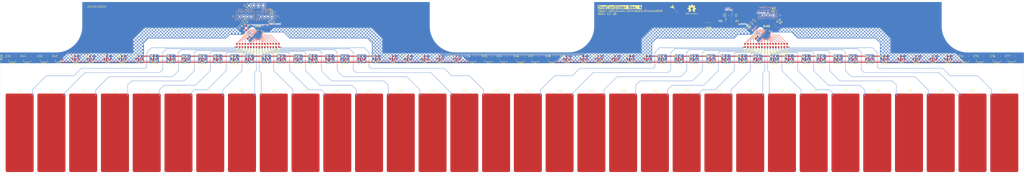
<source format=kicad_pcb>
(kicad_pcb (version 20240108) (generator "pcbnew") (generator_version "8.0")
  (title_block (title "DivaConSlider") (date "2024-11-30") (rev "4"))
  (layers (0 "F.Cu" signal) (31 "B.Cu" signal) (34 "B.Paste" user) (35 "F.Paste" user) (36 "B.SilkS" user "B.Silkscreen") (37 "F.SilkS" user "F.Silkscreen") (38 "B.Mask" user) (39 "F.Mask" user) (44 "Edge.Cuts" user))
  (net 0 "")
  (net 1 "GND")
  (net 2 "+3V3")
  (net 3 "Net-(D3-DIN)")
  (net 4 "Net-(D5-DIN)")
  (net 5 "Net-(D7-DIN)")
  (net 6 "Net-(D11-DIN)")
  (net 7 "Net-(D13-DIN)")
  (net 8 "Net-(D15-DIN)")
  (net 9 "Net-(D17-DIN)")
  (net 10 "Net-(D19-DIN)")
  (net 11 "Net-(D21-DIN)")
  (net 12 "Net-(D23-DIN)")
  (net 13 "Net-(D25-DIN)")
  (net 14 "Net-(D27-DIN)")
  (net 15 "Net-(D29-DIN)")
  (net 16 "Net-(D31-DIN)")
  (net 17 "Slider SCL")
  (net 18 "Slider SDA")
  (net 19 "+5V")
  (net 20 "Net-(D1-DOUT)")
  (net 21 "Net-(D1-DIN)")
  (net 22 "Net-(D10-DIN)")
  (net 23 "Net-(D10-DOUT)")
  (net 24 "Net-(D34-DOUT)")
  (net 25 "Net-(D36-DOUT)")
  (net 26 "Net-(D38-DOUT)")
  (net 27 "Net-(D40-DOUT)")
  (net 28 "Net-(D42-DOUT)")
  (net 29 "Net-(D44-DOUT)")
  (net 30 "Net-(D46-DOUT)")
  (net 31 "Net-(D48-DOUT)")
  (net 32 "Net-(D50-DOUT)")
  (net 33 "Net-(D52-DOUT)")
  (net 34 "Net-(D54-DOUT)")
  (net 35 "Net-(D56-DOUT)")
  (net 36 "Net-(D58-DOUT)")
  (net 37 "Net-(D60-DOUT)")
  (net 38 "Net-(D62-DOUT)")
  (net 40 "Slider LED Data")
  (net 41 "Display SDA")
  (net 42 "Display SCL")
  (net 43 "+3V3_2")
  (net 44 "Net-(U2-RSTN)")
  (net 45 "Net-(U2-VDDC)")
  (net 46 "Net-(U2-Cref)")
  (net 47 "Net-(U3-RSTN)")
  (net 48 "Net-(U3-VDDC)")
  (net 49 "Net-(U3-Cref)")
  (net 50 "Net-(H1-Pad1)")
  (net 51 "Net-(H2-Pad1)")
  (net 52 "Net-(H3-Pad1)")
  (net 53 "Net-(H4-Pad1)")
  (net 54 "Net-(H5-Pad1)")
  (net 55 "Net-(H6-Pad1)")
  (net 56 "Net-(H7-Pad1)")
  (net 57 "Net-(H8-Pad1)")
  (net 58 "Net-(H9-Pad1)")
  (net 59 "Net-(H10-Pad1)")
  (net 60 "Net-(H11-Pad1)")
  (net 61 "Net-(H12-Pad1)")
  (net 62 "Net-(H13-Pad1)")
  (net 63 "Net-(U2-KEY15)")
  (net 64 "Net-(U2-KEY14)")
  (net 65 "Net-(U2-KEY13)")
  (net 66 "Net-(U2-KEY12)")
  (net 67 "Net-(U2-KEY11)")
  (net 68 "Net-(U2-KEY10)")
  (net 69 "Net-(U2-KEY9)")
  (net 70 "Net-(U2-KEY8)")
  (net 71 "Net-(U2-INTB)")
  (net 72 "Net-(U2-KEY7)")
  (net 73 "Net-(U2-KEY6)")
  (net 74 "Net-(U2-KEY5)")
  (net 75 "Net-(U2-KEY4)")
  (net 76 "Net-(U2-KEY3)")
  (net 77 "Net-(U2-KEY2)")
  (net 78 "Net-(U2-KEY1)")
  (net 79 "Net-(U2-KEY0)")
  (net 80 "Net-(U1-XORL)")
  (net 82 "Net-(D2-DIN)")
  (net 83 "Net-(D4-DIN)")
  (net 84 "Net-(D6-DIN)")
  (net 85 "Net-(D8-DIN)")
  (net 86 "Net-(D12-DIN)")
  (net 87 "Net-(H17-Pad1)")
  (net 88 "Net-(H18-Pad1)")
  (net 89 "Net-(H19-Pad1)")
  (net 90 "Net-(H20-Pad1)")
  (net 91 "Net-(H21-Pad1)")
  (net 92 "Net-(H22-Pad1)")
  (net 93 "Net-(H23-Pad1)")
  (net 94 "Net-(H24-Pad1)")
  (net 95 "Net-(H25-Pad1)")
  (net 96 "Net-(H26-Pad1)")
  (net 97 "Net-(H27-Pad1)")
  (net 98 "Net-(H28-Pad1)")
  (net 99 "Net-(H29-Pad1)")
  (net 100 "Net-(H30-Pad1)")
  (net 101 "Net-(H31-Pad1)")
  (net 102 "Net-(H32-Pad1)")
  (net 103 "Net-(H14-Pad1)")
  (net 104 "Net-(H15-Pad1)")
  (net 105 "Net-(H16-Pad1)")
  (net 106 "Net-(U3-INTB)")
  (net 107 "Net-(U3-KEY15)")
  (net 108 "Net-(U3-KEY14)")
  (net 109 "Net-(U3-KEY13)")
  (net 110 "Net-(U3-KEY12)")
  (net 111 "Net-(U3-KEY11)")
  (net 112 "Net-(U3-KEY10)")
  (net 113 "Net-(U3-KEY9)")
  (net 114 "Net-(U3-KEY8)")
  (net 115 "Net-(U3-KEY7)")
  (net 116 "Net-(U3-KEY6)")
  (net 117 "Net-(U3-KEY5)")
  (net 118 "Net-(U3-KEY4)")
  (net 119 "Net-(U3-KEY3)")
  (net 120 "Net-(U3-KEY2)")
  (net 121 "Net-(U3-KEY1)")
  (net 122 "Net-(U3-KEY0)")
  (net 123 "Net-(D14-DIN)")
  (net 124 "Net-(D16-DIN)")
  (net 125 "Net-(D18-DIN)")
  (net 126 "Net-(D20-DIN)")
  (net 127 "Net-(D22-DIN)")
  (net 128 "Net-(D24-DIN)")
  (net 129 "Net-(D26-DIN)")
  (net 130 "Net-(D28-DIN)")
  (net 131 "Net-(D30-DIN)")
  (net 132 "Net-(D32-DIN)")
  (net 133 "Net-(D33-DOUT)")
  (net 134 "Net-(D35-DOUT)")
  (net 135 "Net-(D37-DOUT)")
  (net 136 "Net-(D39-DOUT)")
  (net 137 "Net-(D41-DOUT)")
  (net 138 "Net-(D43-DOUT)")
  (net 139 "Net-(D45-DOUT)")
  (net 140 "Net-(D47-DOUT)")
  (net 141 "Net-(D49-DOUT)")
  (net 142 "Net-(D51-DOUT)")
  (net 143 "Net-(D53-DOUT)")
  (net 144 "Net-(D55-DOUT)")
  (net 145 "Net-(D57-DOUT)")
  (net 146 "Net-(D59-DOUT)")
  (net 147 "Net-(D61-DOUT)")
  (net 148 "Net-(D63-DOUT)")
  (net 150 "Slider SCL_2")
  (net 151 "Slider SDA_2")
  (footprint "DivaConSlider:LED_SK6812B_SIDE" (layer "F.Cu") (at 468.5 168.5)
    (property "Reference" "D53")
    (property "Value" "SK6812B_SIDE")
  )
  (footprint "Capacitor_SMD:C_0603_1608Metric" (layer "F.Cu") (at 423.145235 152.604765 135)
    (property "Reference" "C3")
    (property "Value" "0.1uF")
  )
  (footprint "Capacitor_SMD:C_0603_1608Metric" (layer "F.Cu") (at 112 167 180)
    (property "Reference" "C35")
    (property "Value" "0.1uF")
  )
  (footprint "DivaConSlider:Touchpad_15mmx42mm" (layer "F.Cu") (at 132.5 209)
    (property "Reference" "H7")
    (property "Value" "Electrode 25")
  )
  (footprint "Capacitor_SMD:C_0603_1608Metric" (layer "F.Cu") (at 425.645235 150.104765 -45)
    (property "Reference" "C7")
    (property "Value" "0.1uF")
  )
  (footprint "Resistor_SMD:R_0603_1608Metric" (layer "F.Cu") (at 151.25 161.25 -90)
    (property "Reference" "R16")
    (property "Value" "510")
  )
  (footprint "DivaConSlider:LED_SK6812B_SIDE" (layer "F.Cu") (at 187.5 168.5)
    (property "Reference" "D13")
    (property "Value" "SK6812B_SIDE")
  )
  (footprint "Resistor_SMD:R_0603_1608Metric" (layer "F.Cu") (at 435.25 161.25 -90)
    (property "Reference" "R40")
    (property "Value" "510")
  )
  (footprint "Capacitor_SMD:C_0603_1608Metric" (layer "F.Cu") (at 545 167 180)
    (property "Reference" "C75")
    (property "Value" "0.1uF")
  )
  (footprint "Resistor_SMD:R_0603_1608Metric" (layer "F.Cu") (at 424.75 161.25 -90)
    (property "Reference" "R33")
    (property "Value" "510")
  )
  (footprint "Capacitor_SMD:C_0603_1608Metric" (layer "F.Cu") (at 152.401992 151.351992 -45)
    (property "Reference" "C10")
    (property "Value" "2.2nF")
  )
  (footprint "Capacitor_SMD:C_0603_1608Metric" (layer "F.Cu") (at 392 167 180)
    (property "Reference" "C57")
    (property "Value" "0.1uF")
  )
  (footprint "DivaConSlider:Touchpad_15mmx42mm" (layer "F.Cu") (at 183.5 209)
    (property "Reference" "H10")
    (property "Value" "Electrode 22")
  )
  (footprint "Resistor_SMD:R_0603_1608Metric" (layer "F.Cu") (at 420.25 161.25 -90)
    (property "Reference" "R30")
    (property "Value" "510")
  )
  (footprint "DivaConSlider:LED_SK6812B_SIDE" (layer "F.Cu") (at 153.5 168.5)
    (property "Reference" "D17")
    (property "Value" "SK6812B_SIDE")
  )
  (footprint "DivaConSlider:LED_SK6812B_SIDE" (layer "F.Cu") (at 204.5 168.5)
    (property "Reference" "D11")
    (property "Value" "SK6812B_SIDE")
  )
  (footprint "DivaConSlider:LED_SK6812B_SIDE" (layer "F.Cu") (at 391.5 168.5)
    (property "Reference" "D44")
    (property "Value" "SK6812B_SIDE")
  )
  (footprint "Resistor_SMD:R_0603_1608Metric" (layer "F.Cu") (at 431 141.75 180)
    (property "Reference" "R2")
    (property "Value" "10k")
  )
  (footprint "Resistor_SMD:R_0603_1608Metric" (layer "F.Cu") (at 400 148.925 90)
    (property "Reference" "R6")
    (property "Value" "10k")
  )
  (footprint "DivaConSlider:LED_SK6812B_SIDE" (layer "F.Cu") (at 281.5 168.5)
    (property "Reference" "D2")
    (property "Value" "SK6812B_SIDE")
  )
  (footprint "DivaConSlider:Touchpad_15mmx42mm" (layer "F.Cu") (at 438.5 209)
    (property "Reference" "H25")
    (property "Value" "Electrode 7")
  )
  (footprint "Capacitor_SMD:C_0603_1608Metric" (layer "F.Cu") (at 367 167 180)
    (property "Reference" "C54")
    (property "Value" "0.1uF")
  )
  (footprint "DivaConSlider:Touchpad_15mmx42mm" (layer "F.Cu") (at 47.5 209)
    (property "Reference" "H2")
    (property "Value" "Electrode 30")
  )
  (footprint "Capacitor_SMD:C_0603_1608Metric" (layer "F.Cu") (at 137 167 180)
    (property "Reference" "C32")
    (property "Value" "0.1uF")
  )
  (footprint "Resistor_SMD:R_0603_1608Metric" (layer "F.Cu") (at 157.25 161.25 -90)
    (property "Reference" "R20")
    (property "Value" "510")
  )
  (footprint "Capacitor_SMD:C_0603_1608Metric" (layer "F.Cu") (at 171 167 180)
    (property "Reference" "C28")
    (property "Value" "0.1uF")
  )
  (footprint "Capacitor_SMD:C_0603_1608Metric" (layer "F.Cu") (at 146 167 180)
    (property "Reference" "C31")
    (property "Value" "0.1uF")
  )
  (footprint "DivaConSlider:Touchpad_15mmx42mm" (layer "F.Cu") (at 149.5 209)
    (property "Reference" "H8")
    (property "Value" "Electrode 24")
  )
  (footprint "DivaConSlider:LED_SK6812B_SIDE" (layer "F.Cu") (at 561.5 168.5)
    (property "Reference" "D64")
    (property "Value" "SK6812B_SIDE")
  )
  (footprint "Capacitor_SMD:C_0603_1608Metric" (layer "F.Cu") (at 452 167 180)
    (property "Reference" "C64")
    (property "Value" "0.1uF")
  )
  (footprint "Capacitor_SMD:C_0603_1608Metric" (layer "F.Cu") (at 290 167 180)
    (property "Reference" "C14")
    (property "Value" "0.1uF")
  )
  (footprint "DivaConSlider:LED_SK6812B_SIDE" (layer "F.Cu") (at 272.5 168.5)
    (property "Reference" "D3")
    (property "Value" "SK6812B_SIDE")
  )
  (footprint "Capacitor_SMD:C_0603_1608Metric" (layer "F.Cu") (at 103 167 180)
    (property "Reference" "C36")
    (property "Value" "0.1uF")
  )
  (footprint "Capacitor_SMD:C_0603_1608Metric" (layer "F.Cu") (at 486 167 180)
    (property "Reference" "C68")
    (property "Value" "0.1uF")
  )
  (footprint "DivaConSlider:LED_SK6812B_SIDE" (layer "F.Cu") (at 85.5 168.5)
    (property "Reference" "D25")
    (property "Value" "SK6812B_SIDE")
  )
  (footprint "Resistor_SMD:R_0603_1608Metric" (layer "F.Cu") (at 439.75 161.25 -90)
    (property "Reference" "R43")
    (property "Value" "510")
  )
  (footprint "Resistor_SMD:R_0603_1608Metric" (layer "F.Cu") (at 167.75 161.25 -90)
    (property "Reference" "R27")
    (property "Value" "510")
  )
  (footprint "Resistor_SMD:R_0603_1608Metric" (layer "F.Cu") (at 421.75 161.25 -90)
    (property "Reference" "R31")
    (property "Value" "510")
  )
  (footprint "DivaConSlider:LED_SK6812B_SIDE" (layer "F.Cu") (at 451.5 168.5)
    (property "Reference" "D51")
    (property "Value" "SK6812B_SIDE")
  )
  (footprint "DivaConSlider:LED_SK6812B_SIDE" (layer "F.Cu") (at 68.5 168.5)
    (property "Reference" "D27")
    (property "Value" "SK6812B_SIDE")
  )
  (footprint "Capacitor_SMD:C_0603_1608Metric" (layer "F.Cu") (at 95 167 180)
    (property "Reference" "C37")
    (property "Value" "0.1uF")
  )
  (footprint "Capacitor_SMD:C_0603_1608Metric" (layer "F.Cu") (at 154.101992 157.151992 -45)
    (property "Reference" "C11")
    (property "Value" "4.7uF")
  )
  (footprint "DivaConSlider:Touchpad_15mmx42mm" (layer "F.Cu") (at 302.5 209)
    (property "Reference" "H17")
    (property "Value" "Electrode 15")
  )
  (footprint "DivaConSlider:Touchpad_15mmx42mm" (layer "F.Cu") (at 557.5 209)
    (property "Reference" "H32")
    (property "Value" "Electrode 0")
  )
  (footprint "Resistor_SMD:R_0603_1608Metric" (layer "F.Cu") (at 426.25 161.25 -90)
    (property "Reference" "R34")
    (property "Value" "510")
  )
  (footprint "DivaConSlider:LED_SK6812B_SIDE" (layer "F.Cu") (at 476.5 168.5)
    (property "Reference" "D54")
    (property "Value" "SK6812B_SIDE")
  )
  (footprint "Resistor_SMD:R_0603_1608Metric" (layer "F.Cu") (at 423.25 161.25 -90)
    (property "Reference" "R32")
    (property "Value" "510")
  )
  (footprint "DivaConSlider:LED_SK6812B_SIDE" (layer "F.Cu") (at 136.5 168.5)
    (property "Reference" "D19")
    (property "Value" "SK6812B_SIDE")
  )
  (footprint "Capacitor_SMD:C_0603_1608Metric" (layer "F.Cu") (at 153.651992 150.101992 -45)
    (property "Reference" "C13")
    (property "Value" "0.1uF")
  )
  (footprint "Resistor_SMD:R_0603_1608Metric" (layer "F.Cu") (at 408.5 148.25 180)
    (property "Reference" "R8")
    (property "Value" "102k")
  )
  (footprint "Resistor_SMD:R_0603_1608Metric" (layer "F.Cu") (at 431 143.25 180)
    (property "Reference" "R1")
    (property "Value" "10k")
  )
  (footprint "DivaConSlider:Touchpad_15mmx42mm" (layer "F.Cu") (at 285.5 209)
    (property "Reference" "H16")
    (property "Value" "Electrode 16")
  )
  (footprint "Capacitor_SMD:C_0603_1608Metric" (layer "F.Cu") (at 421.895235 153.854765 135)
    (property "Reference" "C2")
    (property "Value" "1uF")
  )
  (footprint "Capacitor_SMD:C_0603_1608Metric" (layer "F.Cu") (at 418 167 180)
    (property "Reference" "C60")
    (property "Value" "0.1uF")
  )
  (footprint "Capacitor_SMD:C_0603_1608Metric" (layer "F.Cu") (at 384 167 180)
    (property "Reference" "C56")
    (property "Value" "0.1uF")
  )
  (footprint "DivaConSlider:LED_SK6812B_SIDE" (layer "F.Cu") (at 400.5 168.5)
    (property "Reference" "D45")
    (property "Value" "SK6812B_SIDE")
  )
  (footprint "DivaConSlider:Touchpad_15mmx42mm" (layer "F.Cu") (at 98.5 209)
    (property "Reference" "H5")
    (property "Value" "Electrode 27")
  )
  (footprint "Capacitor_SMD:C_0603_1608Metric" (layer "F.Cu") (at 44 167 180)
    (property "Reference" "C43")
    (property "Value" "0.1uF")
  )
  (footprint "DivaConSlider:Touchpad_15mmx42mm" (layer "F.Cu") (at 217.5 209)
    (property "Reference" "H12")
    (property "Value" "Electrode 20")
  )
  (footprint "DivaConSlider:LED_SK6812B_SIDE" (layer "F.Cu") (at 425.5 168.5)
    (property "Reference" "D48")
    (property "Value" "SK6812B_SIDE")
  )
  (footprint "DivaConSlider:Touchpad_15mmx42mm" (layer "F.Cu") (at 336.5 209)
    (property "Reference" "H19")
    (property "Value" "Electrode 13")
  )
  (footprint "Capacitor_SMD:C_0603_1608Metric" (layer "F.Cu") (at 151.151992 152.601992 135)
    (property "Reference" "C8")
    (property "Value" "1uF")
  )
  (footprint "Capacitor_SMD:C_0603_1608Metric" (layer "F.Cu") (at 154 167 180)
    (property "Reference" "C30")
    (property "Value" "0.1uF")
  )
  (footprint "Resistor_SMD:R_0603_1608Metric" (layer "F.Cu") (at 146.75 161.25 -90)
    (property "Reference" "R13")
    (property "Value" "510")
  )
  (footprint "DivaConSlider:LED_SK6812B_SIDE" (layer "F.Cu") (at 340.5 168.5)
    (property "Reference" "D38")
    (property "Value" "SK6812B_SIDE")
  )
  (footprint "DivaConSlider:LED_SK6812B_SIDE" (layer "F.Cu") (at 247.5 168.5)
    (property "Reference" "D6")
    (property "Value" "SK6812B_SIDE")
  )
  (footprint "Resistor_SMD:R_0603_1608Metric" (layer "F.Cu") (at 429.25 161.25 -90)
    (property "Reference" "R36")
    (property "Value" "510")
  )
  (footprint "DivaConSlider:LED_SK6812B_SIDE" (layer "F.Cu") (at 510.5 168.5)
    (property "Reference" "D58")
    (property "Value" "SK6812B_SIDE")
  )
  (footprint "Capacitor_SMD:C_0603_1608Metric" (layer "F.Cu") (at 180 167 180)
    (property "Reference" "C27")
    (property "Value" "0.1uF")
  )
  (footprint "Resistor_SMD:R_0603_1608Metric" (layer "F.Cu") (at 438.25 161.25 -90)
    (property "Reference" "R42")
    (property "Value" "510")
  )
  (footprint "DivaConSlider:Touchpad_15mmx42mm" (layer "F.Cu") (at 540.5 209)
    (property "Reference" "H31")
    (property "Value" "Electrode 1")
  )
  (footprint "DivaConSlider:LED_SK6812B_SIDE" (layer "F.Cu") (at 332.5 168.5)
    (property "Reference" "D37")
    (property "Value" "SK6812B_SIDE")
  )
  (footprint "Package_DFN_QFN:DFN-10-1EP_3x3mm_P0.5mm_EP1.65x2.38mm" (layer "F.Cu") (at 410 145 90)
    (property "Reference" "U1")
    (property "Value" "LTC4316xDD")
  )
  (footprint "DivaConSlider:LED_SK6812B_SIDE" (layer "F.Cu") (at 264.5 168.5)
    (property "Reference" "D4")
    (property "Value" "SK6812B_SIDE")
  )
  (footprint "Resistor_SMD:R_0603_1608Metric" (layer "F.Cu") (at 149.75 161.25 -90)
    (property "Reference" "R15")
    (property "Value" "510")
  )
  (footprint "DivaConSlider:LED_SK6812B_SIDE" (layer "F.Cu") (at 349.5 168.5)
    (property "Reference" "D39")
    (property "Value" "SK6812B_SIDE")
  )
  (footprint "Resistor_SMD:R_0603_1608Metric" (layer "F.Cu") (at 411.5 148.25 180)
    (property "Reference" "R7")
    (property "Value" "976k")
  )
  (footprint "Capacitor_SMD:C_0603_1608Metric" (layer "F.Cu") (at 205 167 180)
    (property "Reference" "C24")
    (property "Value" "0.1uF")
  )
  (footprint "Capacitor_SMD:C_0603_1608Metric" (layer "F.Cu") (at 52 167 180)
    (property "Reference" "C42")
    (property "Value" "0.1uF")
  )
  (footprint "Capacitor_SMD:C_0603_1608Metric" (layer "F.Cu") (at 412.5 145 90)
    (property "Reference" "C1")
    (property "Value" "0.1uF")
  )
  (footprint "DivaConSlider:LED_SK6812B_SIDE" (layer "F.Cu") (at 374.5 168.5)
    (property "Reference" "D42")
    (property "Value" "SK6812B_SIDE")
  )
  (footprint "DivaConSlider:Touchpad_15mmx42mm" (layer "F.Cu") (at 30.5 209)
    (property "Reference" "H1")
    (property "Value" "Electrode 31")
  )
  (footprint "Capacitor_SMD:C_0603_1608Metric" (layer "F.Cu") (at 350 167 180)
    (property "Reference" "C52")
    (property "Value" "0.1uF")
  )
  (footprint "DivaConSlider:LED_SK6812B_SIDE" (layer "F.Cu") (at 383.5 168.5)
    (property "Reference" "D43")
    (property "Value" "SK6812B_SIDE")
  )
  (footprint "DivaConSlider:Touchpad_15mmx42mm" (layer "F.Cu") (at 319.5 209)
    (property "Reference" "H18")
    (property "Value" "Electrode 14")
  )
  (footprint "DivaConSlider:LED_SK6812B_SIDE" (layer "F.Cu") (at 298.5 168.5)
    (property "Reference" "D33")
    (property "Value" "SK6812B_SIDE")
  )
  (footprint "Capacitor_SMD:C_0603_1608Metric" (layer "F.Cu") (at 265 167 180)
    (property "Reference" "C17")
    (property "Value" "0.1uF")
  )
  (footprint "DivaConSlider:LED_SK6812B_SIDE" (layer "F.Cu") (at 434.5 168.5)
    (property "Reference" "D49")
    (property "Value" "SK6812B_SIDE")
  )
  (footprint "Resistor_SMD:R_0603_1608Metric" (layer "F.Cu") (at 430.75 161.25 -90)
    (property "Reference" "R37")
    (property "Value" "510")
  )
  (footprint "Resistor_SMD:R_0603_1608Metric" (layer "F.Cu") (at 162.65 150.1 -135)
    (property "Reference" "R12")
    (property "Value" "10k")
  )
  (footprint "DivaConSlider:LED_SK6812B_SIDE" (layer "F.Cu") (at 493.5 168.5)
    (property "Reference" "D56")
    (property "Value" "SK6812B_SIDE")
  )
  (footprint "Resistor_SMD:R_0603_1608Metric" (layer "F.Cu") (at 441.25 161.25 -90)
    (property "Reference" "R44")
    (property "Value" "510")
  )
  (footprint "DivaConSlider:LED_SK6812B_SIDE" (layer "F.Cu") (at 238.5 168.5)
    (property "Reference" "D7")
    (property "Value" "SK6812B_SIDE")
  )
  (footprint "Capacitor_SMD:C_0603_1608Metric" (layer "F.Cu") (at 424.395235 151.354765 -45)
    (property "Reference" "C4")
    (property "Value" "2.2nF")
  )
  (footprint "Capacitor_SMD:C_0603_1608Metric" (layer "F.Cu") (at 316 167 180)
    (property "Reference" "C48")
    (property "Value" "0.1uF")
  )
  (footprint "CustomLogos:Leek-Logo_6.3mm_Silkscreen" (layer "F.Cu") (at 380.75 141.75)
    (property "Reference" "REF**" (hide yes))
    (property "Value" "LOGO" (hide yes))
  )
  (footprint "DivaConSlider:LED_SK6812B_SIDE" (layer "F.Cu") (at 128.5 168.5)
    (property "Reference" "D20")
    (property "Value" "SK6812B_SIDE")
  )
  (footprint "Capacitor_SMD:C_0603_1608Metric" (layer "F.Cu") (at 511 167 180)
    (property "Reference" "C71")
    (property "Value" "0.1uF")
  )
  (footprint "Resistor_SMD:R_0603_1608Metric" (layer "F.Cu") (at 155.75 161.25 -90)
    (property "Reference" "R19")
    (property "Value" "510")
  )
  (footprint "Resistor_SMD:R_0603_1608Metric" (layer "F.Cu") (at 169.25 161.25 -90)
    (property "Reference" "R28")
    (property "Value" "510")
  )
  (footprint "DivaConSlider:LED_SK6812B_SIDE" (layer "F.Cu") (at 145.5 168.5)
    (property "Reference" "D18")
    (property "Value" "SK6812B_SIDE")
  )
  (footprint "Capacitor_SMD:C_0603_1608Metric" (layer "F.Cu") (at 503 167 180)
    (property "Reference" "C70")
    (property "Value" "0.1uF")
  )
  (footprint "Resistor_SMD:R_0603_1608Metric" (layer "F.Cu") (at 398.5 148.925 90)
    (property "Reference" "R5")
    (property "Value" "10k")
  )
  (footprint "Capacitor_SMD:C_0603_1608Metric" (layer "F.Cu") (at 358 167 180)
    (property "Reference" "C53")
    (property "Value" "0.1uF")
  )
  (footprint "Resistor_SMD:R_0603_1608Metric" (layer "F.Cu") (at 161.75 161.25 -90)
    (property "Reference" "R23")
    (property "Value" "510")
  )
  (footprint "DivaConSlider:LED_SK6812B_SIDE" (layer "F.Cu") (at 459.5 168.5)
    (property "Reference" "D52")
    (property "Value" "SK6812B_SIDE")
  )
  (footprint "Capacitor_SMD:C_0603_1608Metric" (layer "F.Cu") (at 494 167 180)
    (property "Reference" "C69")
    (property "Value" "0.1uF")
  )
  (footprint "Capacitor_SMD:C_0603_1608Metric" (layer "F.Cu") (at 409 167 180)
    (property "Reference" "C59")
    (property "Value" "0.1uF")
  )
  (footprint "Capacitor_SMD:C_0603_1608Metric" (layer "F.Cu") (at 435 167 180)
    (property "Reference" "C62")
    (property "Value" "0.1uF")
  )
  (footprint "Capacitor_SMD:C_0603_1608Metric" (layer "F.Cu") (at 61 167 180)
    (property "Reference" "C41")
    (property "Value" "0.1uF")
  )
  (footprint "DivaConSlider:LED_SK6812B_SIDE" (layer "F.Cu") (at 196.5 168.5)
    (property "Reference" "D12")
    (property "Value" "SK6812B_SIDE")
  )
  (footprint "DivaConSlider:LED_SK6812B_SIDE" (layer "F.Cu") (at 43.5 168.5)
    (property "Reference" "D30")
    (property "Value" "SK6812B_SIDE")
  )
  (footprint "Capacitor_SMD:C_0603_1608Metric" (layer "F.Cu") (at 222 167 180)
    (property "Reference" "C22")
    (property "Value" "0.1uF")
  )
  (footprint "DivaConSlider:LED_SK6812B_SIDE" (layer "F.Cu") (at 323.5 168.5)
    (property "Reference" "D36")
    (property "Value" "SK6812B_SIDE")
  )
  (footprint "Capacitor_SMD:C_0603_1608Metric" (layer "F.Cu") (at 443 167 180)
    (property "Reference" "C63")
    (property "Value" "0.1uF")
  )
  (footprint "DivaConSlider:Touchpad_15mmx42mm" (layer "F.Cu") (at 455.5 209)
    (property "Reference" "H26")
    (property "Value" "Electrode 6")
  )
  (footprint "DivaConSlider:LED_SK6812B_SIDE" (layer "F.Cu") (at 527.5 168.5)
    (property "Reference" "D60")
    (property "Value" "SK6812B_SIDE")
  )
  (footprint "Capacitor_SMD:C_0603_1608Metric" (layer "F.Cu") (at 562 167 180)
    (property "Reference" "C77")
    (property "Value" "0.1uF")
  )
  (footprint "DivaConSlider:Touchpad_15mmx42mm" (layer "F.Cu") (at 166.5 209)
    (property "Reference" "H9")
    (property "Value" "Electrode 23")
  )
  (footprint "DivaConSlider:Touchpad_15mmx42mm" (layer "F.Cu") (at 64.5 209)
    (property "Reference" "H3")
    (property "Value" "Electrode 29")
  )
  (footprint "DivaConSlider:LED_SK6812B_SIDE" (layer "F.Cu") (at 51.5 168.5)
    (property "Reference" "D29")
    (property "Value" "SK6812B_SIDE")
  )
  (footprint "DivaConSlider:LED_SK6812B_SIDE" (layer "F.Cu") (at 26.5 168.5)
    (property "Reference" "D32")
    (property "Value" "SK6812B_SIDE")
  )
  (footprint "DivaConSlider:LED_SK6812B_SIDE" (layer "F.Cu") (at 77.5 168.5)
    (property "Reference" "D26")
    (property "Value" "SK6812B_SIDE")
  )
  (footprint "Connector_PinHeader_2.54mm:PinHeader_1x04_P2.54mm_Vertical" (layer "F.Cu") (at 153.2 139.9 90)
    (property "Reference" "J4")
    (property "Value" "Display")
  )
  (footprint "DivaConSlider:LED_SK6812B_SIDE" (layer "F.Cu") (at 170.5 168.5)
    (property "Reference" "D15")
    (property "Value" "SK6812B_SIDE")
  )
  (footprint "DivaConSlider:LED_SK6812B_SIDE" (layer "F.Cu") (at 60.5 168.5)
    (property "Reference" "D28")
    (property "Value" "SK6812B_SIDE")
  )
  (footprint "DivaConSlider:Touchpad_15mmx42mm" (layer "F.Cu") (at 506.5 209)
    (property "Reference" "H29")
    (property "Value" "Electrode 3")
  )
  (footprint "DivaConSlider:LED_SK6812B_SIDE" (layer "F.Cu") (at 255.5 168.5)
    (property "Reference" "D5")
    (property "Value" "SK6812B_SIDE")
  )
  (footprint "Resistor_SMD:R_0603_1608Metric" (layer "F.Cu") (at 154.25 161.25 -90)
    (property "Reference" "R18")
    (property "Value" "510")
  )
  (footprint "Capacitor_SMD:C_0603_1608Metric" (layer "F.Cu") (at 469 167 180)
    (property "Reference" "C66")
    (property "Value" "0.1uF")
  )
  (footprint "Resistor_SMD:R_0603_1608Metric" (layer "F.Cu") (at 436.75 161.25 -90)
    (property "Reference" "R41")
    (property "Value" "510")
  )
  (footprint "Capacitor_SMD:C_0603_1608Metric" (layer "F.Cu") (at 120 167 180)
    (property "Reference" "C34")
    (property "Value" "0.1uF")
  )
  (footprint "Capacitor_SMD:C_0603_1608Metric" (layer "F.Cu") (at 248 167 180)
    (property "Reference" "C19")
    (property "Value" "0.1uF")
  )
  (footprint "Capacitor_SMD:C_0603_1608Metric" (layer "F.Cu") (at 401 167 180)
    (property "Reference" "C58")
    (property "Value" "0.1uF")
  )
  (footprint "Resistor_SMD:R_0603_1608Metric" (layer "F.Cu") (at 434.645235 150.104765 -135)
    (property "Reference" "R10")
    (property "Value" "10k")
  )
  (footprint "DivaConSlider:LED_SK6812B_SIDE" (layer "F.Cu") (at 502.5 168.5)
    (property "Reference" "D57")
    (property "Value" "SK6812B_SIDE")
  )
  (footprint "Resistor_SMD:R_0603_1608Metric" (layer "F.Cu") (at 432.25 161.25 -90)
    (property "Reference" "R38")
    (property "Value" "510")
  )
  (footprint "Resistor_SMD:R_0603_1608Metric" (layer "F.Cu") (at 435.75 151.25 -135)
    (property "Reference" "R9")
    (property "Value" "10k")
  )
  (footprint "DivaConSlider:Touchpad_15mmx42mm" (layer "F.Cu") (at 353.5 209)
    (property "Reference" "H20")
    (property "Value" "Electrode 12")
  )
  (footprint "Resistor_SMD:R_0603_1608Metric" (layer "F.Cu") (at 22.25 167.675 90)
    (property "Reference" "R45")
    (property "Value" "510")
  )
  (footprint "Capacitor_SMD:C_0603_1608Metric" (layer "F.Cu") (at 239 167 180)
    (property "Reference" "C20")
    (property "Value" "0.1uF")
  )
  (footprint "Resistor_SMD:R_0603_1608Metric" (layer "F.Cu") (at 433.75 161.25 -90)
    (property "Reference" "R39")
    (property "Value" "510")
  )
  (footprint "Capacitor_SMD:C_0603_1608Metric" (layer "F.Cu") (at 149.901992 153.851992 135)
    (property "Reference" "C9")
    (property "Value" "0.1uF")
  )
  (footprint "DivaConSlider:LED_SK6812B_SIDE" (layer "F.Cu") (at 102.5 168.5)
    (property "Reference" "D23")
    (property "Value" "SK6812B_SIDE")
  )
  (footprint "Resistor_SMD:R_0603_1608Metric" (layer "F.Cu") (at 158.75 161.25 -90)
    (property "Reference" "R21")
    (property "Value" "510")
  )
  (footprint "DivaConSlider:Touchpad_15mmx42mm" (layer "F.Cu") (at 81.5 209)
    (property "Reference" "H4")
    (property "Value" "Electrode 28")
  )
  (footprint "Capacitor_SMD:C_0603_1608Metric" (layer "F.Cu") (at 333 167 180)
    (property "Reference" "C50")
    (property "Value" "0.1uF")
  )
  (footprint "Capacitor_SMD:C_0603_1608Metric" (layer "F.Cu") (at 282 167 180)
    (property "Reference" "C15")
    (property "Value" "0.1uF")
  )
  (footprint "DivaConSlider:LED_SK6812B_SIDE" (layer "F.Cu") (at 306.5 168.5)
    (property "Reference" "D34")
    (property "Value" "SK6812B_SIDE")
  )
  (footprint "DivaConSlider:Touchpad_15mmx42mm" (layer "F.Cu") (at 489.5 209)
    (property "Reference" "H28")
    (property "Value" "Electrode 4")
  )
  (footprint "Capacitor_SMD:C_0603_1608Metric" (layer "F.Cu") (at 341 167 180)
    (property "Reference" "C51")
    (property "Value" "0.1uF")
  )
  (footprint "DivaConSlider:Touchpad_15mmx42mm" (layer "F.Cu") (at 387.5 209)
    (property "Reference" "H22")
    (property "Value" "Electrode 10")
  )
  (footprint "Capacitor_SMD:C_0603_1608Metric" (layer "F.Cu") (at 554 167 180)
    (property "Reference" "C76")
    (property "Value" "0.1uF")
  )
  (footprint "Resistor_SMD:R_0603_1608Metric" (layer "F.Cu") (at 162.325 142.5 180)
    (property "Reference" "R4")
    (property "Value" "10k")
  )
  (footprint "DivaConSlider:LED_SK6812B_SIDE" (layer "F.Cu") (at 544.5 168.5)
    (property "Reference" "D62")
    (property "Value" "SK6812B_SIDE")
  )
  (footprint "Capacitor_SMD:C_0603_1608Metric" (layer "F.Cu") (at 163 167 180)
    (property "Reference" "C29")
    (property "Value" "0.1uF")
  )
  (footprint "DivaConSlider:LED_SK6812B_SIDE" (layer "F.Cu") (at 417.5 168.5)
    (property "Reference" "D47")
    (property "Value" "SK6812B_SIDE")
  )
  (footprint "Capacitor_SMD:C_0603_1608Metric" (layer "F.Cu") (at 188 167 180)
    (property "Reference" "C26")
    (property "Value" "0.1uF")
  )
  (footprint "Capacitor_SMD:C_0603_1608Metric" (layer "F.Cu") (at 426.1 157.15 -45)
    (property "Reference" "C5")
    (property "Value" "4.7uF")
  )
  (footprint "Capacitor_SMD:C_0603_1608Metric" (layer "F.Cu") (at 537 167 180)
    (property "Reference" "C74")
    (property "Value" "0.1uF")
  )
  (footprint "DivaConSlider:LED_SK6812B_SIDE" (layer "F.Cu") (at 162.5 168.5)
    (property "Reference" "D16")
    (property "Value" "SK6812B_SIDE")
  )
  (footprint "Capacitor_SMD:C_0603_1608Metric" (layer "F.Cu") (at 477 167 180)
    (property "Reference" "C67")
    (property "Value" "0.1uF")
  )
  (footprint "Resistor_SMD:R_0603_1608Metric" (layer "F.Cu") (at 148.25 161.25 -90)
    (property "Reference" "R14")
    (property "Value" "510")
  )
  (footprint "DivaConSlider:LED_SK6812B_SIDE" (layer "F.Cu") (at 213.5 168.5)
    (property "Reference" "D10")
    (property "Value" "SK6812B_SIDE")
  )
  (footprint "DivaConSlider:LED_SK6812B_SIDE" (layer "F.Cu") (at 119.5 168.5)
    (property "Reference" "D21")
    (property "Value" "SK6812B_SIDE")
  )
  (footprint "DivaConSlider:Touchpad_15mmx42mm" (layer "F.Cu") (at 523.5 209)
    (property "Reference" "H30")
    (property "Value" "Electrode 2")
  )
  (footprint "Symbol:OSHW-Logo2_7.3x6mm_SilkScreen" (layer "F.Cu") (at 390.25 142)
    (property "Reference" "REF**" (hide yes))
    (property "Value" "OSHW-Logo2_7.3x6mm_SilkScreen" (hide yes))
  )
  (footprint "DivaConSlider:Touchpad_15mmx42mm" (layer "F.Cu") (at 234.5 209)
    (property "Reference" "H13")
    (property "Value" "Electrode 19")
  )
  (footprint "DivaConSlider:LED_SK6812B_SIDE" (layer "F.Cu") (at 553.5 168.5)
    (property "Reference" "D63")
    (property "Value" "SK6812B_SIDE")
  )
  (footprint "Capacitor_SMD:C_0603_1608Metric" (layer "F.Cu") (at 324 167 180)
    (property "Reference" "C49")
    (property "Value" "0.1uF")
  )
  (footprint "Resistor_SMD:R_0603_1608Metric" (layer "F.Cu") (at 160.25 161.25 -90)
    (property "Reference" "R22")
    (property "Value" "510")
  )
  (footprint "Capacitor_SMD:C_0603_1608Metric" (layer "F.Cu") (at 86 167 180)
    (property "Reference" "C38")
    (property "Value" "0.1uF")
  )
  (footprint "DivaConSlider:Touchpad_15mmx42mm" (layer "F.Cu") (at 200.5 209)
    (property "Reference" "H11")
    (property "Value" "Electrode 21")
  )
  (footprint "Package_DFN_QFN:QFN-24-1EP_4x4mm_P0.5mm_EP2.6x2.6mm" (layer "F.Cu") (at 158 156 -45)
    (property "Reference" "U3")
    (property "Value" "IS31SE5117A")
  )
  (footprint "DivaConSlider:LED_SK6812B_SIDE" (layer "F.Cu") (at 442.5 168.5)
    (property "Reference" "D50")
    (property "Value" "SK6812B_SIDE")
  )
  (footprint "Capacitor_SMD:C_0603_1608Metric" (layer "F.Cu") (at 69 167 180)
    (property "Reference" "C40")
    (property "Value" "0.1uF")
  )
  (footprint "DivaConSlider:LED_SK6812B_SIDE" (layer "F.Cu") (at 366.5 168.5)
    (property "Reference" "D41")
    (property "Value" "SK6812B_SIDE")
  )
  (footprint "Capacitor_SMD:C_0603_1608Metric" (layer "F.Cu") (at 307 167 180)
    (property "Reference" "C47")
    (property "Value" "0.1uF")
  )
  (footprint "Resistor_SMD:R_0603_1608Metric" (layer "F.Cu") (at 163.8 151.25 -135)
    (property "Reference" "R11")
    (property "Value" "10k")
  )
  (footprint "DivaConSlider:Touchpad_15mmx42mm" (layer "F.Cu") (at 115.5 209)
    (property "Reference" "H6")
    (property "Value" "Electrode 26")
  )
  (footprint "Capacitor_SMD:C_0603_1608Metric" (layer "F.Cu") (at 129 167 180)
    (property "Reference" "C33")
    (property "Value" "0.1uF")
  )
  (footprint "Capacitor_SMD:C_0603_1608Metric" (layer "F.Cu") (at 78 167 180)
    (property "Reference" "C39")
    (property "Value" "0.1uF")
  )
  (footprint "Capacitor_SMD:C_0603_1608Metric" (layer "F.Cu") (at 375 167 180)
    (property "Reference" "C55")
    (property "Value" "0.1uF")
  )
  (footprint "DivaConSlider:LED_SK6812B_SIDE" (layer "F.Cu") (at 230.5 168.5)
    (property "Reference" "D8")
    (property "Value" "SK6812B_SIDE")
  )
  (footprint "DivaConSlider:Touchpad_15mmx42mm" (layer "F.Cu") (at 472.5 209)
    (property "Reference" "H27")
    (property "Value" "Electrode 5")
  )
  (footprint "DivaConSlider:LED_SK6812B_SIDE" (layer "F.Cu") (at 34.5 168.5)
    (property "Reference" "D31")
    (property "Value" "SK6812B_SIDE")
  )
  (footprint "Resistor_SMD:R_0603_1608Metric" (layer "F.Cu") (at 418.75 161.25 -90)
    (property "Reference" "R29")
    (property "Value" "510")
  )
  (footprint "Resistor_SMD:R_0603_1608Metric" (layer "F.Cu") (at 163.25 161.25 -90)
    (property "Reference" "R24")
    (property "Value" "510")
  )
  (footprint "Capacitor_SMD:C_0603_1608Metric" (layer "F.Cu") (at 273 167 180)
    (property "Reference" "C16")
    (property "Value" "0.1uF")
  )
  (footprint "DivaConSlider:Touchpad_15mmx42mm" (layer "F.Cu") (at 268.5 209)
    (property "Reference" "H15")
    (property "Value" "Electrode 17")
  )
  (footprint "DivaConSlider:Touchpad_15mmx42mm" (layer "F.Cu") (at 370.5 209)
    (property "Reference" "H21")
    (property "Value" "Electrode 11")
  )
  (footprint "Capacitor_SMD:C_0603_1608Metric" (layer "F.Cu") (at 460 167 180)
    (property "Reference" "C65")
    (property "Value" "0.1uF")
  )
  (footprint "Resistor_SMD:R_0603_1608Metric" (layer "F.Cu") (at 164.75 161.25 -90)
    (property "Reference" "R25")
    (property "Value" "510")
  )
  (footprint "DivaConSlider:LED_SK6812B_SIDE" (layer "F.Cu") (at 357.5 168.5)
    (property "Reference" "D40")
    (property "Value" "SK6812B_SIDE")
  )
  (footprint "DivaConSlider:LED_SK6812B_SIDE" (layer "F.Cu") (at 408.5 168.5)
    (property "Reference" "D46")
    (property "Value" "SK6812B_SIDE")
  )
  (footprint "Capacitor_SMD:C_0603_1608Metric" (layer "F.Cu") (at 256 167 180)
    (property "Reference" "C18")
    (property "Value" "0.1uF")
  )
  (footprint "DivaConSlider:LED_SK6812B_SIDE" (layer "F.Cu") (at 111.5 168.5)
    (property "Reference" "D22")
    (property "Value" "SK6812B_SIDE")
  )
  (footprint "Resistor_SMD:R_0603_1608Metric" (layer "F.Cu") (at 166.25 161.25 -90)
    (property "Reference" "R26")
    (property "Value" "510")
  )
  (footprint "Resistor_SMD:R_0603_1608Metric" (layer "F.Cu") (at 427.75 161.25 -90)
    (property "Reference" "R35")
    (property "Value" "510")
  )
  (footprint "Capacitor_SMD:C_0603_1608Metric" (layer "F.Cu") (at 425.05 158.2 -45)
    (property "Reference" "C6")
    (property "Value" "0.1uF")
  )
  (footprint "Resistor_SMD:R_0603_1608Metric" (layer "F.Cu") (at 152.75 161.25 -90)
    (property "Reference" "R17")
    (property "Value" "510")
  )
  (footprint "Resistor_SMD:R_0603_1608Metric" (layer "F.Cu") (at 162.325 144 180)
    (property "Reference" "R3")
    (property "Value" "10k")
  )
  (footprint "DivaConSlider:LED_SK6812B_SIDE" (layer "F.Cu") (at 315.5 168.5)
    (property "Reference" "D35")
    (property "Value" "SK6812B_SIDE")
  )
  (footprint "DivaConSlider:LED_SK6812B_SIDE" (layer "F.Cu") (at 94.5 168.5)
    (property "Reference" "D24")
    (property "Value" "SK6812B_SIDE")
  )
  (footprint "DivaConSlider:Touchpad_15mmx42mm" (layer "F.Cu") (at 421.5 209)
    (property "Reference" "H24")
    (property "Value" "Electrode 8")
  )
  (footprint "Capacitor_SMD:C_0603_1608Metric" (layer "F.Cu") (at 299 167 180)
    (property "Reference" "C46")
    (property "Value" "0.1uF")
  )
  (footprint "DivaConSlider:LED_SK6812B_SIDE" (layer "F.Cu") (at 179.5 168.5)
    (property "Reference" "D14")
    (property "Value" "SK6812B_SIDE")
  )
  (footprint "Capacitor_SMD:C_0603_1608Metric" (layer "F.Cu") (at 214 167 180)
    (property "Reference" "C23")
    (property "Value" "0.1uF")
  )
  (footprint "Capacitor_SMD:C_0603_1608Metric" (layer "F.Cu") (at 426 167 180)
    (property "Reference" "C61")
    (property "Value" "0.1uF")
  )
  (footprint "DivaConSlider:LED_SK6812B_SIDE" (layer "F.Cu") (at 536.5 168.5)
    (property "Reference" "D61")
    (property "Value" "SK6812B_SIDE")
  )
  (footprint "DivaConSlider:LED_SK6812B_SIDE" (layer "F.Cu") (at 221.5 168.5)
    (property "Reference" "D9")
    (property "Value" "SK6812B_SIDE")
  )
  (footprint "Capacitor_SMD:C_0603_1608Metric" (layer "F.Cu") (at 231 167 180)
    (property "Reference" "C21")
    (property "Value" "0.1uF")
  )
  (footprint "DivaConSlider:LED_SK6812B_SIDE" (layer "F.Cu") (at 519.5 168.5)
    (property "Reference" "D59")
    (property "Value" "SK6812B_SIDE")
  )
  (footprint "DivaConSlider:LED_SK6812B_SIDE" (layer "F.Cu") (at 289.5 168.5)
    (property "Reference" "D1")
    (property "Value" "SK6812B_SIDE")
  )
  (footprint "Capacitor_SMD:C_0603_1608Metric" (layer "F.Cu") (at 27 167 180)
    (property "Reference" "C45")
    (property "Value" "0.1uF")
  )
  (footprint "Capacitor_SMD:C_0603_1608Metric" (layer "F.Cu") (at 197 167 180)
    (property "Reference" "C25")
    (property "Value" "0.1uF")
  )
  (footprint "DivaConSlider:Touchpad_15mmx42mm" (layer "F.Cu") (at 251.5 209)
    (property "Reference" "H14")
    (property "Value" "Electrode 18")
  )
  (footprint "Capacitor_SMD:C_0603_1608Metric" (layer "F.Cu") (at 520 167 180)
    (property "Reference" "C72")
    (property "Value" "0.1uF")
  )
  (footprint "DivaConSlider:LED_SK6812B_SIDE" (layer "F.Cu") (at 485.5 168.5)
    (property "Reference" "D55")
    (property "Value" "SK6812B_SIDE")
  )
  (footprint "Capacitor_SMD:C_0603_1608Metric" (layer "F.Cu") (at 528 167 180)
    (property "Reference" "C73")
    (property "Value" "0.1uF")
  )
  (footprint "Package_DFN_QFN:QFN-24-1EP_4x4mm_P0.5mm_EP2.6x2.6mm" (layer "F.Cu") (at 430 156 -45)
    (property "Reference" "U2")
    (property "Value" "IS31SE5117A")
  )
  (footprint "Capacitor_SMD:C_0603_1608Metric" (layer "F.Cu") (at 35 167 180)
    (property "Reference" "C44")
    (property "Value" "0.1uF")
  )
  (footprint "DivaConSlider:Touchpad_15mmx42mm" (layer "F.Cu") (at 404.5 209)
    (property "Reference" "H23")
    (property "Value" "Electrode 9")
  )
  (footprint "Capacitor_SMD:C_0603_1608Metric" (layer "F.Cu") (at 153.051992 158.201992 -45)
    (property "Reference" "C12")
    (property "Value" "0.1uF")
  )
  (footprint "Connector_JST:JST_PH_B4B-PH-K_1x04_P2.00mm_Vertical" (layer "B.Cu") (at 159.5 145.8)
    (property "Reference" "J2")
    (property "Value" "Display I2C")
  )
  (footprint "Connector_JST:JST_PH_B4B-PH-K_1x04_P2.00mm_Vertical" (layer "B.Cu") (at 428 145.05)
    (property "Reference" "J1")
    (property "Value" "Slider I2C")
  )
  (footprint "Connector_JST:JST_PH_B4B-PH-K_1x04_P2.00mm_Vertical" (layer "B.Cu") (at 148.25 145.8)
    (property "Reference" "J3")
    (property "Value" "Slider LED")
  )
  (gr_circle (center 460.6495 173.5) (end 461.8495 173.5) (stroke (width 0.05)) (fill none) (layer "Edge.Cuts"))
  (gr_line (start 568 225) (end 568 170) (stroke (width 0.05)) (layer "Edge.Cuts"))
  (gr_line (start 25.999999 231) (end 562 231) (stroke (width 0.05)) (layer "Edge.Cuts"))
  (gr_line (start 20 170) (end 20 225.000001) (stroke (width 0.05)) (layer "Edge.Cuts"))
  (gr_circle (center 327.3215 173.5) (end 328.5215 173.5) (stroke (width 0.05)) (fill none) (layer "Edge.Cuts"))
  (gr_line (start 338 138) (end 338 151) (stroke (width 0.05)) (layer "Edge.Cuts"))
  (gr_circle (center 127.3295 173.5) (end 128.5295 173.5) (stroke (width 0.05)) (fill none) (layer "Edge.Cuts"))
  (gr_line (start 64 138) (end 250 138) (stroke (width 0.05)) (layer "Edge.Cuts"))
  (gr_circle (center 60.6655 173.5) (end 61.8655 173.5) (stroke (width 0.05)) (fill none) (layer "Edge.Cuts"))
  (gr_arc (start 568 225) (mid 566.242641 229.242641) (end 562 231) (stroke (width 0.05)) (layer "Edge.Cuts"))
  (gr_circle (center 260.6575 173.5) (end 261.8575 173.5) (stroke (width 0.05)) (fill none) (layer "Edge.Cuts"))
  (gr_line (start 20 170) (end 20 165) (stroke (width 0.05)) (layer "Edge.Cuts"))
  (gr_line (start 64 151) (end 64 138) (stroke (width 0.05)) (layer "Edge.Cuts"))
  (gr_arc (start 64 151) (mid 59.899495 160.899495) (end 50 165) (stroke (width 0.05)) (layer "Edge.Cuts"))
  (gr_line (start 524 151) (end 524 138) (stroke (width 0.05)) (layer "Edge.Cuts"))
  (gr_circle (center 527.3135 173.5) (end 528.5135 173.5) (stroke (width 0.05)) (fill none) (layer "Edge.Cuts"))
  (gr_line (start 250 151) (end 250 138) (stroke (width 0.05)) (layer "Edge.Cuts"))
  (gr_circle (center 193.9935 173.5) (end 195.1935 173.5) (stroke (width 0.05)) (fill none) (layer "Edge.Cuts"))
  (gr_line (start 338 138) (end 524 138) (stroke (width 0.05)) (layer "Edge.Cuts"))
  (gr_arc (start 538 165) (mid 528.100505 160.899495) (end 524 151) (stroke (width 0.05)) (layer "Edge.Cuts"))
  (gr_arc (start 25.999999 231) (mid 21.757359 229.242641) (end 20 225.000001) (stroke (width 0.05)) (layer "Edge.Cuts"))
  (gr_arc (start 264 165) (mid 254.100505 160.899495) (end 250 151) (stroke (width 0.05)) (layer "Edge.Cuts"))
  (gr_line (start 294 165) (end 264 165) (stroke (width 0.05)) (layer "Edge.Cuts"))
  (gr_line (start 294 165) (end 324 165) (stroke (width 0.05)) (layer "Edge.Cuts"))
  (gr_arc (start 338 151) (mid 333.899495 160.899495) (end 324 165) (stroke (width 0.05)) (layer "Edge.Cuts"))
  (gr_line (start 568 165) (end 538 165) (stroke (width 0.05)) (layer "Edge.Cuts"))
  (gr_line (start 20 165) (end 50 165) (stroke (width 0.05)) (layer "Edge.Cuts"))
  (gr_circle (center 393.9855 173.5) (end 395.1855 173.5) (stroke (width 0.05)) (fill none) (layer "Edge.Cuts"))
  (gr_line (start 568 165) (end 568 170) (stroke (width 0.05)) (layer "Edge.Cuts"))
  (gr_text "Display" (at 165.25 142.5 0) (layer "B.SilkS") (effects (font (size 1 1)) (justify left bottom mirror)))
  (gr_text "Slider LED" (at 155.25 142.75 0) (layer "B.SilkS") (effects (font (size 1 1)) (justify left bottom mirror)))
  (gr_text "Touch Slider" (at 435.75 141.5 0) (layer "B.SilkS") (effects (font (size 1 1)) (justify left bottom mirror)))
  (gr_text "0x51" (at 156.25 151.5 0) (layer "F.SilkS") (effects (font (size 1 1) (thickness 0.2) (bold yes)) (justify left bottom)))
  (gr_text "https://github.com/ravinrabbid/DivaCon2040\n${ISSUE_DATE}" (at 339.75 145 0) (layer "F.SilkS") (effects (font (size 1 1)) (justify left bottom)))
  (gr_text "${TITLE} Rev. ${REVISION}" (at 339.5 141.75 0) (layer "F.SilkS" knockout) (effects (font (size 1.5 1.5) (thickness 0.3) (bold yes)) (justify left bottom)))
  (gr_text "JLCJLCJLCJLC" (at 66.5 141 0) (layer "F.SilkS") (effects (font (size 1 1)) (justify left bottom)))
  (gr_text "0x50" (at 428.25 151.5 0) (layer "F.SilkS") (effects (font (size 1 1) (thickness 0.2) (bold yes)) (justify left bottom)))
  (segment (start 422.597227 152.047227) (end 421.9 151.35) (width 0.508) (layer "F.Cu") (net 1))
  (segment (start 291.075 167.3) (end 290.775 167) (width 0.1524) (layer "F.Cu") (net 1))
  (segment (start 427.096016 157.25) (end 427.68934 157.25) (width 0.1524) (layer "F.Cu") (net 1))
  (segment (start 121.5 167) (end 126.75 167) (width 0.508) (layer "F.Cu") (net 1))
  (segment (start 181.075 167.3) (end 180.775 167) (width 0.1524) (layer "F.Cu") (net 1))
  (segment (start 27.775 167) (end 28.5 167) (width 0.1524) (layer "F.Cu") (net 1))
  (segment (start 376.075 167.3) (end 375.775 167) (width 0.1524) (layer "F.Cu") (net 1))
  (segment (start 155.5 167) (end 160.75 167) (width 0.508) (layer "F.Cu") (net 1))
  (segment (start 266.075 167.3) (end 265.775 167) (width 0.1524) (layer "F.Cu") (net 1))
  (segment (start 385.5 167) (end 389.75 167) (width 0.508) (layer "F.Cu") (net 1))
  (segment (start 172.075 168.5) (end 172.075 167.3) (width 0.1524) (layer "F.Cu") (net 1))
  (segment (start 470.5 167) (end 474.75 167) (width 0.508) (layer "F.Cu") (net 1))
  (segment (start 164.5 167) (end 168.75 167) (width 0.508) (layer "F.Cu") (net 1))
  (segment (start 324.775 167) (end 325.5 167) (width 0.1524) (layer "F.Cu") (net 1))
  (segment (start 151.853984 150.803984) (end 151.15 150.1) (width 0.508) (layer "F.Cu") (net 1))
  (segment (start 273.775 167) (end 274.5 167) (width 0.1524) (layer "F.Cu") (net 1))
  (segment (start 419.5 167) (end 423.75 167) (width 0.508) (layer "F.Cu") (net 1))
  (segment (start 368.075 167.3) (end 367.775 167) (width 0.1524) (layer "F.Cu") (net 1))
  (segment (start 384.775 167) (end 385.5 167) (width 0.1524) (layer "F.Cu") (net 1))
  (segment (start 282.775 167) (end 283.5 167) (width 0.1524) (layer "F.Cu") (net 1))
  (segment (start 537.775 167) (end 538.5 167) (width 0.1524) (layer "F.Cu") (net 1))
  (segment (start 299.775 167) (end 300.5 167) (width 0.1524) (layer "F.Cu") (net 1))
  (segment (start 79.075 168.5) (end 79.075 167.3) (width 0.1524) (layer "F.Cu") (net 1))
  (segment (start 197.775 167) (end 198.5 167) (width 0.1524) (layer "F.Cu") (net 1))
  (segment (start 444.075 167.3) (end 443.775 167) (width 0.1524) (layer "F.Cu") (net 1))
  (segment (start 129.775 167) (end 130.5 167) (width 0.1524) (layer "F.Cu") (net 1))
  (segment (start 147.075 167.3) (end 146.775 167) (width 0.1524) (layer "F.Cu") (net 1))
  (segment (start 538.075 167.3) (end 537.775 167) (width 0.1524) (layer "F.Cu") (net 1))
  (segment (start 163.775 167) (end 164.5 167) (width 0.1524) (layer "F.Cu") (net 1))
  (segment (start 554.775 167) (end 555.5 167) (width 0.1524) (layer "F.Cu") (net 1))
  (segment (start 546.075 167.3) (end 545.775 167) (width 0.1524) (layer "F.Cu") (net 1))
  (segment (start 87.075 168.5) (end 87.075 167.3) (width 0.1524) (layer "F.Cu") (net 1))
  (segment (start 555.075 168.5) (end 555.075 167.3) (width 0.1524) (layer "F.Cu") (net 1))
  (segment (start 206.075 167.3) (end 205.775 167) (width 0.1524) (layer "F.Cu") (net 1))
  (segment (start 409 146.45) (end 409 145) (width 0.1524) (layer "F.Cu") (net 1))
  (segment (start 393.075 168.5) (end 393.075 167.3) (width 0.1524) (layer "F.Cu") (net 1))
  (segment (start 155.075 167.3) (end 154.775 167) (width 0.1524) (layer "F.Cu") (net 1))
  (segment (start 545.775 167) (end 546.5 167) (width 0.1524) (layer "F.Cu") (net 1))
  (segment (start 460.775 167) (end 461.5 167) (width 0.1524) (layer "F.Cu") (net 1))
  (segment (start 428.099651 156.839689) (end 428.93934 156) (width 0.1524) (layer "F.Cu") (net 1))
  (segment (start 423.847227 150.806757) (end 423.847227 150.797227) (width 0.508) (layer "F.Cu") (net 1))
  (segment (start 189.075 168.5) (end 189.075 167.3) (width 0.1524) (layer "F.Cu") (net 1))
  (segment (start 95.775 167) (end 96.5 167) (width 0.1524) (layer "F.Cu") (net 1))
  (segment (start 155.075 168.5) (end 155.075 167.3) (width 0.1524) (layer "F.Cu") (net 1))
  (segment (start 215.075 168.5) (end 215.075 167.3) (width 0.1524) (layer "F.Cu") (net 1))
  (segment (start 486.775 167) (end 487.5 167) (width 0.1524) (layer "F.Cu") (net 1))
  (segment (start 425.097227 149.556757) (end 425.097227 149.547227) (width 0.508) (layer "F.Cu") (net 1))
  (segment (start 418.775 167) (end 419.5 167) (width 0.1524) (layer "F.Cu") (net 1))
  (segment (start 274.075 167.3) (end 273.775 167) (width 0.1524) (layer "F.Cu") (net 1))
  (segment (start 358.775 167) (end 359.5 167) (width 0.1524) (layer "F.Cu") (net 1))
  (segment (start 538.075 168.5) (end 538.075 167.3) (width 0.1524) (layer "F.Cu") (net 1))
  (segment (start 407.675 148.25) (end 407 148.25) (width 0.508) (layer "F.Cu") (net 1))
  (segment (start 96.075 167.3) (end 95.775 167) (width 0.1524) (layer "F.Cu") (net 1))
  (segment (start 385.075 168.5) (end 385.075 167.3) (width 0.1524) (layer "F.Cu") (net 1))
  (segment (start 274.075 168.5) (end 274.075 167.3) (width 0.1524) (layer "F.Cu") (net 1))
  (segment (start 157 156) (end 158 156) (width 0.1524) (layer "F.Cu") (net 1))
  (segment (start 436.075 167.3) (end 435.775 167) (width 0.1524) (layer "F.Cu") (net 1))
  (segment (start 342.075 167.3) (end 341.775 167) (width 0.1524) (layer "F.Cu") (net 1))
  (segment (start 215.5 167) (end 219.75 167) (width 0.508) (layer "F.Cu") (net 1))
  (segment (start 155.096016 157.25) (end 155.68934 157.25) (width 0.1524) (layer "F.Cu") (net 1))
  (segment (start 104.075 168.5) (end 104.075 167.3) (width 0.1524) (layer "F.Cu") (net 1))
  (segment (start 249.075 168.5) (end 249.075 167.3) (width 0.1524) (layer "F.Cu") (net 1))
  (segment (start 36.075 167.3) (end 35.775 167) (width 0.1524) (layer "F.Cu") (net 1))
  (segment (start 206.5 167) (end 211.75 167) (width 0.508) (layer "F.Cu") (net 1))
  (segment (start 138.075 167.3) (end 137.775 167) (width 0.1524) (layer "F.Cu") (net 1))
  (segment (start 113.075 167.3) (end 112.775 167) (width 0.1524) (layer "F.Cu") (net 1))
  (segment (start 316.775 167) (end 317.5 167) (width 0.1524) (layer "F.Cu") (net 1))
  (segment (start 368.075 168.5) (end 368.075 167.3) (width 0.1524) (layer "F.Cu") (net 1))
  (segment (start 156.099651 156.839689) (end 156.93934 156) (width 0.1524) (layer "F.Cu") (net 1))
  (segment (start 149.353984 153.303984) (end 148.65 152.6) (width 0.508) (layer "F.Cu") (net 1))
  (segment (start 215.075 167.3) (end 214.775 167) (width 0.1524) (layer "F.Cu") (net 1))
  (segment (start 512.075 167.3) (end 511.775 167) (width 0.1524) (layer "F.Cu") (net 1))
  (segment (start 427.075 168.5) (end 427.075 167.3) (width 0.1524) (layer "F.Cu") (net 1))
  (segment (start 478.075 168.5) (end 478.075 167.3) (width 0.1524) (layer "F.Cu") (net 1))
  (segment (start 520.775 167) (end 521.5 167) (width 0.1524) (layer "F.Cu") (net 1))
  (segment (start 223.075 168.5) (end 223.075 167.3) (width 0.1524) (layer "F.Cu") (net 1))
  (segment (start 104.5 167) (end 109.75 167) (width 0.508) (layer "F.Cu") (net 1))
  (segment (start 334.075 167.3) (end 333.775 167) (width 0.1524) (layer "F.Cu") (net 1))
  (segment (start 429 156) (end 430 156) (width 0.1524) (layer "F.Cu") (net 1))
  (segment (start 239.775 167) (end 240.5 167) (width 0.1524) (layer "F.Cu") (net 1))
  (segment (start 453.075 167.3) (end 452.775 167) (width 0.1524) (layer "F.Cu") (net 1))
  (segment (start 528.775 167) (end 529.5 167) (width 0.1524) (layer "F.Cu") (net 1))
  (segment (start 359.075 167.3) (end 358.775 167) (width 0.1524) (layer "F.Cu") (net 1))
  (segment (start 563.075 167.3) (end 562.775 167) (width 0.1524) (layer "F.Cu") (net 1))
  (segment (start 563.075 168.5) (end 563.075 167.3) (width 0.1524) (layer "F.Cu") (net 1))
  (segment (start 427.68934 157.25) (end 428.099651 156.839689) (width 0.1524) (layer "F.Cu") (net 1))
  (segment (start 112.775 167) (end 113.5 167) (width 0.1524) (layer "F.Cu") (net 1))
  (segment (start 494.775 167) (end 495.5 167) (width 0.1524) (layer "F.Cu") (net 1))
  (segment (start 45.075 167.3) (end 44.775 167) (width 0.1524) (layer "F.Cu") (net 1))
  (segment (start 62.075 167.3) (end 61.775 167) (width 0.1524) (layer "F.Cu") (net 1))
  (segment (start 351.075 167.3) (end 350.775 167) (width 0.1524) (layer "F.Cu") (net 1))
  (segment (start 410.075 168.5) (end 410.075 167.3) (width 0.1524) (layer "F.Cu") (net 1))
  (segment (start 154.775 167) (end 155.5 167) (width 0.1524) (layer "F.Cu") (net 1))
  (segment (start 28.075 167.3) (end 27.775 167) (width 0.1524) (layer "F.Cu") (net 1))
  (segment (start 96.5 167) (end 100.75 167) (width 0.508) (layer "F.Cu") (net 1))
  (segment (start 156.93934 156) (end 157 156) (width 0.1524) (layer "F.Cu") (net 1))
  (segment (start 511.775 167) (end 512.5 167) (width 0.1524) (layer "F.Cu") (net 1))
  (segment (start 86.775 167) (end 87.5 167) (width 0.1524) (layer "F.Cu") (net 1))
  (segment (start 478.075 167.3) (end 477.775 167) (width 0.1524) (layer "F.Cu") (net 1))
  (segment (start 198.075 168.5) (end 198.075 167.3) (width 0.1524) (layer "F.Cu") (net 1))
  (segment (start 368.5 167) (end 372.75 167) (width 0.508) (layer "F.Cu") (net 1))
  (segment (start 444.5 167) (end 449.75 167) (width 0.508) (layer "F.Cu") (net 1))
  (segment (start 529.075 168.5) (end 529.075 167.3) (width 0.1524) (layer "F.Cu") (net 1))
  (segment (start 189.5 167) (end 194.75 167) (width 0.508) (layer "F.Cu") (net 1))
  (segment (start 189.075 167.3) (end 188.775 167) (width 0.1524) (layer "F.Cu") (net 1))
  (segment (start 487.075 167.3) (end 486.775 167) (width 0.1524) (layer "F.Cu") (net 1))
  (segment (start 392.775 167) (end 393.5 167) (width 0.1524) (layer "F.Cu") (net 1))
  (segment (start 504.075 168.5) (end 504.075 167.3) (width 0.1524) (layer "F.Cu") (net 1))
  (segment (start 307.775 167) (end 308.5 167) (width 0.1524) (layer "F.Cu") (net 1))
  (segment (start 435.775 167) (end 436.5 167) (width 0.1524) (layer "F.Cu") (net 1))
  (segment (start 164.075 168.5) (end 164.075 167.3) (width 0.1524) (layer "F.Cu") (net 1))
  (segment (start 232.075 168.5) (end 232.075 167.3) (width 0.1524) (layer "F.Cu") (net 1))
  (segment (start 130.075 167.3) (end 129.775 167) (width 0.1524) (layer "F.Cu") (net 1))
  (segment (start 138.5 167) (end 143.75 167) (width 0.508) (layer "F.Cu") (net 1))
  (segment (start 28.075 168.5) (end 28.075 167.3) (width 0.1524) (layer "F.Cu") (net 1))
  (segment (start 121.075 167.3) (end 120.775 167) (width 0.1524) (layer "F.Cu") (net 1))
  (segment (start 147.075 168.5) (end 147.075 167.3) (width 0.1524) (layer "F.Cu") (net 1))
  (segment (start 351.075 168.5) (end 351.075 167.3) (width 0.1524) (layer "F.Cu") (net 1))
  (segment (start 452.775 167) (end 453.5 167) (width 0.1524) (layer "F.Cu") (net 1))
  (segment (start 69.775 167) (end 70.5 167) (width 0.1524) (layer "F.Cu") (net 1))
  (segment (start 419.075 168.5) (end 419.075 167.3) (width 0.1524) (layer "F.Cu") (net 1))
  (segment (start 240.075 167.3) (end 239.775 167) (width 0.1524) (layer "F.Cu") (net 1))
  (segment (start 153.103984 149.553984) (end 152.4 148.85) (width 0.508) (layer "F.Cu") (net 1))
  (segment (start 325.075 167.3) (end 324.775 167) (width 0.1524) (layer "F.Cu") (net 1))
  (segment (start 180.775 167) (end 181.5 167) (width 0.1524) (layer "F.Cu") (net 1))
  (segment (start 422.597227 152.056757) (end 422.597227 152.047227) (width 0.508) (layer "F.Cu") (net 1))
  (segment (start 376.075 168.5) (end 376.075 167.3) (width 0.1524) (layer "F.Cu") (net 1))
  (segment (start 53.075 168.5) (end 53.075 167.3) (width 0.1524) (layer "F.Cu") (net 1))
  (segment (start 425.598008 158.748008) (end 426.123008 158.223008) (width 0.508) (layer "F.Cu") (net 1))
  (segment (start 146.775 167) (end 147.5 167) (width 0.1524) (layer "F.Cu") (net 1))
  (segment (start 308.075 168.5) (end 308.075 167.3) (width 0.1524) (layer "F.Cu") (net 1))
  (segment (start 78.775 167) (end 79.5 167) (width 0.1524) (layer "F.Cu") (net 1))
  (segment (start 113.5 167) (end 117.75 167) (width 0.508) (layer "F.Cu") (net 1))
  (segment (start 171.775 167) (end 172.5 167) (width 0.1524) (layer "F.Cu") (net 1))
  (segment (start 325.075 168.5) (end 325.075 167.3) (width 0.1524) (layer "F.Cu") (net 1))
  (segment (start 521.075 168.5) (end 521.075 167.3) (width 0.1524) (layer "F.Cu") (net 1))
  (segment (start 495.075 168.5) (end 495.075 167.3) (width 0.1524) (layer "F.Cu") (net 1))
  (segment (start 70.075 167.3) (end 69.775 167) (width 0.1524) (layer "F.Cu") (net 1))
  (segment (start 423.847227 150.797227) (end 423.15 150.1) (width 0.508) (layer "F.Cu") (net 1))
  (segment (start 147.5 167) (end 151.75 167) (width 0.508) (layer "F.Cu") (net 1))
  (segment (start 300.075 168.5) (end 300.075 167.3) (width 0.1524) (layer "F.Cu") (net 1))
  (segment (start 87.075 167.3) (end 86.775 167) (width 0.1524) (layer "F.Cu") (net 1))
  (segment (start 333.775 167) (end 334.5 167) (width 0.1524) (layer "F.Cu") (net 1))
  (segment (start 52.775 167) (end 53.5 167) (width 0.1524) (layer "F.Cu") (net 1))
  (segment (start 521.075 167.3) (end 520.775 167) (width 0.1524) (layer "F.Cu") (net 1))
  (segment (start 402.5 167) (end 406.75 167) (width 0.508) (layer "F.Cu") (net 1))
  (segment (start 249.075 167.3) (end 248.775 167) (width 0.1524) (layer "F.Cu") (net 1))
  (segment (start 214.775 167) (end 215.5 167) (width 0.1524) (layer "F.Cu") (net 1))
  (segment (start 257.075 168.5) (end 257.075 167.3) (width 0.1524) (layer "F.Cu") (net 1))
  (segment (start 317.075 167.3) (end 316.775 167) (width 0.1524) (layer "F.Cu") (net 1))
  (segment (start 172.5 167) (end 177.75 167) (width 0.508) (layer "F.Cu") (net 1))
  (segment (start 256.775 167) (end 257.5 167) (width 0.1524) (layer "F.Cu") (net 1))
  (segment (start 231.775 167) (end 232.5 167) (width 0.1524) (layer "F.Cu") (net 1))
  (segment (start 529.075 167.3) (end 528.775 167) (width 0.1524) (layer "F.Cu") (net 1))
  (segment (start 44.775 167) (end 45.5 167) (width 0.1524) (layer "F.Cu") (net 1))
  (segment (start 291.075 168.5) (end 291.075 167.3) (width 0.1524) (layer "F.Cu") (net 1))
  (segment (start 104.075 167.3) (end 103.775 167) (width 0.1524) (layer "F.Cu") (net 1))
  (segment (start 453.075 168.5) (end 453.075 167.3) (width 0.1524) (layer "F.Cu") (net 1))
  (segment (start 421.347227 153.297227) (end 420.65 152.6) (width 0.508) (layer "F.Cu") (net 1))
  (segment (start 375.775 167) (end 376.5 167) (width 0.1524) (layer "F.Cu") (net 1))
  (segment (start 419.075 167.3) (end 418.775 167) (width 0.1524) (layer "F.Cu") (net 1))
  (segment (start 96.075 168.5) (end 96.075 167.3) (width 0.1524) (layer "F.Cu") (net 1))
  (segment (start 427.5 167) (end 432.75 167) (width 0.508) (layer "F.Cu") (net 1))
  (segment (start 121.075 168.5) (end 121.075 167.3) (width 0.1524) (layer "F.Cu") (net 1))
  (segment (start 283.075 167.3) (end 282.775 167) (width 0.1524) (layer "F.Cu") (net 1))
  (segment (start 181.5 167) (end 185.75 167) (width 0.508) (layer "F.Cu") (net 1))
  (segment (start 421.347227 153.306757) (end 422.597227 152.056757) (width 0.508) (layer "F.Cu") (net 1))
  (segment (start 36.075 168.5) (end 36.075 167.3) (width 0.1524) (layer "F.Cu") (net 1))
  (segment (start 154.648008 157.698008) (end 155.096016 157.25) (width 0.1524) (layer "F.Cu") (net 1))
  (segment (start 461.075 168.5) (end 461.075 167.3) (width 0.1524) (layer "F.Cu") (net 1))
  (segment (start 248.775 167) (end 249.5 167) (width 0.1524) (layer "F.Cu") (net 1))
  (segment (start 478.5 167) (end 483.75 167) (width 0.508) (layer "F.Cu") (net 1))
  (segment (start 223.075 167.3) (end 222.775 167) (width 0.1524) (layer "F.Cu") (net 1))
  (segment (start 410.5 167) (end 415.75 167) (width 0.508) (layer "F.Cu") (net 1))
  (segment (start 290.775 167) (end 291.5 167) (width 0.1524) (layer "F.Cu") (net 1))
  (segment (start 401.775 167) (end 402.5 167) (width 0.1524) (layer "F.Cu") (net 1))
  (segment (start 410.075 167.3) (end 409.775 167) (width 0.1524) (layer "F.Cu") (net 1))
  (segment (start 283.075 168.5) (end 283.075 167.3) (width 0.1524) (layer "F.Cu") (net 1))
  (segment (start 546.075 168.5) (end 546.075 167.3) (width 0.1524) (layer "F.Cu") (net 1))
  (segment (start 79.075 167.3) (end 78.775 167) (width 0.1524) (layer "F.Cu") (net 1))
  (segment (start 376.5 167) (end 381.75 167) (width 0.508) (layer "F.Cu") (net 1))
  (segment (start 436.5 167) (end 440.75 167) (width 0.508) (layer "F.Cu") (net 1))
  (segment (start 512.075 168.5) (end 512.075 167.3) (width 0.1524) (layer "F.Cu") (net 1))
  (segment (start 300.075 167.3) (end 299.775 167) (width 0.1524) (layer "F.Cu") (net 1))
  (segment (start 137.775 167) (end 138.5 167) (width 0.1524) (layer "F.Cu") (net 1))
  (segment (start 425.097227 149.547227) (end 424.4 148.85) (width 0.508) (layer "F.Cu") (net 1))
  (segment (start 61.775 167) (end 62.5 167) (width 0.1524) (layer "F.Cu") (net 1))
  (segment (start 409.5 145.5) (end 410 145) (width 0.1524) (layer "F.Cu") (net 1))
  (segment (start 359.075 168.5) (end 359.075 167.3) (width 0.1524) (layer "F.Cu") (net 1))
  (segment (start 487.075 168.5) (end 487.075 167.3) (width 0.1524) (layer "F.Cu") (net 1))
  (segment (start 487.5 167) (end 491.75 167) (width 0.508) (layer "F.Cu") (net 1))
  (segment (start 138.075 168.5) (end 138.075 167.3) (width 0.1524) (layer "F.Cu") (net 1))
  (segment (start 317.075 168.5) (end 317.075 167.3) (width 0.1524) (layer "F.Cu") (net 1))
  (segment (start 469.775 167) (end 470.5 167) (width 0.1524) (layer "F.Cu") (net 1))
  (segment (start 402.075 167.3) (end 401.775 167) (width 0.1524) (layer "F.Cu") (net 1))
  (segment (start 350.775 167) (end 351.5 167) (width 0.1524) (layer "F.Cu") (net 1))
  (segment (start 461.5 167) (end 466.75 167) (width 0.508) (layer "F.Cu") (net 1))
  (segment (start 205.775 167) (end 206.5 167) (width 0.1524) (layer "F.Cu") (net 1))
  (segment (start 62.075 168.5) (end 62.075 167.3) (width 0.1524) (layer "F.Cu") (net 1))
  (segment (start 444.075 168.5) (end 444.075 167.3) (width 0.1524) (layer "F.Cu") (net 1))
  (segment (start 562.775 167) (end 563.5 167) (width 0.1524) (layer "F.Cu") (net 1))
  (segment (start 198.075 167.3) (end 197.775 167) (width 0.1524) (layer "F.Cu") (net 1))
  (segment (start 426.123008 158.223008) (end 427.096016 157.25) (width 0.1524) (layer "F.Cu") (net 1))
  (segment (start 409.5 146.45) (end 409.5 145.5) (width 0.1524) (layer "F.Cu") (net 1))
  (segment (start 198.5 167) (end 202.75 167) (width 0.508) (layer "F.Cu") (net 1))
  (segment (start 240.075 168.5) (end 240.075 167.3) (width 0.1524) (layer "F.Cu") (net 1))
  (segment (start 265.775 167) (end 266.5 167) (width 0.1524) (layer "F.Cu") (net 1))
  (segment (start 45.075 168.5) (end 45.075 167.3) (width 0.1524) (layer "F.Cu") (net 1))
  (segment (start 409 145) (end 410 145) (width 0.1524) (layer "F.Cu") (net 1))
  (segment (start 113.075 168.5) (end 113.075 167.3) (width 0.1524) (layer "F.Cu") (net 1))
  (segment (start 153.6 158.75) (end 154.125 158.225) (width 0.508) (layer "F.Cu") (net 1))
  (segment (start 427.075 167.3) (end 426.775 167) (width 0.1524) (layer "F.Cu") (net 1))
  (segment (start 181.075 168.5) (end 181.075 167.3) (width 0.1524) (layer "F.Cu") (net 1))
  (segment (start 342.075 168.5) (end 342.075 167.3) (width 0.1524) (layer "F.Cu") (net 1))
  (segment (start 367.775 167) (end 368.5 167) (width 0.1524) (layer "F.Cu") (net 1))
  (segment (start 70.075 168.5) (end 70.075 167.3) (width 0.1524) (layer "F.Cu") (net 1))
  (segment (start 470.075 167.3) (end 469.775 167) (width 0.1524) (layer "F.Cu") (net 1))
  (segment (start 426.775 167) (end 427.5 167) (width 0.1524) (layer "F.Cu") (net 1))
  (segment (start 385.075 167.3) (end 384.775 167) (width 0.1524) (layer "F.Cu") (net 1))
  (segment (start 35.775 167) (end 36.5 167) (width 0.1524) (layer "F.Cu") (net 1))
  (segment (start 436.075 168.5) (end 436.075 167.3) (width 0.1524) (layer "F.Cu") (net 1))
  (segment (start 164.075 167.3) (end 163.775 167) (width 0.1524) (layer "F.Cu") (net 1))
  (segment (start 461.075 167.3) (end 460.775 167) (width 0.1524) (layer "F.Cu") (net 1))
  (segment (start 409.775 167) (end 410.5 167) (width 0.1524) (layer "F.Cu") (net 1))
  (segment (start 222.775 167) (end 223.5 167) (width 0.1524) (layer "F.Cu") (net 1))
  (segment (start 150.603984 152.053984) (end 149.9 151.35) (width 0.508) (layer "F.Cu") (net 1))
  (segment (start 470.075 168.5) (end 470.075 167.3) (width 0.1524) (layer "F.Cu") (net 1))
  (segment (start 130.075 168.5) (end 130.075 167.3) (width 0.1524) (layer "F.Cu") (net 1))
  (segment (start 428.93934 156) (end 429 156) (width 0.1524) (layer "F.Cu") (net 1))
  (segment (start 503.775 167) (end 504.5 167) (width 0.1524) (layer "F.Cu") (net 1))
  (segment (start 120.775 167) (end 121.5 167) (width 0.1524) (layer "F.Cu") (net 1))
  (segment (start 504.075 167.3) (end 503.775 167) (width 0.1524) (layer "F.Cu") (net 1))
  (segment (start 155.68934 157.25) (end 156.099651 156.839689) (width 0.1524) (layer "F.Cu") (net 1))
  (segment (start 53.075 167.3) (end 52.775 167) (width 0.1524) (layer "F.Cu") (net 1))
  (segment (start 257.075 167.3) (end 256.775 167) (width 0.1524) (layer "F.Cu") (net 1))
  (segment (start 266.075 168.5) (end 266.075 167.3) (width 0.1524) (layer "F.Cu") (net 1))
  (segment (start 555.075 167.3) (end 554.775 167) (width 0.1524) (layer "F.Cu") (net 1))
  (segment (start 103.775 167) (end 104.5 167) (width 0.1524) (layer "F.Cu") (net 1))
  (segment (start 393.5 167) (end 398.75 167) (width 0.508) (layer "F.Cu") (net 1))
  (segment (start 421.347227 153.306757) (end 421.347227 153.297227) (width 0.508) (layer "F.Cu") (net 1))
  (segment (start 412.5 144.225) (end 412.5 143.5) (width 0.508) (layer "F.Cu") (net 1))
  (segment (start 341.775 167) (end 342.5 167) (width 0.1524) (layer "F.Cu") (net 1))
  (segment (start 149.353984 153.303984) (end 150.603984 152.053984) (width 0.508) (layer "F.Cu") (net 1))
  (segment (start 334.075 168.5) (end 334.075 167.3) (width 0.1524) (layer "F.Cu") (net 1))
  (segment (start 443.775 167) (end 444.5 167) (width 0.1524) (layer "F.Cu") (net 1))
  (segment (start 495.075 167.3) (end 494.775 167) (width 0.1524) (layer "F.Cu") (net 1))
  (segment (start 232.075 167.3) (end 231.775 167) (width 0.1524) (layer "F.Cu") (net 1))
  (segment (start 308.075 167.3) (end 307.775 167) (width 0.1524) (layer "F.Cu") (net 1))
  (segment (start 402.075 168.5) (end 402.075 167.3) (width 0.1524) (layer "F.Cu") (net 1))
  (segment (start 393.075 167.3) (end 392.775 167) (width 0.1524) (layer "F.Cu") (net 1))
  (segment (start 453.5 167) (end 457.75 167) (width 0.508) (layer "F.Cu") (net 1))
  (segment (start 130.5 167) (end 134.75 167) (width 0.508) (layer "F.Cu") (net 1))
  (segment (start 188.775 167) (end 189.5 167) (width 0.1524) (layer "F.Cu") (net 1))
  (segment (start 172.075 167.3) (end 171.775 167) (width 0.1524) (layer "F.Cu") (net 1))
  (segment (start 477.775 167) (end 478.5 167) (width 0.1524) (layer "F.Cu") (net 1))
  (segment (start 206.075 168.5) (end 206.075 167.3) (width 0.1524) (layer "F.Cu") (net 1))
  (via (at 154.125 158.225) (size 0.6604) (drill 0.3302) (layers "F.Cu" "B.Cu") (net 1))
  (via (at 283.5 167) (size 0.6604) (drill 0.3302) (layers "F.Cu" "B.Cu") (net 1))
  (via (at 100.75 167) (size 0.6604) (drill 0.3302) (layers "F.Cu" "B.Cu") (net 1))
  (via (at 152.4 148.85) (size 0.6604) (drill 0.3302) (layers "F.Cu" "B.Cu") (net 1))
  (via (at 402.5 167) (size 0.6604) (drill 0.3302) (layers "F.Cu" "B.Cu") (net 1))
  (via (at 546.5 167) (size 0.6604) (drill 0.3302) (layers "F.Cu" "B.Cu") (net 1))
  (via (at 410.5 167) (size 0.6604) (drill 0.3302) (layers "F.Cu" "B.Cu") (net 1))
  (via (at 96.5 167) (size 0.6604) (drill 0.3302) (layers "F.Cu" "B.Cu") (net 1))
  (via (at 164.5 167) (size 0.6604) (drill 0.3302) (layers "F.Cu" "B.Cu") (net 1))
  (via (at 45.5 167) (size 0.6604) (drill 0.3302) (layers "F.Cu" "B.Cu") (net 1))
  (via (at 28.5 167) (size 0.6604) (drill 0.3302) (layers "F.Cu" "B.Cu") (net 1))
  (via (at 109.75 167) (size 0.6604) (drill 0.3302) (layers "F.Cu" "B.Cu") (net 1))
  (via (at 410 145) (size 0.6604) (drill 0.3302) (layers "F.Cu" "B.Cu") (net 1))
  (via (at 274.5 167) (size 0.6604) (drill 0.3302) (layers "F.Cu" "B.Cu") (net 1))
  (via (at 177.75 167) (size 0.6604) (drill 0.3302) (layers "F.Cu" "B.Cu") (net 1))
  (via (at 563.5 167) (size 0.6604) (drill 0.3302) (layers "F.Cu" "B.Cu") (net 1))
  (via (at 249.5 167) (size 0.6604) (drill 0.3302) (layers "F.Cu" "B.Cu") (net 1))
  (via (at 407 148.25) (size 0.6604) (drill 0.3302) (layers "F.Cu" "B.Cu") (net 1))
  (via (at 427.5 167) (size 0.6604) (drill 0.3302) (layers "F.Cu" "B.Cu") (net 1))
  (via (at 325.5 167) (size 0.6604) (drill 0.3302) (layers "F.Cu" "B.Cu") (net 1))
  (via (at 483.75 167) (size 0.6604) (drill 0.3302) (layers "F.Cu" "B.Cu") (net 1))
  (via (at 440.75 167) (size 0.6604) (drill 0.3302) (layers "F.Cu" "B.Cu") (net 1))
  (via (at 495.5 167) (size 0.6604) (drill 0.3302) (layers "F.Cu" "B.Cu") (net 1))
  (via (at 130.5 167) (size 0.6604) (drill 0.3302) (layers "F.Cu" "B.Cu") (net 1))
  (via (at 393.5 167) (size 0.6604) (drill 0.3302) (layers "F.Cu" "B.Cu") (net 1))
  (via (at 266.5 167) (size 0.6604) (drill 0.3302) (layers "F.Cu" "B.Cu") (net 1))
  (via (at 342.5 167) (size 0.6604) (drill 0.3302) (layers "F.Cu" "B.Cu") (net 1))
  (via (at 151.75 167) (size 0.6604) (drill 0.3302) (layers "F.Cu" "B.Cu") (net 1))
  (via (at 308.5 167) (size 0.6604) (drill 0.3302) (layers "F.Cu" "B.Cu") (net 1))
  (via (at 185.75 167) (size 0.6604) (drill 0.3302) (layers "F.Cu" "B.Cu") (net 1))
  (via (at 406.75 167) (size 0.6604) (drill 0.3302) (layers "F.Cu" "B.Cu") (net 1))
  (via (at 504.5 167) (size 0.6604) (drill 0.3302) (layers "F.Cu" "B.Cu") (net 1))
  (via (at 79.5 167) (size 0.6604) (drill 0.3302) (layers "F.Cu" "B.Cu") (net 1))
  (via (at 138.5 167) (size 0.6604) (drill 0.3302) (layers "F.Cu" "B.Cu") (net 1))
  (via (at 317.5 167) (size 0.6604) (drill 0.3302) (layers "F.Cu" "B.Cu") (net 1))
  (via (at 257.5 167) (size 0.6604) (drill 0.3302) (layers "F.Cu" "B.Cu") (net 1))
  (via (at 300.5 167) (size 0.6604) (drill 0.3302) (layers "F.Cu" "B.Cu") (net 1))
  (via (at 430 155) (size 0.6604) (drill 0.3302) (layers "F.Cu" "B.Cu") (net 1))
  (via (at 126.75 167) (size 0.6604) (drill 0.3302) (layers "F.Cu" "B.Cu") (net 1))
  (via (at 168.75 167) (size 0.6604) (drill 0.3302) (layers "F.Cu" "B.Cu") (net 1))
  (via (at 529.5 167) (size 0.6604) (drill 0.3302) (layers "F.Cu" "B.Cu") (net 1))
  (via (at 424.4 148.85) (size 0.6604) (drill 0.3302) (layers "F.Cu" "B.Cu") (net 1))
  (via (at 381.75 167) (size 0.6604) (drill 0.3302) (layers "F.Cu" "B.Cu") (net 1))
  (via (at 155.5 167) (size 0.6604) (drill 0.3302) (layers "F.Cu" "B.Cu") (net 1))
  (via (at 538.5 167) (size 0.6604) (drill 0.3302) (layers "F.Cu" "B.Cu") (net 1))
  (via (at 376.5 167) (size 0.6604) (drill 0.3302) (layers "F.Cu" "B.Cu") (net 1))
  (via (at 62.5 167) (size 0.6604) (drill 0.3302) (layers "F.Cu" "B.Cu") (net 1))
  (via (at 117.75 167) (size 0.6604) (drill 0.3302) (layers "F.Cu" "B.Cu") (net 1))
  (via (at 457.75 167) (size 0.6604) (drill 0.3302) (layers "F.Cu" "B.Cu") (net 1))
  (via (at 219.75 167) (size 0.6604) (drill 0.3302) (layers "F.Cu" "B.Cu") (net 1))
  (via (at 53.5 167) (size 0.6604) (drill 0.3302) (layers "F.Cu" "B.Cu") (net 1))
  (via (at 423.15 150.1) (size 0.6604) (drill 0.3302) (layers "F.Cu" "B.Cu") (net 1))
  (via (at 147.5 167) (size 0.6604) (drill 0.3302) (layers "F.Cu" "B.Cu") (net 1))
  (via (at 351.5 167) (size 0.6604) (drill 0.3302) (layers "F.Cu" "B.Cu") (net 1))
  (via (at 151.15 150.1) (size 0.6604) (drill 0.3302) (layers "F.Cu" "B.Cu") (net 1))
  (via (at 134.75 167) (size 0.6604) (drill 0.3302) (layers "F.Cu" "B.Cu") (net 1))
  (via (at 421.9 151.35) (size 0.6604) (drill 0.3302) (layers "F.Cu" "B.Cu") (net 1))
  (via (at 453.5 167) (size 0.6604) (drill 0.3302) (layers "F.Cu" "B.Cu") (net 1))
  (via (at 160.75 167) (size 0.6604) (drill 0.3302) (layers "F.Cu" "B.Cu") (net 1))
  (via (at 430 157) (size 0.6604) (drill 0.3302) (layers "F.Cu" "B.Cu") (net 1))
  (via (at 470.5 167) (size 0.6604) (drill 0.3302) (layers "F.Cu" "B.Cu") (net 1))
  (via (at 415.75 167) (size 0.6604) (drill 0.3302) (layers "F.Cu" "B.Cu") (net 1))
  (via (at 426.123008 158.223008) (size 0.6604) (drill 0.3302) (layers "F.Cu" "B.Cu") (net 1))
  (via (at 157 156) (size 0.6604) (drill 0.3302) (layers "F.Cu" "B.Cu") (net 1))
  (via (at 211.75 167) (size 0.6604) (drill 0.3302) (layers "F.Cu" "B.Cu") (net 1))
  (via (at 436.5 167) (size 0.6604) (drill 0.3302) (layers "F.Cu" "B.Cu") (net 1))
  (via (at 466.75 167) (size 0.6604) (drill 0.3302) (layers "F.Cu" "B.Cu") (net 1))
  (via (at 555.5 167) (size 0.6604) (drill 0.3302) (layers "F.Cu" "B.Cu") (net 1))
  (via (at 444.5 167) (size 0.6604) (drill 0.3302) (layers "F.Cu" "B.Cu") (net 1))
  (via (at 334.5 167) (size 0.6604) (drill 0.3302) (layers "F.Cu" "B.Cu") (net 1))
  (via (at 70.5 167) (size 0.6604) (drill 0.3302) (layers "F.Cu" "B.Cu") (net 1))
  (via (at 420.65 152.6) (size 0.6604) (drill 0.3302) (layers "F.Cu" "B.Cu") (net 1))
  (via (at 181.5 167) (size 0.6604) (drill 0.3302) (layers "F.Cu" "B.Cu") (net 1))
  (via (at 158 155) (size 0.6604) (drill 0.3302) (layers "F.Cu" "B.Cu") (net 1))
  (via (at 385.5 167) (size 0.6604) (drill 0.3302) (layers "F.Cu" "B.Cu") (net 1))
  (via (at 87.5 167) (size 0.6604) (drill 0.3302) (layers "F.Cu" "B.Cu") (net 1))
  (via (at 521.5 167) (size 0.6604) (drill 0.3302) (layers "F.Cu" "B.Cu") (net 1))
  (via (at 474.75 167) (size 0.6604) (drill 0.3302) (layers "F.Cu" "B.Cu") (net 1))
  (via (at 291.5 167) (size 0.6604) (drill 0.3302) (layers "F.Cu" "B.Cu") (net 1))
  (via (at 104.5 167) (size 0.6604) (drill 0.3302) (layers "F.Cu" "B.Cu") (net 1))
  (via (at 194.75 167) (size 0.6604) (drill 0.3302) (layers "F.Cu" "B.Cu") (net 1))
  (via (at 113.5 167) (size 0.6604) (drill 0.3302) (layers "F.Cu" "B.Cu") (net 1))
  (via (at 159 156) (size 0.6604) (drill 0.3302) (layers "F.Cu" "B.Cu") (net 1))
  (via (at 359.5 167) (size 0.6604) (drill 0.3302) (layers "F.Cu" "B.Cu") (net 1))
  (via (at 431 156) (size 0.6604) (drill 0.3302) (layers "F.Cu" "B.Cu") (net 1))
  (via (at 121.5 167) (size 0.6604) (drill 0.3302) (layers "F.Cu" "B.Cu") (net 1))
  (via (at 189.5 167) (size 0.6604) (drill 0.3302) (layers "F.Cu" "B.Cu") (net 1))
  (via (at 232.5 167) (size 0.6604) (drill 0.3302) (layers "F.Cu" "B.Cu") (net 1))
  (via (at 172.5 167) (size 0.6604) (drill 0.3302) (layers "F.Cu" "B.Cu") (net 1))
  (via (at 478.5 167) (size 0.6604) (drill 0.3302) (layers "F.Cu" "B.Cu") (net 1))
  (via (at 461.5 167) (size 0.6604) (drill 0.3302) (layers "F.Cu" "B.Cu") (net 1))
  (via (at 206.5 167) (size 0.6604) (drill 0.3302) (layers "F.Cu" "B.Cu") (net 1))
  (via (at 368.5 167) (size 0.6604) (drill 0.3302) (layers "F.Cu" "B.Cu") (net 1))
  (via (at 198.5 167) (size 0.6604) (drill 0.3302) (layers "F.Cu" "B.Cu") (net 1))
  (via (at 215.5 167) (size 0.6604) (drill 0.3302) (layers "F.Cu" "B.Cu") (net 1))
  (via (at 423.75 167) (size 0.6604) (drill 0.3302) (layers "F.Cu" "B.Cu") (net 1))
  (via (at 36.5 167) (size 0.6604) (drill 0.3302) (layers "F.Cu" "B.Cu") (net 1))
  (via (at 429 156) (size 0.6604) (drill 0.3302) (layers "F.Cu" "B.Cu") (net 1))
  (via (at 158 157) (size 0.6604) (drill 0.3302) (layers "F.Cu" "B.Cu") (net 1))
  (via (at 202.75 167) (size 0.6604) (drill 0.3302) (layers "F.Cu" "B.Cu") (net 1))
  (via (at 372.75 167) (size 0.6604) (drill 0.3302) (layers "F.Cu" "B.Cu") (net 1))
  (via (at 419.5 167) (size 0.6604) (drill 0.3302) (layers "F.Cu" "B.Cu") (net 1))
  (via (at 432.75 167) (size 0.6604) (drill 0.3302) (layers "F.Cu" "B.Cu") (net 1))
  (via (at 240.5 167) (size 0.6604) (drill 0.3302) (layers "F.Cu" "B.Cu") (net 1))
  (via (at 398.75 167) (size 0.6604) (drill 0.3302) (layers "F.Cu" "B.Cu") (net 1))
  (via (at 389.75 167) (size 0.6604) (drill 0.3302) (layers "F.Cu" "B.Cu") (net 1))
  (via (at 412.5 143.5) (size 0.6604) (drill 0.3302) (layers "F.Cu" "B.Cu") (net 1))
  (via (at 449.75 167) (size 0.6604) (drill 0.3302) (layers "F.Cu" "B.Cu") (net 1))
  (via (at 491.75 167) (size 0.6604) (drill 0.3302) (layers "F.Cu" "B.Cu") (net 1))
  (via (at 143.75 167) (size 0.6604) (drill 0.3302) (layers "F.Cu" "B.Cu") (net 1))
  (via (at 148.65 152.6) (size 0.6604) (drill 0.3302) (layers "F.Cu" "B.Cu") (net 1))
  (via (at 512.5 167) (size 0.6604) (drill 0.3302) (layers "F.Cu" "B.Cu") (net 1))
  (via (at 149.9 151.35) (size 0.6604) (drill 0.3302) (layers "F.Cu" "B.Cu") (net 1))
  (via (at 223.5 167) (size 0.6604) (drill 0.3302) (layers "F.Cu" "B.Cu") (net 1))
  (via (at 487.5 167) (size 0.6604) (drill 0.3302) (layers "F.Cu" "B.Cu") (net 1))
  (segment (start 430.175 143.25) (end 430.175 141.75) (width 0.1524) (layer "F.Cu") (net 2))
  (segment (start 164.383363 150.666637) (end 163.808363 150.091637) (width 0.508) (layer "F.Cu") (net 2))
  (segment (start 347.75 149.75) (end 412.25 149.75) (width 0.508) (layer "F.Cu") (net 2))
  (segment (start 331.875 165.625) (end 347.75 149.75) (width 0.508) (layer "F.Cu") (net 2))
  (segment (start 154.753801 156.861381) (end 154.494412 156.601992) (width 0.1524) (layer "F.Cu") (net 2))
  (segment (start 435.228598 149.521402) (end 433.707196 148) (width 0.508) (layer "F.Cu") (net 2))
  (segment (start 411.825 146.45) (end 411 146.45) (width 0.1524) (layer "F.Cu") (net 2))
  (segment (start 412.325 149.675) (end 412.25 149.75) (width 0.508) (layer "F.Cu") (net 2))
  (segment (start 426.494412 156.601992) (end 425.551992 156.601992) (width 0.1524) (layer "F.Cu") (net 2))
  (segment (start 417.25 148) (end 429 148) (width 0.508) (layer "F.Cu") (net 2))
  (segment (start 430 143.425) (end 430.175 143.25) (width 0.1524) (layer "F.Cu") (net 2))
  (segment (start 155.746097 156.486136) (end 155.370852 156.861381) (width 0.1524) (layer "F.Cu") (net 2))
  (segment (start 431 148) (end 430 147) (width 0.508) (layer "F.Cu") (net 2))
  (segment (start 433.707196 148) (end 431 148) (width 0.508) (layer "F.Cu") (net 2))
  (segment (start 412.325 148.25) (end 412.325 149.675) (width 0.508) (layer "F.Cu") (net 2))
  (segment (start 425.026992 157.126992) (end 425.551992 156.601992) (width 0.1524) (layer "F.Cu") (net 2))
  (segment (start 410.5 146.45) (end 411 146.45) (width 0.1524) (layer "F.Cu") (net 2))
  (segment (start 412.25 149.75) (end 415.5 149.75) (width 0.508) (layer "F.Cu") (net 2))
  (segment (start 412.325 147.425) (end 412.325 148.25) (width 0.508) (layer "F.Cu") (net 2))
  (segment (start 427.746097 156.486136) (end 427.370852 156.861381) (width 0.1524) (layer "F.Cu") (net 2))
  (segment (start 155.370852 156.861381) (end 154.753801 156.861381) (width 0.1524) (layer "F.Cu") (net 2))
  (segment (start 412.5 145.775) (end 411.825 146.45) (width 0.1524) (layer "F.Cu") (net 2))
  (segment (start 436.333363 150.626167) (end 435.228598 149.521402) (width 0.508) (layer "F.Cu") (net 2))
  (segment (start 154.494412 156.601992) (end 153.551992 156.601992) (width 0.1524) (layer "F.Cu") (net 2))
  (segment (start 429 148) (end 430 147) (width 0.508) (layer "F.Cu") (net 2))
  (segment (start 426.753801 156.861381) (end 426.494412 156.601992) (width 0.1524) (layer "F.Cu") (net 2))
  (segment (start 430 145.05) (end 430 143.425) (width 0.1524) (layer "F.Cu") (net 2))
  (segment (start 430 147) (end 430 145.05) (width 0.508) (layer "F.Cu") (net 2))
  (segment (start 152.501992 157.651992) (end 153.026992 157.126992) (width 0.1524) (layer "F.Cu") (net 2))
  (segment (start 436.333363 150.666637) (end 436.333363 150.626167) (width 0.508) (layer "F.Cu") (net 2))
  (segment (start 163.808363 150.091637) (end 163.233363 149.516637) (width 0.508) (layer "F.Cu") (net 2))
  (segment (start 153.026992 157.126992) (end 153.551992 156.601992) (width 0.1524) (layer "F.Cu") (net 2))
  (segment (start 240.25 149.75) (end 170 149.75) (width 0.508) (layer "F.Cu") (net 2))
  (segment (start 424.501992 157.651992) (end 425.026992 157.126992) (width 0.1524) (layer "F.Cu") (net 2))
  (segment (start 412.5 145.775) (end 412.5 147.25) (width 0.508) (layer "F.Cu") (net 2))
  (segment (start 256.125 165.625) (end 240.25 149.75) (width 0.508) (layer "F.Cu") (net 2))
  (segment (start 415.5 149.75) (end 417.25 148) (width 0.508) (layer "F.Cu") (net 2))
  (segment (start 412.5 147.25) (end 412.325 147.425) (width 0.508) (layer "F.Cu") (net 2))
  (segment (start 427.370852 156.861381) (end 426.753801 156.861381) (width 0.1524) (layer "F.Cu") (net 2))
  (via (at 170 149.75) (size 0.6604) (drill 0.3302) (layers "F.Cu" "B.Cu") (net 2))
  (via (at 256.125 165.625) (size 0.6604) (drill 0.3302) (layers "F.Cu" "B.Cu") (net 2))
  (via (at 331.875 165.625) (size 0.6604) (drill 0.3302) (layers "F.Cu" "B.Cu") (net 2))
  (via (at 415.5 149.75) (size 0.6604) (drill 0.3302) (layers "F.Cu" "B.Cu") (net 2))
  (via (at 425.026992 157.126992) (size 0.6604) (drill 0.3302) (layers "F.Cu" "B.Cu") (net 2))
  (via (at 153.026992 157.126992) (size 0.6604) (drill 0.3302) (layers "F.Cu" "B.Cu") (net 2))
  (via (at 163.808363 150.091637) (size 0.6604) (drill 0.3302) (layers "F.Cu" "B.Cu") (net 2))
  (segment (start 425.5 156) (end 419.25 149.75) (width 0.1524) (layer "B.Cu") (net 2))
  (segment (start 150.5 153) (end 150.5 152.276992) (width 0.1524) (layer "B.Cu") (net 2))
  (segment (start 425.5 156.653984) (end 425.5 156) (width 0.1524) (layer "B.Cu") (net 2))
  (segment (start 331.875 165.625) (end 331.5 166) (width 0.508) (layer "B.Cu") (net 2))
  (segment (start 170 149.75) (end 164.15 149.75) (width 0.1524) (layer "B.Cu") (net 2))
  (segment (start 153.5 156) (end 150.5 153) (width 0.1524) (layer "B.Cu") (net 2))
  (segment (start 425.026992 157.126992) (end 425.5 156.653984) (width 0.1524) (layer "B.Cu") (net 2))
  (segment (start 331.5 166) (end 256.5 166) (width 0.508) (layer "B.Cu") (net 2))
  (segment (start 153.5 156.653984) (end 153.5 156) (width 0.1524) (layer "B.Cu") (net 2))
  (segment (start 163.65 150.25) (end 163.808363 150.091637) (width 0.1524) (layer "B.Cu") (net 2))
  (segment (start 152.526992 150.25) (end 163.65 150.25) (width 0.1524) (layer "B.Cu") (net 2))
  (segment (start 256.5 166) (end 256.125 165.625) (width 0.508) (layer "B.Cu") (net 2))
  (segment (start 164.15 149.75) (end 163.808363 150.091637) (width 0.1524) (layer "B.Cu") (net 2))
  (segment (start 153.026992 157.126992) (end 153.5 156.653984) (width 0.1524) (layer "B.Cu") (net 2))
  (segment (start 419.25 149.75) (end 415.5 149.75) (width 0.1524) (layer "B.Cu") (net 2))
  (segment (start 150.5 152.276992) (end 152.526992 150.25) (width 0.1524) (layer "B.Cu") (net 2))
  (segment (start 270.5 169.5) (end 270.925 169.075) (width 0.1524) (layer "F.Cu") (net 3))
  (segment (start 265.075 168.5) (end 265.075 169.075) (width 0.1524) (layer "F.Cu") (net 3))
  (segment (start 270.925 169.075) (end 270.925 168.5) (width 0.1524) (layer "F.Cu") (net 3))
  (segment (start 265.5 169.5) (end 270.5 169.5) (width 0.1524) (layer "F.Cu") (net 3))
  (segment (start 265.075 169.075) (end 265.5 169.5) (width 0.1524) (layer "F.Cu") (net 3))
  (segment (start 248.075 168.5) (end 248.075 169.1) (width 0.1524) (layer "F.Cu") (net 4))
  (segment (start 253.925 169.075) (end 253.925 168.5) (width 0.1524) (layer "F.Cu") (net 4))
  (segment (start 253.5 169.5) (end 253.925 169.075) (width 0.1524) (layer "F.Cu") (net 4))
  (segment (start 248.475 169.5) (end 253.5 169.5) (width 0.1524) (layer "F.Cu") (net 4))
  (segment (start 248.075 169.1) (end 248.475 169.5) (width 0.1524) (layer "F.Cu") (net 4))
  (segment (start 236.925 169.075) (end 236.925 168.5) (width 0.1524) (layer "F.Cu") (net 5))
  (segment (start 231.075 169.075) (end 231.5 169.5) (width 0.1524) (layer "F.Cu") (net 5))
  (segment (start 236.5 169.5) (end 236.925 169.075) (width 0.1524) (layer "F.Cu") (net 5))
  (segment (start 231.075 168.5) (end 231.075 169.075) (width 0.1524) (layer "F.Cu") (net 5))
  (segment (start 231.5 169.5) (end 236.5 169.5) (width 0.1524) (layer "F.Cu") (net 5))
  (segment (start 197.5 169.5) (end 202.5 169.5) (width 0.1524) (layer "F.Cu") (net 6))
  (segment (start 202.5 169.5) (end 202.925 169.075) (width 0.1524) (layer "F.Cu") (net 6))
  (segment (start 197.075 169.075) (end 197.5 169.5) (width 0.1524) (layer "F.Cu") (net 6))
  (segment (start 202.925 169.075) (end 202.925 168.5) (width 0.1524) (layer "F.Cu") (net 6))
  (segment (start 197.075 168.5) (end 197.075 169.075) (width 0.1524) (layer "F.Cu") (net 6))
  (segment (start 180.5 169.5) (end 185.5 169.5) (width 0.1524) (layer "F.Cu") (net 7))
  (segment (start 185.925 169.075) (end 185.925 168.5) (width 0.1524) (layer "F.Cu") (net 7))
  (segment (start 180.075 168.5) (end 180.075 169.075) (width 0.1524) (layer "F.Cu") (net 7))
  (segment (start 185.5 169.5) (end 185.925 169.075) (width 0.1524) (layer "F.Cu") (net 7))
  (segment (start 180.075 169.075) (end 180.5 169.5) (width 0.1524) (layer "F.Cu") (net 7))
  (segment (start 163.075 169.075) (end 163.5 169.5) (width 0.1524) (layer "F.Cu") (net 8))
  (segment (start 163.5 169.5) (end 168.5 169.5) (width 0.1524) (layer "F.Cu") (net 8))
  (segment (start 163.075 168.5) (end 163.075 169.075) (width 0.1524) (layer "F.Cu") (net 8))
  (segment (start 168.925 169.075) (end 168.925 168.5) (width 0.1524) (layer "F.Cu") (net 8))
  (segment (start 168.5 169.5) (end 168.925 169.075) (width 0.1524) (layer "F.Cu") (net 8))
  (segment (start 151.925 169.075) (end 151.925 168.5) (width 0.1524) (layer "F.Cu") (net 9))
  (segment (start 151.5 169.5) (end 151.925 169.075) (width 0.1524) (layer "F.Cu") (net 9))
  (segment (start 146.490805 169.5) (end 151.5 169.5) (width 0.1524) (layer "F.Cu") (net 9))
  (segment (start 146.075 168.5) (end 146.075 169.084195) (width 0.1524) (layer "F.Cu") (net 9))
  (segment (start 146.075 169.084195) (end 146.490805 169.5) (width 0.1524) (layer "F.Cu") (net 9))
  (segment (start 129.075 168.5) (end 129.075 169.075) (width 0.1524) (layer "F.Cu") (net 10))
  (segment (start 134.925 169.075) (end 134.925 168.5) (width 0.1524) (layer "F.Cu") (net 10))
  (segment (start 134.5 169.5) (end 134.925 169.075) (width 0.1524) (layer "F.Cu") (net 10))
  (segment (start 129.5 169.5) (end 134.5 169.5) (width 0.1524) (layer "F.Cu") (net 10))
  (segment (start 129.075 169.075) (end 129.5 169.5) (width 0.1524) (layer "F.Cu") (net 10))
  (segment (start 117.5 169.5) (end 117.925 169.075) (width 0.1524) (layer "F.Cu") (net 11))
  (segment (start 112.075 169.1) (end 112.475 169.5) (width 0.1524) (layer "F.Cu") (net 11))
  (segment (start 112.475 169.5) (end 117.5 169.5) (width 0.1524) (layer "F.Cu") (net 11))
  (segment (start 117.925 169.075) (end 117.925 168.5) (width 0.1524) (layer "F.Cu") (net 11))
  (segment (start 112.075 168.5) (end 112.075 169.1) (width 0.1524) (layer "F.Cu") (net 11))
  (segment (start 95.5 169.5) (end 100.5 169.5) (width 0.1524) (layer "F.Cu") (net 12))
  (segment (start 100.5 169.5) (end 100.925 169.075) (width 0.1524) (layer "F.Cu") (net 12))
  (segment (start 95.075 169.075) (end 95.5 169.5) (width 0.1524) (layer "F.Cu") (net 12))
  (segment (start 95.075 168.5) (end 95.075 169.075) (width 0.1524) (layer "F.Cu") (net 12))
  (segment (start 100.925 169.075) (end 100.925 168.5) (width 0.1524) (layer "F.Cu") (net 12))
  (segment (start 83.5 169.5) (end 83.925 169.075) (width 0.1524) (layer "F.Cu") (net 13))
  (segment (start 78.475 169.5) (end 83.5 169.5) (width 0.1524) (layer "F.Cu") (net 13))
  (segment (start 78.075 168.5) (end 78.075 169.1) (width 0.1524) (layer "F.Cu") (net 13))
  (segment (start 83.925 169.075) (end 83.925 168.5) (width 0.1524) (layer "F.Cu") (net 13))
  (segment (start 78.075 169.1) (end 78.475 169.5) (width 0.1524) (layer "F.Cu") (net 13))
  (segment (start 61.075 169.075) (end 61.5 169.5) (width 0.1524) (layer "F.Cu") (net 14))
  (segment (start 66.5 169.5) (end 66.925 169.075) (width 0.1524) (layer "F.Cu") (net 14))
  (segment (start 66.925 169.075) (end 66.925 168.5) (width 0.1524) (layer "F.Cu") (net 14))
  (segment (start 61.075 168.5) (end 61.075 169.075) (width 0.1524) (layer "F.Cu") (net 14))
  (segment (start 61.5 169.5) (end 66.5 169.5) (width 0.1524) (layer "F.Cu") (net 14))
  (segment (start 49.5 169.5) (end 49.925 169.075) (width 0.1524) (layer "F.Cu") (net 15))
  (segment (start 44.075 168.5) (end 44.075 169.075) (width 0.1524) (layer "F.Cu") (net 15))
  (segment (start 49.925 169.075) (end 49.925 168.5) (width 0.1524) (layer "F.Cu") (net 15))
  (segment (start 44.5 169.5) (end 49.5 169.5) (width 0.1524) (layer "F.Cu") (net 15))
  (segment (start 44.075 169.075) (end 44.5 169.5) (width 0.1524) (layer "F.Cu") (net 15))
  (segment (start 32.5 169.5) (end 32.925 169.075) (width 0.1524) (layer "F.Cu") (net 16))
  (segment (start 27.5 169.5) (end 32.5 169.5) (width 0.1524) (layer "F.Cu") (net 16))
  (segment (start 32.925 169.075) (end 32.925 168.5) (width 0.1524) (layer "F.Cu") (net 16))
  (segment (start 27.075 169.075) (end 27.5 169.5) (width 0.1524) (layer "F.Cu") (net 16))
  (segment (start 27.075 168.5) (end 27.075 169.075) (width 0.1524) (layer "F.Cu") (net 16))
  (segment (start 426.75 141) (end 427 140.75) (width 0.1524) (layer "F.Cu") (net 17))
  (segment (start 415 142.25) (end 417.25 144.5) (width 0.1524) (layer "F.Cu") (net 17))
  (segment (start 434.75 147.25) (end 431.5 147.25) (width 0.1524) (layer "F.Cu") (net 17))
  (segment (start 427 140.75) (end 431.5 140.75) (width 0.1524) (layer "F.Cu") (net 17))
  (segment (start 431.825 141.075) (end 431.825 141.75) (width 0.1524) (layer "F.Cu") (net 17))
  (segment (start 408.5 142.25) (end 408.5 142.75) (width 0.1524) (layer "F.Cu") (net 17))
  (segment (start 432.396447 153.25) (end 435.25 153.25) (width 0.1524) (layer "F.Cu") (net 17))
  (segment (start 426.75 144.25) (end 426.75 141) (width 0.1524) (layer "F.Cu") (net 17))
  (segment (start 417.25 144.5) (end 426.5 144.5) (width 0.1524) (layer "F.Cu") (net 17))
  (segment (start 433.75 141.75) (end 431.825 141.75) (width 0.1524) (layer "F.Cu") (net 17))
  (segment (start 431 142) (end 431.25 141.75) (width 0.1524) (layer "F.Cu") (net 17))
  (segment (start 437.75 150.75) (end 437.75 150.25) (width 0.1524) (layer "F.Cu") (net 17))
  (segment (start 437.75 150.25) (end 434.75 147.25) (width 0.1524) (layer "F.Cu") (net 17))
  (segment (start 431.193243 154.453204) (end 432.396447 153.25) (width 0.1524) (layer "F.Cu") (net 17))
  (segment (start 411.5 142.25) (end 415 142.25) (width 0.1524) (layer "F.Cu") (net 17))
  (segment (start 434 145.05) (end 434 142) (width 0.1524) (layer "F.Cu") (net 17))
  (segment (start 434 142) (end 433.75 141.75) (width 0.1524) (layer "F.Cu") (net 17))
  (segment (start 409 143.25) (end 409 143.55) (width 0.1524) (layer "F.Cu") (net 17))
  (segment (start 431.25 141.75) (end 431.825 141.75) (width 0.1524) (layer "F.Cu") (net 17))
  (segment (start 408.5 142.75) (end 409 143.25) (width 0.1524) (layer "F.Cu") (net 17))
  (segment (start 431.5 140.75) (end 431.825 141.075) (width 0.1524) (layer "F.Cu") (net 17))
  (segment (start 431 146.75) (end 431 142) (width 0.1524) (layer "F.Cu") (net 17))
  (segment (start 431.5 147.25) (end 431 146.75) (width 0.1524) (layer "F.Cu") (net 17))
  (segment (start 426.5 144.5) (end 426.75 144.25) (width 0.1524) (layer "F.Cu") (net 17))
  (segment (start 435.25 153.25) (end 437.75 150.75) (width 0.1524) (layer "F.Cu") (net 17))
  (via (at 411.5 142.25) (size 0.6604) (drill 0.3302) (layers "F.Cu" "B.Cu") (net 17))
  (via (at 408.5 142.25) (size 0.6604) (drill 0.3302) (layers "F.Cu" "B.Cu") (net 17))
  (segment (start 408.5 142.25) (end 411.5 142.25) (width 0.1524) (layer "B.Cu") (net 17))
  (segment (start 417.5 143.75) (end 415.25 141.5) (width 0.1524) (layer "F.Cu") (net 18))
  (segment (start 432 145.05) (end 432 143.425) (width 0.1524) (layer "F.Cu") (net 18))
  (segment (start 432.603553 153.75) (end 435.75 153.75) (width 0.1524) (layer "F.Cu") (net 18))
  (segment (start 438.5 150) (end 435 146.5) (width 0.1524) (layer "F.Cu") (net 18))
  (segment (start 411 141.5) (end 410.5 142) (width 0.1524) (layer "F.Cu") (net 18))
  (segment (start 435.75 153.75) (end 438.5 151) (width 0.1524) (layer "F.Cu") (net 18))
  (segment (start 431.546796 154.806757) (end 432.603553 153.75) (width 0.1524) (layer "F.Cu") (net 18))
  (segment (start 432.25 146.5) (end 432 146.25) (width 0.1524) (layer "F.Cu") (net 18))
  (segment (start 438.5 151) (end 438.5 150) (width 0.1524) (layer "F.Cu") (net 18))
  (segment (start 410.5 142) (end 410.5 143.55) (width 0.1524) (layer "F.Cu") (net 18))
  (segment (start 432 146.25) (end 432 145.05) (width 0.1524) (layer "F.Cu") (net 18))
  (segment (start 425.5 143.75) (end 417.5 143.75) (width 0.1524) (layer "F.Cu") (net 18))
  (segment (start 435 146.5) (end 432.25 146.5) (width 0.1524) (layer "F.Cu") (net 18))
  (segment (start 415.25 141.5) (end 411 141.5) (width 0.1524) (layer "F.Cu") (net 18))
  (segment (start 432 143.425) (end 431.825 143.25) (width 0.1524) (layer "F.Cu") (net 18))
  (via (at 425.5 143.75) (size 0.6604) (drill 0.3302) (layers "F.Cu" "B.Cu") (net 18))
  (segment (start 431.5 143.75) (end 432 144.25) (width 0.1524) (layer "B.Cu") (net 18))
  (segment (start 425.5 143.75) (end 431.5 143.75) (width 0.1524) (layer "B.Cu") (net 18))
  (segment (start 432 144.25) (end 432 145.05) (width 0.1524) (layer "B.Cu") (net 18))
  (segment (start 408.05 167.175) (end 408.225 167) (width 0.1524) (layer "F.Cu") (net 19))
  (segment (start 425.05 167.175) (end 425.225 167) (width 0.1524) (layer "F.Cu") (net 19))
  (segment (start 476.05 167.175) (end 476.225 167) (width 0.1524) (layer "F.Cu") (net 19))
  (segment (start 213.85 170.25) (end 220.25 170.25) (width 0.508) (layer "F.Cu") (net 19))
  (segment (start 357.05 167.175) (end 357.225 167) (width 0.1524) (layer "F.Cu") (net 19))
  (segment (start 519.05 169.45) (end 519.85 170.25) (width 0.508) (layer "F.Cu") (net 19))
  (segment (start 144.25 170.25) (end 145.05 169.45) (width 0.508) (layer "F.Cu") (net 19))
  (segment (start 128.05 168.5) (end 128.05 167.175) (width 0.1524) (layer "F.Cu") (net 19))
  (segment (start 519.05 169.45) (end 519.05 168.5) (width 0.508) (layer "F.Cu") (net 19))
  (segment (start 289.05 168.5) (end 289.05 167.175) (width 0.1524) (layer "F.Cu") (net 19))
  (segment (start 306.05 169.45) (end 306.05 168.5) (width 0.508) (layer "F.Cu") (net 19))
  (segment (start 221.85 170.25) (end 229.25 170.25) (width 0.508) (layer "F.Cu") (net 19))
  (segment (start 145.05 168.5) (end 145.05 167.175) (width 0.1524) (layer "F.Cu") (net 19))
  (segment (start 102.05 169.45) (end 102.85 170.25) (width 0.508) (layer "F.Cu") (net 19))
  (segment (start 519.05 168.5) (end 519.05 167.175) (width 0.1524) (layer "F.Cu") (net 19))
  (segment (start 187.05 167.175) (end 187.225 167) (width 0.1524) (layer "F.Cu") (net 19))
  (segment (start 390.25 170.25) (end 391.05 169.45) (width 0.508) (layer "F.Cu") (net 19))
  (segment (start 458.25 170.25) (end 459.05 169.45) (width 0.508) (layer "F.Cu") (net 19))
  (segment (start 255.05 168.5) (end 255.05 167.175) (width 0.1524) (layer "F.Cu") (net 19))
  (segment (start 493.05 169.45) (end 493.05 168.5) (width 0.508) (layer "F.Cu") (net 19))
  (segment (start 26.05 168.5) (end 26.05 167.175) (width 0.1524) (layer "F.Cu") (net 19))
  (segment (start 510.85 170.25) (end 518.25 170.25) (width 0.508) (layer "F.Cu") (net 19))
  (segment (start 485.05 168.5) (end 485.05 167.175) (width 0.1524) (layer "F.Cu") (net 19))
  (segment (start 221.05 169.45) (end 221.85 170.25) (width 0.508) (layer "F.Cu") (net 19))
  (segment (start 43.85 170.25) (end 50.25 170.25) (width 0.508) (layer "F.Cu") (net 19))
  (segment (start 60.85 170.25) (end 67.25 170.25) (width 0.508) (layer "F.Cu") (net 19))
  (segment (start 340.05 168.5) (end 340.05 167.175) (width 0.1524) (layer "F.Cu") (net 19))
  (segment (start 417.05 167.175) (end 417.225 167) (width 0.1524) (layer "F.Cu") (net 19))
  (segment (start 451.85 170.25) (end 458.25 170.25) (width 0.508) (layer "F.Cu") (net 19))
  (segment (start 322.25 170.25) (end 323.05 169.45) (width 0.508) (layer "F.Cu") (net 19))
  (segment (start 51.85 170.25) (end 59.25 170.25) (width 0.508) (layer "F.Cu") (net 19))
  (segment (start 77.05 169.45) (end 77.85 170.25) (width 0.508) (layer "F.Cu") (net 19))
  (segment (start 519.05 167.175) (end 519.225 167) (width 0.1524) (layer "F.Cu") (net 19))
  (segment (start 553.05 168.5) (end 553.05 167.175) (width 0.1524) (layer "F.Cu") (net 19))
  (segment (start 247.85 170.25) (end 254.25 170.25) (width 0.508) (layer "F.Cu") (net 19))
  (segment (start 323.05 169.45) (end 323.05 168.5) (width 0.508) (layer "F.Cu") (net 19))
  (segment (start 26.05 168.5) (end 26.05 169.55) (width 0.508) (layer "F.Cu") (net 19))
  (segment (start 510.05 168.5) (end 510.05 167.175) (width 0.1524) (layer "F.Cu") (net 19))
  (segment (start 281.05 169.45) (end 281.85 170.25) (width 0.508) (layer "F.Cu") (net 19))
  (segment (start 102.85 170.25) (end 110.25 170.25) (width 0.508) (layer "F.Cu") (net 19))
  (segment (start 272.85 170.25) (end 280.25 170.25) (width 0.508) (layer "F.Cu") (net 19))
  (segment (start 111.85 170.25) (end 118.25 170.25) (width 0.508) (layer "F.Cu") (net 19))
  (segment (start 315.05 169.45) (end 315.85 170.25) (width 0.508) (layer "F.Cu") (net 19))
  (segment (start 230.05 169.45) (end 230.85 170.25) (width 0.508) (layer "F.Cu") (net 19))
  (segment (start 85.05 168.5) (end 85.05 167.175) (width 0.1524) (layer "F.Cu") (net 19))
  (segment (start 297.35 170.25) (end 289.85 170.25) (width 0.508) (layer "F.Cu") (net 19))
  (segment (start 544.85 170.25) (end 552.25 170.25) (width 0.508) (layer "F.Cu") (net 19))
  (segment (start 77.05 167.175) (end 77.225 167) (width 0.1524) (layer "F.Cu") (net 19))
  (segment (start 43.05 169.45) (end 43.05 168.5) (width 0.508) (layer "F.Cu") (net 19))
  (segment (start 366.85 170.25) (end 373.25 170.25) (width 0.508) (layer "F.Cu") (net 19))
  (segment (start 264.05 169.45) (end 264.05 168.5) (width 0.508) (layer "F.Cu") (net 19))
  (segment (start 510.05 169.45) (end 510.05 168.5) (width 0.508) (layer "F.Cu") (net 19))
  (segment (start 468.05 168.5) (end 468.05 167.175) (width 0.1524) (layer "F.Cu") (net 19))
  (segment (start 60.05 167.175) (end 60.225 167) (width 0.1524) (layer "F.Cu") (net 19))
  (segment (start 407.25 170.25) (end 408.05 169.45) (width 0.508) (layer "F.Cu") (net 19))
  (segment (start 315.05 168.5) (end 315.05 167.175) (width 0.1524) (layer "F.Cu") (net 19))
  (segment (start 442.05 169.45) (end 442.85 170.25) (width 0.508) (layer "F.Cu") (net 19))
  (segment (start 77.225 150.025) (end 77.225 167) (width 0.508) (layer "F.Cu") (net 19))
  (segment (start 170.85 170.25) (end 178.25 170.25) (width 0.508) (layer "F.Cu") (net 19))
  (segment (start 153.05 168.5) (end 153.05 167.175) (width 0.1524) (layer "F.Cu") (net 19))
  (segment (start 264.05 169.45) (end 264.85 170.25) (width 0.508) (layer "F.Cu") (net 19))
  (segment (start 111.05 169.45) (end 111.05 168.5) (width 0.508) (layer "F.Cu") (net 19))
  (segment (start 314.25 170.25) (end 315.05 169.45) (width 0.508) (layer "F.Cu") (net 19))
  (segment (start 349.05 168.5) (end 349.05 167.175) (width 0.1524) (layer "F.Cu") (net 19))
  (segment (start 349.05 169.45) (end 349.85 170.25) (width 0.508) (layer "F.Cu") (net 19))
  (segment (start 425.05 169.45) (end 425.85 170.25) (width 0.508) (layer "F.Cu") (net 19))
  (segment (start 238.05 168.5) (end 238.05 167.175) (width 0.1524) (layer "F.Cu") (net 19))
  (segment (start 366.05 169.45) (end 366.05 168.5) (width 0.508) (layer "F.Cu") (net 19))
  (segment (start 77.05 167.175) (end 77.05 168.5) (width 0.508) (layer "F.Cu") (net 19))
  (segment (start 94.85 170.25) (end 101.25 170.25) (width 0.508) (layer "F.Cu") (net 19))
  (segment (start 119.85 170.25) (end 127.25 170.25) (width 0.508) (layer "F.Cu") (net 19))
  (segment (start 272.05 169.45) (end 272.05 168.5) (width 0.508) (layer "F.Cu") (net 19))
  (segment (start 348.25 170.25) (end 349.05 169.45) (width 0.508) (layer "F.Cu") (net 19))
  (segment (start 323.05 168.5) (end 323.05 167.175) (width 0.1524) (layer "F.Cu") (net 19))
  (segment (start 459.05 168.5) (end 459.05 167.175) (width 0.1524) (layer "F.Cu") (net 19))
  (segment (start 544.05 168.5) (end 544.05 167.175) (width 0.1524) (layer "F.Cu") (net 19))
  (segment (start 493.85 170.25) (end 501.25 170.25) (width 0.508) (layer "F.Cu") (net 19))
  (segment (start 238.05 167.175) (end 238.225 167) (width 0.1524) (layer "F.Cu") (net 19))
  (segment (start 170.05 169.45) (end 170.05 168.5) (width 0.508) (layer "F.Cu") (net 19))
  (segment (start 60.05 169.45) (end 60.05 168.5) (width 0.508) (layer "F.Cu") (net 19))
  (segment (start 502.85 170.25) (end 509.25 170.25) (width 0.508) (layer "F.Cu") (net 19))
  (segment (start 33.25 170.25) (end 34.05 169.45) (width 0.508) (layer "F.Cu") (net 19))
  (segment (start 527.05 168.5) (end 527.05 167.175) (width 0.1524) (layer "F.Cu") (net 19))
  (segment (start 493.05 167.175) (end 493.225 167) (width 0.1524) (layer "F.Cu") (net 19))
  (segment (start 417.85 170.25) (end 424.25 170.25) (width 0.508) (layer "F.Cu") (net 19))
  (segment (start 196.05 169.45) (end 196.05 168.5) (width 0.508) (layer "F.Cu") (net 19))
  (segment (start 213.05 168.5) (end 213.05 167.175) (width 0.1524) (layer "F.Cu") (net 19))
  (segment (start 425.85 170.25) (end 433.35 170.25) (width 0.508) (layer "F.Cu") (net 19))
  (segment (start 247.05 167.175) (end 247.225 167) (width 0.1524) (layer "F.Cu") (net 19))
  (segment (start 306.05 167.175) (end 306.225 167) (width 0.1524) (layer "F.Cu") (net 19))
  (segment (start 552.25 170.25) (end 553.05 169.45) (width 0.508) (layer "F.Cu") (net 19))
  (segment (start 179.05 169.45) (end 179.05 168.5) (width 0.508) (layer "F.Cu") (net 19))
  (segment (start 118.25 170.25) (end 119.05 169.45) (width 0.508) (layer "F.Cu") (net 19))
  (segment (start 203.25 170.25) (end 204.05 169.45) (width 0.508) (layer "F.Cu") (net 19))
  (segment (start 178.25 170.25) (end 179.05 169.45) (width 0.508) (layer "F.Cu") (net 19))
  (segment (start 366.05 167.175) (end 366.225 167) (width 0.1524) (layer "F.Cu") (net 19))
  (segment (start 136.05 167.175) (end 136.225 167) (width 0.1524) (layer "F.Cu") (net 19))
  (segment (start 315.85 170.25) (end 322.25 170.25) (width 0.508) (layer "F.Cu") (net 19))
  (segment (start 298.05 169.55) (end 297.35 170.25) (width 0.508) (layer "F.Cu") (net 19))
  (segment (start 94.05 168.5) (end 94.05 167.175) (width 0.1524) (layer "F.Cu") (net 19))
  (segment (start 485.05 169.45) (end 485.05 168.5) (width 0.508) (layer "F.Cu") (net 19))
  (segment (start 246.25 170.25) (end 247.05 169.45) (width 0.508) (layer "F.Cu") (net 19))
  (segment (start 263.25 170.25) (end 264.05 169.45) (width 0.508) (layer "F.Cu") (net 19))
  (segment (start 169.25 170.25) (end 170.05 169.45) (width 0.508) (layer "F.Cu") (net 19))
  (segment (start 374.05 169.45) (end 374.05 168.5) (width 0.508) (layer "F.Cu") (net 19))
  (segment (start 119.05 169.45) (end 119.05 168.5) (width 0.508) (layer "F.Cu") (net 19))
  (segment (start 135.25 170.25) (end 136.05 169.45) (width 0.508) (layer "F.Cu") (net 19))
  (segment (start 510.05 169.45) (end 510.85 170.25) (width 0.508) (layer "F.Cu") (net 19))
  (segment (start 85.85 170.25) (end 93.25 170.25) (width 0.508) (layer "F.Cu") (net 19))
  (segment (start 94.05 167.175) (end 94.225 167) (width 0.1524) (layer "F.Cu") (net 19))
  (segment (start 51.05 169.45) (end 51.85 170.25) (width 0.508) (layer "F.Cu") (net 19))
  (segment (start 357.05 169.45) (end 357.05 168.5) (width 0.508) (layer "F.Cu") (net 19))
  (segment (start 43.05 167.175) (end 43.225 167) (width 0.1524) (layer "F.Cu") (net 19))
  (segment (start 340.05 169.45) (end 340.05 168.5) (width 0.508) (layer "F.Cu") (net 19))
  (segment (start 442.05 167.175) (end 442.225 167) (width 0.1524) (layer "F.Cu") (net 19))
  (segment (start 272.05 167.175) (end 272.225 167) (width 0.1524) (layer "F.Cu") (net 19))
  (segment (start 34.85 170.25) (end 42.25 170.25) (width 0.508) (layer "F.Cu") (net 19))
  (segment (start 468.05 167.175) (end 468.225 167) (width 0.1524) (layer "F.Cu") (net 19))
  (segment (start 356.25 170.25) (end 357.05 169.45) (width 0.508) (layer "F.Cu") (net 19))
  (segment (start 102.05 167.175) (end 102.225 167) (width 0.1524) (layer "F.Cu") (net 19))
  (segment (start 518.25 170.25) (end 519.05 169.45) (width 0.508) (layer "F.Cu") (net 19))
  (segment (start 553.05 169.45) (end 553.05 168.5) (width 0.508) (layer "F.Cu") (net 19))
  (segment (start 179.05 168.5) (end 179.05 167.175) (width 0.1524) (layer "F.Cu") (net 19))
  (segment (start 391.05 167.175) (end 391.225 167) (width 0.1524) (layer "F.Cu") (net 19))
  (segment (start 204.05 169.45) (end 204.05 168.5) (width 0.508) (layer "F.Cu") (net 19))
  (segment (start 136.05 169.45) (end 136.05 168.5) (width 0.508) (layer "F.Cu") (net 19))
  (segment (start 536.05 168.5) (end 536.05 167.175) (width 0.1524) (layer "F.Cu") (net 19))
  (segment (start 196.05 167.175) (end 196.225 167) (width 0.1524) (layer "F.Cu") (net 19))
  (segment (start 340.85 170.25) (end 348.25 170.25) (width 0.508) (layer "F.Cu") (net 19))
  (segment (start 50.25 170.25) (end 51.05 169.45) (width 0.508) (layer "F.Cu") (net 19))
  (segment (start 196.85 170.25) (end 203.25 170.25) (width 0.508) (layer "F.Cu") (net 19))
  (segment (start 254.25 170.25) (end 255.05 169.45) (width 0.508) (layer "F.Cu") (net 19))
  (segment (start 365.25 170.25) (end 366.05 169.45) (width 0.508) (layer "F.Cu") (net 19))
  (segment (start 510.05 167.175) (end 510.225 167) (width 0.1524) (layer "F.Cu") (net 19))
  (segment (start 229.25 170.25) (end 230.05 169.45) (width 0.508) (layer "F.Cu") (net 19))
  (segment (start 179.05 167.175) (end 179.225 167) (width 0.1524) (layer "F.Cu") (net 19))
  (segment (start 128.05 169.45) (end 128.85 170.25) (width 0.508) (layer "F.Cu") (net 19))
  (segment (start 408.05 169.45) (end 408.05 168.5) (width 0.508) (layer "F.Cu") (net 19))
  (segment (start 111.05 168.5) (end 111.05 167.175) (width 0.1524) (layer "F.Cu") (net 19))
  (segment (start 136.05 169.45) (end 136.85 170.25) (width 0.508) (layer "F.Cu") (net 19))
  (segment (start 196.05 168.5) (end 196.05 167.175) (width 0.1524) (layer "F.Cu") (net 19))
  (segment (start 357.85 170.25) (end 365.25 170.25) (width 0.508) (layer "F.Cu") (net 19))
  (segment (start 230.85 170.25) (end 237.25 170.25) (width 0.508) (layer "F.Cu") (net 19))
  (segment (start 153.05 169.45) (end 153.85 170.25) (width 0.508) (layer "F.Cu") (net 19))
  (segment (start 204.05 167.175) (end 204.225 167) (width 0.1524) (layer "F.Cu") (net 19))
  (segment (start 340.05 169.45) (end 340.85 170.25) (width 0.508) (layer "F.Cu") (net 19))
  (segment (start 374.85 170.25) (end 382.25 170.25) (width 0.508) (layer "F.Cu") (net 19))
  (segment (start 255.05 167.175) (end 255.225 167) (width 0.1524) (layer "F.Cu") (net 19))
  (segment (start 468.85 170.25) (end 475.25 170.25) (width 0.508) (layer "F.Cu") (net 19))
  (segment (start 213.05 169.45) (end 213.85 170.25) (width 0.508) (layer "F.Cu") (net 19))
  (segment (start 94.05 169.45) (end 94.05 168.5) (width 0.508) (layer "F.Cu") (net 19))
  (segment (start 450.25 170.25) (end 451.05 169.45) (width 0.508) (layer "F.Cu") (net 19))
  (segment (start 221.05 167.175) (end 221.225 167) (width 0.1524) (layer "F.Cu") (net 19))
  (segment (start 434.05 169.55) (end 434.75 170.25) (width 0.508) (layer "F.Cu") (net 19))
  (segment (start 26.05 167.175) (end 26.225 167) (width 0.1524) (layer "F.Cu") (net 19))
  (segment (start 264.85 170.25) (end 271.25 170.25) (width 0.508) (layer "F.Cu") (net 19))
  (segment (start 111.05 169.45) (end 111.85 170.25) (width 0.508) (layer "F.Cu") (net 19))
  (segment (start 298.05 167.175) (end 298.225 167) (width 0.1524) (layer "F.Cu") (net 19))
  (segment (start 417.05 169.45) (end 417.85 170.25) (width 0.508) (layer "F.Cu") (net 19))
  (segment (start 221.05 168.5) (end 221.05 167.175) (width 0.1524) (layer "F.Cu") (net 19))
  (segment (start 298.75 170.25) (end 305.25 170.25) (width 0.508) (layer "F.Cu") (net 19))
  (segment (start 434.05 168.5) (end 434.05 167.175) (width 0.1524) (layer "F.Cu") (net 19))
  (segment (start 425.05 168.5) (end 425.05 167.175) (width 0.1524) (layer "F.Cu") (net 19))
  (segment (start 153.05 167.175) (end 153.225 167) (width 0.1524) (layer "F.Cu") (net 19))
  (segment (start 128.05 167.175) (end 128.225 167) (width 0.1524) (layer "F.Cu") (net 19))
  (segment (start 187.05 168.5) (end 187.05 167.175) (width 0.1524) (layer "F.Cu") (net 19))
  (segment (start 451.05 167.175) (end 451.225 167) (width 0.1524) (layer "F.Cu") (net 19))
  (segment (start 433.35 170.25) (end 434.05 169.55) (width 0.508) (layer "F.Cu") (net 19))
  (segment (start 408.05 169.45) (end 408.85 170.25) (width 0.508) (layer "F.Cu") (net 19))
  (segment (start 145.85 170.25) (end 152.25 170.25) (width 0.508) (layer "F.Cu") (net 19))
  (segment (start 399.25 170.25) (end 400.05 169.45) (width 0.508) (layer "F.Cu") (net 19))
  (segment (start 68.05 167.175) (end 68.225 167) (width 0.1524) (layer "F.Cu") (net 19))
  (segment (start 502.05 168.5) (end 502.05 167.175) (width 0.1524) (layer "F.Cu") (net 19))
  (segment (start 391.05 169.45) (end 391.05 168.5) (width 0.508) (layer "F.Cu") (net 19))
  (segment (start 288.25 170.25) (end 289.05 169.45) (width 0.508) (layer "F.Cu") (net 19))
  (segment (start 101.25 170.25) (end 102.05 169.45) (width 0.508) (layer "F.Cu") (net 19))
  (segment (start 536.85 170.25) (end 543.25 170.25) (width 0.508) (layer "F.Cu") (net 19))
  (segment (start 51.05 169.45) (end 51.05 168.5) (width 0.508) (layer "F.Cu") (net 19))
  (segment (start 34.05 169.45) (end 34.85 170.25) (width 0.508) (layer "F.Cu") (net 19))
  (segment (start 502.05 167.175) (end 502.225 167) (width 0.1524) (layer "F.Cu") (net 19))
  (segment (start 476.05 168.5) (end 476.05 167.175) (width 0.1524) (layer "F.Cu") (net 19))
  (segment (start 77.05 169.45) (end 77.05 168.5) (width 0.508) (layer "F.Cu") (net 19))
  (segment (start 332.05 169.45) (end 332.05 168.5) (width 0.508) (layer "F.Cu") (net 19))
  (segment (start 110.25 170.25) (end 111.05 169.45) (width 0.508) (layer "F.Cu") (net 19))
  (segment (start 264.05 168.5) (end 264.05 167.175) (width 0.1524) (layer "F.Cu") (net 19))
  (segment (start 451.05 169.45) (end 451.05 168.5) (width 0.508) (layer "F.Cu") (net 19))
  (segment (start 152.25 170.25) (end 153.05 169.45) (width 0.508) (layer "F.Cu") (net 19))
  (segment (start 43.05 169.45) (end 43.85 170.25) (width 0.508) (layer "F.Cu") (net 19))
  (segment (start 441.25 170.25) (end 442.05 169.45) (width 0.508) (layer "F.Cu") (net 19))
  (segment (start 111.05 167.175) (end 111.225 167) (width 0.1524) (layer "F.Cu") (net 19))
  (segment (start 196.05 169.45) (end 196.85 170.25) (width 0.508) (layer "F.Cu") (net 19))
  (segment (start 42.25 170.25) (end 43.05 169.45) (width 0.508) (layer "F.Cu") (net 19))
  (segment (start 119.05 167.175) (end 119.225 167) (width 0.1524) (layer "F.Cu") (net 19))
  (segment (start 204.85 170.25) (end 212.25 170.25) (width 0.508) (layer "F.Cu") (net 19))
  (segment (start 382.25 170.25) (end 383.05 169.45) (width 0.508) (layer "F.Cu") (net 19))
  (segment (start 179.85 170.25) (end 186.25 170.25) (width 0.508) (layer "F.Cu") (net 19))
  (segment (start 475.25 170.25) (end 476.05 169.45) (width 0.508) (layer "F.Cu") (net 19))
  (segment (start 68.05 169.45) (end 68.05 168.5) (width 0.508) (layer "F.Cu") (net 19))
  (segment (start 204.05 169.45) (end 204.85 170.25) (width 0.508) (layer "F.Cu") (net 19))
  (segment (start 527.05 169.45) (end 527.85 170.25) (width 0.508) (layer "F.Cu") (net 19))
  (segment (start 186.25 170.25) (end 187.05 169.45) (width 0.508) (layer "F.Cu") (net 19))
  (segment (start 298.05 169.55) (end 298.75 170.25) (width 0.508) (layer "F.Cu") (net 19))
  (segment (start 424.25 170.25) (end 425.05 169.45) (width 0.508) (layer "F.Cu") (net 19))
  (segment (start 230.05 168.5) (end 230.05 167.175) (width 0.1524) (layer "F.Cu") (net 19))
  (segment (start 526.25 170.25) (end 527.05 169.45) (width 0.508) (layer "F.Cu") (net 19))
  (segment (start 212.25 170.25) (end 213.05 169.45) (width 0.508) (layer "F.Cu") (net 19))
  (segment (start 383.85 170.25) (end 390.25 170.25) (width 0.508) (layer "F.Cu") (net 19))
  (segment (start 51.05 167.175) (end 51.225 167) (width 0.1524) (layer "F.Cu") (net 19))
  (segment (start 332.05 169.45) (end 332.85 170.25) (width 0.508) (layer "F.Cu") (net 19))
  (segment (start 162.05 167.175) (end 162.225 167) (width 0.1524) (layer "F.Cu") (net 19))
  (segment (start 162.75 170.25) (end 169.25 170.25) (width 0.508) (layer "F.Cu") (net 19))
  (segment (start 230.05 167.175) (end 230.225 167) (width 0.1524) (layer "F.Cu") (net 19))
  (segment (start 119.05 169.45) (end 119.85 170.25) (width 0.508) (layer "F.Cu") (net 19))
  (segment (start 332.05 167.175) (end 332.225 167) (width 0.1524) (layer "F.Cu") (net 19))
  (segment (start 561.05 169.45) (end 561.05 168.5) (width 0.508) (layer "F.Cu") (net 19))
  (segment (start 271.25 170.25) (end 272.05 169.45) (width 0.508) (layer "F.Cu") (net 19))
  (segment (start 340.05 167.175) (end 340.225 167) (width 0.1524) (layer "F.Cu") (net 19))
  (segment (start 535.25 170.25) (end 536.05 169.45) (width 0.508) (layer "F.Cu") (net 19))
  (segment (start 59.25 170.25) (end 60.05 169.45) (width 0.508) (layer "F.Cu") (net 19))
  (segment (start 281.85 170.25) (end 288.25 170.25) (width 0.508) (layer "F.Cu") (net 19))
  (segment (start 136.85 170.25) (end 144.25 170.25) (width 0.508) (layer "F.Cu") (net 19))
  (segment (start 519.85 170.25) (end 526.25 170.25) (width 0.508) (layer "F.Cu") (net 19))
  (segment (start 264.05 167.175) (end 264.225 167) (width 0.1524) (layer "F.Cu") (net 19))
  (segment (start 94.05 169.45) (end 94.85 170.25) (width 0.508) (layer "F.Cu") (net 19))
  (segment (start 280.25 170.25) (end 281.05 169.45) (width 0.508) (layer "F.Cu") (net 19))
  (segment (start 502.05 169.45) (end 502.85 170.25) (width 0.508) (layer "F.Cu") (net 19))
  (segment (start 323.85 170.25) (end 331.25 170.25) (width 0.508) (layer "F.Cu") (net 19))
  (segment (start 485.85 170.25) (end 492.25 170.25) (width 0.508) (layer "F.Cu") (net 19))
  (segment (start 60.05 169.45) (end 60.85 170.25) (width 0.508) (layer "F.Cu") (net 19))
  (segment (start 357.05 169.45) (end 357.85 170.25) (width 0.508) (layer "F.Cu") (net 19))
  (segment (start 349.05 167.175) (end 349.225 167) (width 0.1524) (layer "F.Cu") (net 19))
  (segment (start 281.05 168.5) (end 281.05 167.175) (width 0.1524) (layer "F.Cu") (net 19))
  (segment (start 400.85 170.25) (end 407.25 170.25) (width 0.508) (layer "F.Cu") (net 19))
  (segment (start 400.05 169.45) (end 400.05 168.5) (width 0.508) (layer "F.Cu") (net 19))
  (segment (start 536.05 169.45) (end 536.05 168.5) (width 0.508) (layer "F.Cu") (net 19))
  (segment (start 391.85 170.25) (end 399.25 170.25) (width 0.508) (layer "F.Cu") (net 19))
  (segment (start 281.05 167.175) (end 281.225 167) (width 0.1524) (layer "F.Cu") (net 19))
  (segment (start 366.05 169.45) (end 366.85 170.25) (width 0.508) (layer "F.Cu") (net 19))
  (segment (start 383.05 169.45) (end 383.85 170.25) (width 0.508) (layer "F.Cu") (net 19))
  (segment (start 459.85 170.25) (end 467.25 170.25) (width 0.508) (layer "F.Cu") (net 19))
  (segment (start 501.25 170.25) (end 502.05 169.45) (width 0.508) (layer "F.Cu") (net 19))
  (segment (start 476.85 170.25) (end 484.25 170.25) (width 0.508) (layer "F.Cu") (net 19))
  (segment (start 459.05 169.45) (end 459.85 170.25) (width 0.508) (layer "F.Cu") (net 19))
  (segment (start 145.05 167.175) (end 145.225 167) (width 0.1524) (layer "F.Cu") (net 19))
  (segment (start 374.05 167.175) (end 374.225 167) (width 0.1524) (layer "F.Cu") (net 19))
  (segment (start 492.25 170.25) (end 493.05 169.45) (width 0.508) (layer "F.Cu") (net 19))
  (segment (start 493.05 168.5) (end 493.05 167.175) (width 0.1524) (layer "F.Cu") (net 19))
  (segment (start 289.05 169.45) (end 289.05 168.5) (width 0.508) (layer "F.Cu") (net 19))
  (segment (start 150.25 145.8) (end 150.25 147) (width 0.508) (layer "F.Cu") (net 19))
  (segment (start 442.85 170.25) (end 450.25 170.25) (width 0.508) (layer "F.Cu") (net 19))
  (segment (start 238.05 169.45) (end 238.05 168.5) (width 0.508) (layer "F.Cu") (net 19))
  (segment (start 485.05 167.175) (end 485.225 167) (width 0.1524) (layer "F.Cu") (net 19))
  (segment (start 93.25 170.25) (end 94.05 169.45) (width 0.508) (layer "F.Cu") (net 19))
  (segment (start 485.05 169.45) (end 485.85 170.25) (width 0.508) (layer "F.Cu") (net 19))
  (segment (start 68.05 168.5) (end 68.05 167.175) (width 0.1524) (layer "F.Cu") (net 19))
  (segment (start 187.85 170.25) (end 195.25 170.25) (width 0.508) (layer "F.Cu") (net 19))
  (segment (start 247.05 169.45) (end 247.05 168.5) (width 0.508) (layer "F.Cu") (net 19))
  (segment (start 119.05 168.5) (end 119.05 167.175) (width 0.1524) (layer "F.Cu") (net 19))
  (segment (start 451.05 169.45) (end 451.85 170.25) (width 0.508) (layer "F.Cu") (net 19))
  (segment (start 416.25 170.25) (end 417.05 169.45) (width 0.508) (layer "F.Cu") (net 19))
  (segment (start 281.05 169.45) (end 281.05 168.5) (width 0.508) (layer "F.Cu") (net 19))
  (segment (start 527.05 169.45) (end 527.05 168.5) (width 0.508) (layer "F.Cu") (net 19))
  (segment (start 349.05 169.45) (end 349.05 168.5) (width 0.508) (layer "F.Cu") (net 19))
  (segment (start 560.25 170.25) (end 561.05 169.45) (width 0.508) (layer "F.Cu") (net 19))
  (segment (start 391.05 168.5) (end 391.05 167.175) (width 0.1524) (layer "F.Cu") (net 19))
  (segment (start 442.05 169.45) (end 442.05 168.5) (width 0.508) (layer "F.Cu") (net 19))
  (segment (start 170.05 168.5) (end 170.05 167.175) (width 0.1524) (layer "F.Cu") (net 19))
  (segment (start 509.25 170.25) (end 510.05 169.45) (width 0.508) (layer "F.Cu") (net 19))
  (segment (start 149.25 148) (end 79.25 148) (width 0.508) (layer "F.Cu") (net 19))
  (segment (start 476.05 169.45) (end 476.05 168.5) (width 0.508) (layer "F.Cu") (net 19))
  (segment (start 400.05 168.5) (end 400.05 167.175) (width 0.1524) (layer "F.Cu") (net 19))
  (segment (start 85.05 169.45) (end 85.85 170.25) (width 0.508) (layer "F.Cu") (net 19))
  (segment (start 162.05 168.5) (end 162.05 167.175) (width 0.1524) (layer "F.Cu") (net 19))
  (segment (start 79.25 148) (end 77.225 150.025) (width 0.508) (layer "F.Cu") (net 19))
  (segment (start 136.05 168.5) (end 136.05 167.175) (width 0.1524) (layer "F.Cu") (net 19))
  (segment (start 298.05 168.5) (end 298.05 167.175) (width 0.1524) (layer "F.Cu") (net 19))
  (segment (start 468.05 169.45) (end 468.05 168.5) (width 0.508) (layer "F.Cu") (net 19))
  (segment (start 408.85 170.25) (end 416.25 170.25) (width 0.508) (layer "F.Cu") (net 19))
  (segment (start 76.25 170.25) (end 77.05 169.45) (width 0.508) (layer "F.Cu") (net 19))
  (segment (start 502.05 169.45) (end 502.05 168.5) (width 0.508) (layer "F.Cu") (net 19))
  (segment (start 68.05 169.45) (end 68.85 170.25) (width 0.508) (layer "F.Cu") (net 19))
  (segment (start 374.05 169.45) (end 374.85 170.25) (width 0.508) (layer "F.Cu") (net 19))
  (segment (start 102.05 168.5) (end 102.05 167.175) (width 0.1524) (layer "F.Cu") (net 19))
  (segment (start 34.05 167.175) (end 34.225 167) (width 0.1524) (layer "F.Cu") (net 19))
  (segment (start 162.05 168.5) (end 162.05 169.55) (width 0.508) (layer "F.Cu") (net 19))
  (segment (start 102.05 169.45) (end 102.05 168.5) (width 0.508) (layer "F.Cu") (net 19))
  (segment (start 67.25 170.25) (end 68.05 169.45) (width 0.508) (layer "F.Cu") (net 19))
  (segment (start 339.25 170.25) (end 340.05 169.45) (width 0.508) (layer "F.Cu") (net 19))
  (segment (start 331.25 170.25) (end 332.05 169.45) (width 0.508) (layer "F.Cu") (net 19))
  (segment (start 247.05 168.5) (end 247.05 167.175) (width 0.1524) (layer "F.Cu") (net 19))
  (segment (start 315.05 169.45) (end 315.05 168.5) (width 0.508) (layer "F.Cu") (net 19))
  (segment (start 408.05 168.5) (end 408.05 167.175) (width 0.1524) (layer "F.Cu") (net 19))
  (segment (start 451.05 168.5) (end 451.05 167.175) (width 0.1524) (layer "F.Cu") (net 19))
  (segment (start 544.05 169.45) (end 544.85 170.25) (width 0.508) (layer "F.Cu") (net 19))
  (segment (start 374.05 168.5) (end 374.05 167.175) (width 0.1524) (layer "F.Cu") (net 19))
  (segment (start 543.25 170.25) (end 544.05 169.45) (width 0.508) (layer "F.Cu") (net 19))
  (segment (start 34.05 168.5) (end 34.05 167.175) (width 0.1524) (layer "F.Cu") (net 19))
  (segment (start 305.25 170.25) (end 306.05 169.45) (width 0.508) (layer "F.Cu") (net 19))
  (segment (start 323.05 167.175) (end 323.225 167) (width 0.1524) (layer "F.Cu") (net 19))
  (segment (start 213.05 167.175) (end 213.225 167) (width 0.1524) (layer "F.Cu") (net 19))
  (segment (start 51.05 168.5) (end 51.05 167.175) (width 0.1524) (layer "F.Cu") (net 19))
  (segment (start 230.05 169.45) (end 230.05 168.5) (width 0.508) (layer "F.Cu") (net 19))
  (segment (start 127.25 170.25) (end 128.05 169.45) (width 0.508) (layer "F.Cu") (net 19))
  (segment (start 221.05 169.45) (end 221.05 168.5) (width 0.508) (layer "F.Cu") (net 19))
  (segment (start 349.85 170.25) (end 356.25 170.25) (width 0.508) (layer "F.Cu") (net 19))
  (segment (start 68.85 170.25) (end 76.25 170.25) (width 0.508) (layer "F.Cu") (net 19))
  (segment (start 315.05 167.175) (end 315.225 167) (width 0.1524) (layer "F.Cu") (net 19))
  (segment (start 323.05 169.45) (end 323.85 170.25) (width 0.508) (layer "F.Cu") (net 19))
  (segment (start 187.05 169.45) (end 187.85 170.25) (width 0.508) (layer "F.Cu") (net 19))
  (segment (start 306.85 170.25) (end 314.25 170.25) (width 0.508) (layer "F.Cu") (net 19))
  (segment (start 383.05 167.175) (end 383.225 167) (width 0.1524) (layer "F.Cu") (net 19))
  (segment (start 561.05 168.5) (end 561.05 167.175) (width 0.1524) (layer "F.Cu") (net 19))
  (segment (start 467.25 170.25) (end 468.05 169.45) (width 0.508) (layer "F.Cu") (net 19))
  (segment (start 434.75 170.25) (end 441.25 170.25) (width 0.508) (layer "F.Cu") (net 19))
  (segment (start 527.85 170.25) (end 535.25 170.25) (width 0.508) (layer "F.Cu") (net 19))
  (segment (start 34.05 169.45) (end 34.05 168.5) (width 0.508) (layer "F.Cu") (net 19))
  (segment (start 145.05 169.45) (end 145.85 170.25) (width 0.508) (layer "F.Cu") (net 19))
  (segment (start 289.05 167.175) (end 289.225 167) (width 0.1524) (layer "F.Cu") (net 19))
  (segment (start 255.85 170.25) (end 263.25 170.25) (width 0.508) (layer "F.Cu") (net 19))
  (segment (start 493.05 169.45) (end 493.85 170.25) (width 0.508) (layer "F.Cu") (net 19))
  (segment (start 484.25 170.25) (end 485.05 169.45) (width 0.508) (layer "F.Cu") (net 19))
  (segment (start 357.05 168.5) (end 357.05 167.175) (width 0.1524) (layer "F.Cu") (net 19))
  (segment (start 237.25 170.25) (end 238.05 169.45) (width 0.508) (layer "F.Cu") (net 19))
  (segment (start 400.05 169.45) (end 400.85 170.25) (width 0.508) (layer "F.Cu") (net 19))
  (segment (start 459.05 169.45) (end 459.05 168.5) (width 0.508) (layer "F.Cu") (net 19))
  (segment (start 468.05 169.45) (end 468.85 170.25) (width 0.508) (layer "F.Cu") (net 19))
  (segment (start 77.85 170.25) (end 84.25 170.25) (width 0.508) (layer "F.Cu") (net 19))
  (segment (start 553.85 170.25) (end 560.25 170.25) (width 0.508) (layer "F.Cu") (net 19))
  (segment (start 544.05 167.175) (end 544.225 167) (width 0.1524) (layer "F.Cu") (net 19))
  (segment (start 26.75 170.25) (end 33.25 170.25) (width 0.508) (layer "F.Cu") (net 19))
  (segment (start 561.05 167.175) (end 561.225 167) (width 0.1524) (layer "F.Cu") (net 19))
  (segment (start 366.05 168.5) (end 366.05 167.175) (width 0.1524) (layer "F.Cu") (net 19))
  (segment (start 145.05 169.45) (end 145.05 168.5) (width 0.508) (layer "F.Cu") (net 19))
  (segment (start 213.05 169.45) (end 213.05 168.5) (width 0.508) (layer "F.Cu") (net 19))
  (segment (start 161.35 170.25) (end 162.05 169.55) (width 0.508) (layer "F.Cu") (net 19))
  (segment (start 536.05 167.175) (end 536.225 167) (width 0.1524) (layer "F.Cu") (net 19))
  (segment (start 153.85 170.25) (end 161.35 170.25) (width 0.508) (layer "F.Cu") (net 19))
  (segment (start 162.05 169.55) (end 162.75 170.25) (width 0.508) (layer "F.Cu") (net 19))
  (segment (start 85.05 167.175) (end 85.225 167) (width 0.1524) (layer "F.Cu") (net 19))
  (segment (start 272.05 168.5) (end 272.05 167.175) (width 0.1524) (layer "F.Cu") (net 19))
  (segment (start 128.85 170.25) (end 135.25 170.25) (width 0.508) (layer "F.Cu") (net 19))
  (segment (start 553.05 169.45) (end 553.85 170.25) (width 0.508) (layer "F.Cu") (net 19))
  (segment (start 255.05 169.45) (end 255.85 170.25) (width 0.508) (layer "F.Cu") (net 19))
  (segment (start 84.25 170.25) (end 85.05 169.45) (width 0.508) (layer "F.Cu") (net 19))
  (segment (start 442.05 168.5) (end 442.05 167.175) (width 0.1524) (layer "F.Cu") (net 19))
  (segment (start 544.05 169.45) (end 544.05 168.5) (width 0.508) (layer "F.Cu") (net 19))
  (segment (start 238.85 170.25) (end 246.25 170.25) (width 0.508) (layer "F.Cu") (net 19))
  (segment (start 459.05 167.175) (end 459.225 167) (width 0.1524) (layer "F.Cu") (net 19))
  (segment (start 26.05 169.55) (end 26.75 170.25) (width 0.508) (layer "F.Cu") (net 19))
  (segment (start 43.05 168.5) (end 43.05 167.175) (width 0.1524) (layer "F.Cu") (net 19))
  (segment (start 128.05 169.45) (end 128.05 168.5) (width 0.508) (layer "F.Cu") (net 19))
  (segment (start 170.05 167.175) (end 170.225 167) (width 0.1524) (layer "F.Cu") (net 19))
  (segment (start 85.05 169.45) (end 85.05 168.5) (width 0.508) (layer "F.Cu") (net 19))
  (segment (start 187.05 169.45) (end 187.05 168.5) (width 0.508) (layer "F.Cu") (net 19))
  (segment (start 332.05 168.5) (end 332.05 167.175) (width 0.1524) (layer "F.Cu") (net 19))
  (segment (start 289.85 170.25) (end 289.05 169.45) (width 0.508) (layer "F.Cu") (net 19))
  (segment (start 238.05 169.45) (end 238.85 170.25) (width 0.508) (layer "F.Cu") (net 19))
  (segment (start 383.05 168.5) (end 383.05 167.175) (width 0.1524) (layer "F.Cu") (net 19))
  (segment (start 306.05 169.45) (end 306.85 170.25) (width 0.508) (layer "F.Cu") (net 19))
  (segment (start 60.05 168.5) (end 60.05 167.175) (width 0.1524) (layer "F.Cu") (net 19))
  (segment (start 204.05 168.5) (end 204.05 167.175) (width 0.1524) (layer "F.Cu") (net 19))
  (segment (start 170.05 169.45) (end 170.85 170.25) (width 0.508) (layer "F.Cu") (net 19))
  (segment (start 195.25 170.25) (end 196.05 169.45) (width 0.508) (layer "F.Cu") (net 19))
  (segment (start 434.05 167.175) (end 434.225 167) (width 0.1524) (layer "F.Cu") (net 19))
  (segment (start 255.05 169.45) (end 255.05 168.5) (width 0.508) (layer "F.Cu") (net 19))
  (segment (start 383.05 169.45) (end 383.05 168.5) (width 0.508) (layer "F.Cu") (net 19))
  (segment (start 150.25 147) (end 149.25 148) (width 0.508) (layer "F.Cu") (net 19))
  (segment (start 476.05 169.45) (end 476.85 170.25) (width 0.508) (layer "F.Cu") (net 19))
  (segment (start 272.05 169.45) (end 272.85 170.25) (width 0.508) (layer "F.Cu") (net 19))
  (segment (start 247.05 169.45) (end 247.85 170.25) (width 0.508) (layer "F.Cu") (net 19))
  (segment (start 536.05 169.45) (end 536.85 170.25) (width 0.508) (layer "F.Cu") (net 19))
  (segment (start 527.05 167.175) (end 527.225 167) (width 0.1524) (layer "F.Cu") (net 19))
  (segment (start 553.05 167.175) (end 553.225 167) (width 0.1524) (layer "F.Cu") (net 19))
  (segment (start 153.05 169.45) (end 153.05 168.5) (width 0.508) (layer "F.Cu") (net 19))
  (segment (start 417.05 169.45) (end 417.05 168.5) (width 0.508) (layer "F.Cu") (net 19))
  (segment (start 332.85 170.25) (end 339.25 170.25) (width 0.508) (layer "F.Cu") (net 19))
  (segment (start 400.05 167.175) (end 400.225 167) (width 0.1524) (layer "F.Cu") (net 19))
  (segment (start 425.05 169.45) (end 425.05 168.5) (width 0.508) (layer "F.Cu") (net 19))
  (segment (start 298.05 168.5) (end 298.05 169.55) (width 0.508) (layer "F.Cu") (net 19))
  (segment (start 391.05 169.45) (end 391.85 170.25) (width 0.508) (layer "F.Cu") (net 19))
  (segment (start 417.05 168.5) (end 417.05 167.175) (width 0.1524) (layer "F.Cu") (net 19))
  (segment (start 373.25 170.25) (end 374.05 169.45) (width 0.508) (layer "F.Cu") (net 19))
  (segment (start 434.05 168.5) (end 434.05 169.55) (width 0.508) (layer "F.Cu") (net 19))
  (segment (start 220.25 170.25) (end 221.05 169.45) (width 0.508) (layer "F.Cu") (net 19))
  (segment (start 179.05 169.45) (end 179.85 170.25) (width 0.508) (layer "F.Cu") (net 19))
  (segment (start 306.05 168.5) (end 306.05 167.175) (width 0.1524) (layer "F.Cu") (net 19))
  (segment (start 296.925 169.075) (end 296.5 169.5) (width 0.1524) (layer "F.Cu") (net 20))
  (segment (start 296.925 168.5) (end 296.925 169.075) (width 0.1524) (layer "F.Cu") (net 20))
  (segment (start 290.490805 169.5) (end 290.075 169.084195) (width 0.1524) (layer "F.Cu") (net 20))
  (segment (start 296.5 169.5) (end 290.490805 169.5) (width 0.1524) (layer "F.Cu") (net 20))
  (segment (start 290.075 169.084195) (end 290.075 168.5) (width 0.1524) (layer "F.Cu") (net 20))
  (segment (start 287.5 169.5) (end 287.925 169.075) (width 0.1524) (layer "F.Cu") (net 21))
  (segment (start 282.490805 169.5) (end 287.5 169.5) (width 0.1524) (layer "F.Cu") (net 21))
  (segment (start 282.075 169.084195) (end 282.490805 169.5) (width 0.1524) (layer "F.Cu") (net 21))
  (segment (start 287.925 169.075) (end 287.925 168.5) (width 0.1524) (layer "F.Cu") (net 21))
  (segment (start 282.075 168.5) (end 282.075 169.084195) (width 0.1524) (layer "F.Cu") (net 21))
  (segment (start 205.5 169.5) (end 211.5 169.5) (width 0.1524) (layer "F.Cu") (net 22))
  (segment (start 205.075 168.5) (end 205.075 169.075) (width 0.1524) (layer "F.Cu") (net 22))
  (segment (start 211.925 169.075) (end 211.925 168.5) (width 0.1524) (layer "F.Cu") (net 22))
  (segment (start 211.5 169.5) (end 211.925 169.075) (width 0.1524) (layer "F.Cu") (net 22))
  (segment (start 205.075 169.075) (end 205.5 169.5) (width 0.1524) (layer "F.Cu") (net 22))
  (segment (start 214.075 168.5) (end 214.075 169.1) (width 0.1524) (layer "F.Cu") (net 23))
  (segment (start 219.925 169.075) (end 219.925 168.5) (width 0.1524) (layer "F.Cu") (net 23))
  (segment (start 214.075 169.1) (end 214.475 169.5) (width 0.1524) (layer "F.Cu") (net 23))
  (segment (start 214.475 169.5) (end 219.5 169.5) (width 0.1524) (layer "F.Cu") (net 23))
  (segment (start 219.5 169.5) (end 219.925 169.075) (width 0.1524) (layer "F.Cu") (net 23))
  (segment (start 307.075 169.084195) (end 307.490805 169.5) (width 0.1524) (layer "F.Cu") (net 24))
  (segment (start 313.5 169.5) (end 313.925 169.075) (width 0.1524) (layer "F.Cu") (net 24))
  (segment (start 313.925 169.075) (end 313.925 168.5) (width 0.1524) (layer "F.Cu") (net 24))
  (segment (start 307.075 168.5) (end 307.075 169.084195) (width 0.1524) (layer "F.Cu") (net 24))
  (segment (start 307.490805 169.5) (end 313.5 169.5) (width 0.1524) (layer "F.Cu") (net 24))
  (segment (start 324.490805 169.5) (end 330.5 169.5) (width 0.1524) (layer "F.Cu") (net 25))
  (segment (start 324.075 168.5) (end 324.075 169.084195) (width 0.1524) (layer "F.Cu") (net 25))
  (segment (start 324.075 169.084195) (end 324.490805 169.5) (width 0.1524) (layer "F.Cu") (net 25))
  (segment (start 330.5 169.5) (end 330.925 169.075) (width 0.1524) (layer "F.Cu") (net 25))
  (segment (start 330.925 169.075) (end 330.925 168.5) (width 0.1524) (layer "F.Cu") (net 25))
  (segment (start 341.075 168.5) (end 341.075 169.075) (width 0.1524) (layer "F.Cu") (net 26))
  (segment (start 341.075 169.075) (end 341.5 169.5) (width 0.1524) (layer "F.Cu") (net 26))
  (segment (start 341.5 169.5) (end 347.5 169.5) (width 0.1524) (layer "F.Cu") (net 26))
  (segment (start 347.5 169.5) (end 347.925 169.075) (width 0.1524) (layer "F.Cu") (net 26))
  (segment (start 347.925 169.075) (end 347.925 168.5) (width 0.1524) (layer "F.Cu") (net 26))
  (segment (start 358.075 169.084195) (end 358.490805 169.5) (width 0.1524) (layer "F.Cu") (net 27))
  (segment (start 364.5 169.5) (end 364.925 169.075) (width 0.1524) (layer "F.Cu") (net 27))
  (segment (start 358.075 168.5) (end 358.075 169.084195) (width 0.1524) (layer "F.Cu") (net 27))
  (segment (start 358.490805 169.5) (end 364.5 169.5) (width 0.1524) (layer "F.Cu") (net 27))
  (segment (start 364.925 169.075) (end 364.925 168.5) (width 0.1524) (layer "F.Cu") (net 27))
  (segment (start 381.5 169.5) (end 381.925 169.075) (width 0.1524) (layer "F.Cu") (net 28))
  (segment (start 381.925 169.075) (end 381.925 168.5) (width 0.1524) (layer "F.Cu") (net 28))
  (segment (start 375.475 169.5) (end 381.5 169.5) (width 0.1524) (layer "F.Cu") (net 28))
  (segment (start 375.075 169.1) (end 375.475 169.5) (width 0.1524) (layer "F.Cu") (net 28))
  (segment (start 375.075 168.5) (end 375.075 169.1) (width 0.1524) (layer "F.Cu") (net 28))
  (segment (start 398.925 169.075) (end 398.925 168.5) (width 0.1524) (layer "F.Cu") (net 29))
  (segment (start 392.5 169.5) (end 398.5 169.5) (width 0.1524) (layer "F.Cu") (net 29))
  (segment (start 392.075 169.075) (end 392.5 169.5) (width 0.1524) (layer "F.Cu") (net 29))
  (segment (start 398.5 169.5) (end 398.925 169.075) (width 0.1524) (layer "F.Cu") (net 29))
  (segment (start 392.075 168.5) (end 392.075 169.075) (width 0.1524) (layer "F.Cu") (net 29))
  (segment (start 409.075 169.084195) (end 409.490805 169.5) (width 0.1524) (layer "F.Cu") (net 30))
  (segment (start 409.490805 169.5) (end 415.5 169.5) (width 0.1524) (layer "F.Cu") (net 30))
  (segment (start 415.5 169.5) (end 415.925 169.075) (width 0.1524) (layer "F.Cu") (net 30))
  (segment (start 415.925 169.075) (end 415.925 168.5) (width 0.1524) (layer "F.Cu") (net 30))
  (segment (start 409.075 168.5) (end 409.075 169.084195) (width 0.1524) (layer "F.Cu") (net 30))
  (segment (start 426.075 169.075) (end 426.5 169.5) (width 0.1524) (layer "F.Cu") (net 31))
  (segment (start 426.5 169.5) (end 432.5 169.5) (width 0.1524) (layer "F.Cu") (net 31))
  (segment (start 426.075 168.5) (end 426.075 169.075) (width 0.1524) (layer "F.Cu") (net 31))
  (segment (start 432.925 169.075) (end 432.925 168.5) (width 0.1524) (layer "F.Cu") (net 31))
  (segment (start 432.5 169.5) (end 432.925 169.075) (width 0.1524) (layer "F.Cu") (net 31))
  (segment (start 443.075 168.5) (end 443.075 169.084195) (width 0.1524) (layer "F.Cu") (net 32))
  (segment (start 449.925 169.075) (end 449.925 168.5) (width 0.1524) (layer "F.Cu") (net 32))
  (segment (start 443.075 169.084195) (end 443.490805 169.5) (width 0.1524) (layer "F.Cu") (net 32))
  (segment (start 449.5 169.5) (end 449.925 169.075) (width 0.1524) (layer "F.Cu") (net 32))
  (segment (start 443.490805 169.5) (end 449.5 169.5) (width 0.1524) (layer "F.Cu") (net 32))
  (segment (start 460.075 168.5) (end 460.075 169.084195) (width 0.1524) (layer "F.Cu") (net 33))
  (segment (start 466.925 169.075) (end 466.925 168.5) (width 0.1524) (layer "F.Cu") (net 33))
  (segment (start 466.5 169.5) (end 466.925 169.075) (width 0.1524) (layer "F.Cu") (net 33))
  (segment (start 460.075 169.084195) (end 460.490805 169.5) (width 0.1524) (layer "F.Cu") (net 33))
  (segment (start 460.490805 169.5) (end 466.5 169.5) (width 0.1524) (layer "F.Cu") (net 33))
  (segment (start 477.075 168.5) (end 477.075 169.075) (width 0.1524) (layer "F.Cu") (net 34))
  (segment (start 483.5 169.5) (end 483.925 169.075) (width 0.1524) (layer "F.Cu") (net 34))
  (segment (start 477.075 169.075) (end 477.5 169.5) (width 0.1524) (layer "F.Cu") (net 34))
  (segment (start 483.925 169.075) (end 483.925 168.5) (width 0.1524) (layer "F.Cu") (net 34))
  (segment (start 477.5 169.5) (end 483.5 169.5) (width 0.1524) (layer "F.Cu") (net 34))
  (segment (start 494.075 169.084195) (end 494.490805 169.5) (width 0.1524) (layer "F.Cu") (net 35))
  (segment (start 494.075 168.5) (end 494.075 169.084195) (width 0.1524) (layer "F.Cu") (net 35))
  (segment (start 500.5 169.5) (end 500.925 169.075) (width 0.1524) (layer "F.Cu") (net 35))
  (segment (start 500.925 169.075) (end 500.925 168.5) (width 0.1524) (layer "F.Cu") (net 35))
  (segment (start 494.490805 169.5) (end 500.5 169.5) (width 0.1524) (layer "F.Cu") (net 35))
  (segment (start 511.475 169.5) (end 517.5 169.5) (width 0.1524) (layer "F.Cu") (net 36))
  (segment (start 517.5 169.5) (end 517.925 169.075) (width 0.1524) (layer "F.Cu") (net 36))
  (segment (start 511.075 168.5) (end 511.075 169.1) (width 0.1524) (layer "F.Cu") (net 36))
  (segment (start 511.075 169.1) (end 511.475 169.5) (width 0.1524) (layer "F.Cu") (net 36))
  (segment (start 517.925 169.075) (end 517.925 168.5) (width 0.1524) (layer "F.Cu") (net 36))
  (segment (start 528.075 168.5) (end 528.075 169.075) (width 0.1524) (layer "F.Cu") (net 37))
  (segment (start 534.5 169.5) (end 534.925 169.075) (width 0.1524) (layer "F.Cu") (net 37))
  (segment (start 528.5 169.5) (end 534.5 169.5) (width 0.1524) (layer "F.Cu") (net 37))
  (segment (start 534.925 169.075) (end 534.925 168.5) (width 0.1524) (layer "F.Cu") (net 37))
  (segment (start 528.075 169.075) (end 528.5 169.5) (width 0.1524) (layer "F.Cu") (net 37))
  (segment (start 545.490805 169.5) (end 551.5 169.5) (width 0.1524) (layer "F.Cu") (net 38))
  (segment (start 551.5 169.5) (end 551.925 169.075) (width 0.1524) (layer "F.Cu") (net 38))
  (segment (start 551.925 169.075) (end 551.925 168.5) (width 0.1524) (layer "F.Cu") (net 38))
  (segment (start 545.075 168.5) (end 545.075 169.084195) (width 0.1524) (layer "F.Cu") (net 38))
  (segment (start 545.075 169.084195) (end 545.490805 169.5) (width 0.1524) (layer "F.Cu") (net 38))
  (segment (start 66.75 165.75) (end 70 162.5) (width 0.1524) (layer "F.Cu") (net 40))
  (segment (start 73.5 144) (end 153.5 144) (width 0.1524) (layer "F.Cu") (net 40))
  (segment (start 22.75 165.75) (end 66.75 165.75) (width 0.1524) (layer "F.Cu") (net 40))
  (segment (start 153.5 144) (end 154.25 144.75) (width 0.1524) (layer "F.Cu") (net 40))
  (segment (start 70 162.5) (end 70 147.5) (width 0.1524) (layer "F.Cu") (net 40))
  (segment (start 154.25 144.75) (end 154.25 145.8) (width 0.1524) (layer "F.Cu") (net 40))
  (segment (start 70 147.5) (end 73.5 144) (width 0.1524) (layer "F.Cu") (net 40))
  (segment (start 22.25 166.25) (end 22.75 165.75) (width 0.1524) (layer "F.Cu") (net 40))
  (segment (start 22.25 166.85) (end 22.25 166.25) (width 0.1524) (layer "F.Cu") (net 40))
  (segment (start 163.15 144.65) (end 163.5 145) (width 0.1524) (layer "F.Cu") (net 41))
  (segment (start 162.25 140.25) (end 162.25 143.75) (width 0.1524) (layer "F.Cu") (net 41))
  (segment (start 163.15 144) (end 163.15 144.65) (width 0.1524) (layer "F.Cu") (net 41))
  (segment (start 160.82 139.9) (end 161.9 139.9) (width 0.1524) (layer "F.Cu") (net 41))
  (segment (start 161.9 139.9) (end 162.25 140.25) (width 0.1524) (layer "F.Cu") (net 41))
  (segment (start 162.5 144) (end 163.15 144) (width 0.1524) (layer "F.Cu") (net 41))
  (segment (start 162.25 143.75) (end 162.5 144) (width 0.1524) (layer "F.Cu") (net 41))
  (segment (start 163.5 145) (end 163.5 145.8) (width 0.1524) (layer "F.Cu") (net 41))
  (segment (start 158.28 138.97) (end 158.75 138.5) (width 0.1524) (layer "F.Cu") (net 42))
  (segment (start 158.75 138.5) (end 162.75 138.5) (width 0.1524) (layer "F.Cu") (net 42))
  (segment (start 158.28 139.9) (end 158.28 138.97) (width 0.1524) (layer "F.Cu") (net 42))
  (segment (start 165 142.5) (end 165.5 143) (width 0.1524) (layer "F.Cu") (net 42))
  (segment (start 163.15 138.9) (end 163.15 142.5) (width 0.1524) (layer "F.Cu") (net 42))
  (segment (start 163.15 142.5) (end 165 142.5) (width 0.1524) (layer "F.Cu") (net 42))
  (segment (start 165.5 143) (end 165.5 145.8) (width 0.1524) (layer "F.Cu") (net 42))
  (segment (start 162.75 138.5) (end 163.15 138.9) (width 0.1524) (layer "F.Cu") (net 42))
  (segment (start 156.5 142.5) (end 155.74 141.74) (width 0.508) (layer "F.Cu") (net 43))
  (segment (start 161.5 142.5) (end 156.5 142.5) (width 0.508) (layer "F.Cu") (net 43))
  (segment (start 161.5 142.5) (end 161.5 144) (width 0.508) (layer "F.Cu") (net 43))
  (segment (start 161.5 144) (end 161.5 145.8) (width 0.508) (layer "F.Cu") (net 43))
  (segment (start 155.74 141.74) (end 155.74 139.9) (width 0.508) (layer "F.Cu") (net 43))
  (segment (start 427.990039 151.25) (end 426.75 151.25) (width 0.1524) (layer "F.Cu") (net 44))
  (segment (start 426.75 151.25) (end 426.193243 150.693243) (width 0.1524) (layer "F.Cu") (net 44))
  (segment (start 430.486136 153.746097) (end 427.990039 151.25) (width 0.1524) (layer "F.Cu") (net 44))
  (segment (start 432.732233 151.5) (end 433.25 151.5) (width 0.1524) (layer "F.Cu") (net 44))
  (segment (start 433.25 151.5) (end 434.061872 150.688128) (width 0.1524) (layer "F.Cu") (net 44))
  (segment (start 430.486136 153.746097) (end 432.732233 151.5) (width 0.1524) (layer "F.Cu") (net 44))
  (segment (start 426.193243 150.693243) (end 426.193243 150.652773) (width 0.1524) (layer "F.Cu") (net 44))
  (segment (start 423.312378 152.72782) (end 423.312378 152.771908) (width 0.1524) (layer "F.Cu") (net 45))
  (segment (start 423.312378 152.771908) (end 423.693243 153.152773) (width 0.1524) (layer "F.Cu") (net 45))
  (segment (start 427.004981 156.254981) (end 427.004981 156.25498) (width 0.1524) (layer "F.Cu") (net 45))
  (segment (start 427.004981 156.25498) (end 427.746097 155.513864) (width 0.1524) (layer "F.Cu") (net 45))
  (segment (start 427.746097 155.513864) (end 427.736136 155.513864) (width 0.1524) (layer "F.Cu") (net 45))
  (segment (start 422.443243 154.402773) (end 423.693243 153.152773) (width 0.1524) (layer "F.Cu") (net 45))
  (via (at 427.004981 156.254981) (size 0.6604) (drill 0.3302) (layers "F.Cu" "B.Cu") (net 45))
  (via (at 423.312378 152.72782) (size 0.6604) (drill 0.3302) (layers "F.Cu" "B.Cu") (net 45))
  (segment (start 427.004981 156.254981) (end 426.839539 156.254981) (width 0.1524) (layer "B.Cu") (net 45))
  (segment (start 426.839539 156.254981) (end 423.312378 152.72782) (width 0.1524) (layer "B.Cu") (net 45))
  (segment (start 424.55 151.5) (end 424.55 151.50953) (width 0.1524) (layer "F.Cu") (net 46))
  (segment (start 427.497915 154.742535) (end 427.681875 154.742535) (width 0.1524) (layer "F.Cu") (net 46))
  (segment (start 424.55 151.50953) (end 424.943243 151.902773) (width 0.1524) (layer "F.Cu") (net 46))
  (segment (start 426.864533 155.375917) (end 427.497915 154.742535) (width 0.1524) (layer "F.Cu") (net 46))
  (segment (start 427.681875 154.742535) (end 428.099651 155.160311) (width 0.1524) (layer "F.Cu") (net 46))
  (via (at 426.864533 155.375917) (size 0.6604) (drill 0.3302) (layers "F.Cu" "B.Cu") (net 46))
  (via (at 424.55 151.5) (size 0.6604) (drill 0.3302) (layers "F.Cu" "B.Cu") (net 46))
  (segment (start 424.145235 151.904765) (end 424.145235 152.656619) (width 0.1524) (layer "B.Cu") (net 46))
  (segment (start 424.145235 152.656619) (end 426.864533 155.375917) (width 0.1524) (layer "B.Cu") (net 46))
  (segment (start 424.55 151.5) (end 424.145235 151.904765) (width 0.1524) (layer "B.Cu") (net 46))
  (segment (start 161.25 151.5) (end 162.061872 150.688128) (width 0.1524) (layer "F.Cu") (net 47))
  (segment (start 154.193243 150.693243) (end 154.193243 150.652773) (width 0.1524) (layer "F.Cu") (net 47))
  (segment (start 155.990039 151.25) (end 154.75 151.25) (width 0.1524) (layer "F.Cu") (net 47))
  (segment (start 160.732233 151.5) (end 161.25 151.5) (width 0.1524) (layer "F.Cu") (net 47))
  (segment (start 158.486136 153.746097) (end 160.732233 151.5) (width 0.1524) (layer "F.Cu") (net 47))
  (segment (start 158.486136 153.746097) (end 155.990039 151.25) (width 0.1524) (layer "F.Cu") (net 47))
  (segment (start 154.75 151.25) (end 154.193243 150.693243) (width 0.1524) (layer "F.Cu") (net 47))
  (segment (start 155.004981 156.254981) (end 155.004981 156.25498) (width 0.1524) (layer "F.Cu") (net 48))
  (segment (start 151.312378 152.771908) (end 151.693243 153.152773) (width 0.1524) (layer "F.Cu") (net 48))
  (segment (start 155.004981 156.25498) (end 155.746097 155.513864) (width 0.1524) (layer "F.Cu") (net 48))
  (segment (start 155.746097 155.513864) (end 155.736136 155.513864) (width 0.1524) (layer "F.Cu") (net 48))
  (segment (start 151.7 153.15) (end 150.45 154.4) (width 0.1524) (layer "F.Cu") (net 48))
  (via (at 155.004981 156.254981) (size 0.6604) (drill 0.3302) (layers "F.Cu" "B.Cu") (net 48))
  (via (at 151.312378 152.771908) (size 0.6604) (drill 0.3302) (layers "F.Cu" "B.Cu") (net 48))
  (segment (start 154.839539 156.254981) (end 155.004981 156.254981) (width 0.1524) (layer "B.Cu") (net 48))
  (segment (start 151.312378 152.771908) (end 151.356466 152.771908) (width 0.1524) (layer "B.Cu") (net 48))
  (segment (start 151.356466 152.771908) (end 154.839539 156.254981) (width 0.1524) (layer "B.Cu") (net 48))
  (segment (start 152.55 151.50953) (end 152.943243 151.902773) (width 0.1524) (layer "F.Cu") (net 49))
  (segment (start 155.681875 154.742535) (end 156.099651 155.160311) (width 0.1524) (layer "F.Cu") (net 49))
  (segment (start 154.864533 155.375917) (end 155.497915 154.742535) (width 0.1524) (layer "F.Cu") (net 49))
  (segment (start 152.55 151.5) (end 152.55 151.50953) (width 0.1524) (layer "F.Cu") (net 49))
  (segment (start 155.497915 154.742535) (end 155.681875 154.742535) (width 0.1524) (layer "F.Cu") (net 49))
  (via (at 152.55 151.5) (size 0.6604) (drill 0.3302) (layers "F.Cu" "B.Cu") (net 49))
  (via (at 154.864533 155.375917) (size 0.6604) (drill 0.3302) (layers "F.Cu" "B.Cu") (net 49))
  (segment (start 152.145235 152.656619) (end 154.864533 155.375917) (width 0.1524) (layer "B.Cu") (net 49))
  (segment (start 152.55 151.5) (end 152.145235 151.904765) (width 0.1524) (layer "B.Cu") (net 49))
  (segment (start 152.145235 151.904765) (end 152.145235 152.656619) (width 0.1524) (layer "B.Cu") (net 49))
  (segment (start 30.5 208) (end 37.25 201.25) (width 0.1524) (layer "F.Cu") (net 50))
  (segment (start 145.75 162.25) (end 146.575 162.25) (width 0.1524) (layer "F.Cu") (net 50))
  (segment (start 37.25 201.25) (end 37.25 187.75) (width 0.1524) (layer "F.Cu") (net 50))
  (segment (start 146.575 162.25) (end 146.75 162.075) (width 0.1524) (layer "F.Cu") (net 50))
  (via (at 145.75 162.25) (size 0.6604) (drill 0.3302) (layers "F.Cu" "B.Cu") (net 50))
  (via (at 37.25 187.75) (size 0.6604) (drill 0.3302) (layers "F.Cu" "B.Cu") (net 50))
  (segment (start 145.75 162.25) (end 145.5 162.5) (width 0.1524) (layer "B.Cu") (net 50))
  (segment (start 44.75 177.5) (end 37.25 185) (width 0.1524) (layer "B.Cu") (net 50))
  (segment (start 59.5 177.5) (end 44.75 177.5) (width 0.1524) (layer "B.Cu") (net 50))
  (segment (start 37.25 185) (end 37.25 187.75) (width 0.1524) (layer "B.Cu") (net 50))
  (segment (start 101 162.5) (end 98.5 165) (width 0.1524) (layer "B.Cu") (net 50))
  (segment (start 97.75 173.5) (end 63.5 173.5) (width 0.1524) (layer "B.Cu") (net 50))
  (segment (start 98.5 172.75) (end 97.75 173.5) (width 0.1524) (layer "B.Cu") (net 50))
  (segment (start 98.5 165) (end 98.5 172.75) (width 0.1524) (layer "B.Cu") (net 50))
  (segment (start 145.5 162.5) (end 101 162.5) (width 0.1524) (layer "B.Cu") (net 50))
  (segment (start 63.5 173.5) (end 59.5 177.5) (width 0.1524) (layer "B.Cu") (net 50))
  (segment (start 47.5 194.5) (end 54.25 187.75) (width 0.1524) (layer "F.Cu") (net 51))
  (segment (start 148.25 162.75) (end 148.25 162.075) (width 0.1524) (layer "F.Cu") (net 51))
  (segment (start 47.5 208) (end 47.5 194.5) (width 0.1524) (layer "F.Cu") (net 51))
  (via (at 54.25 187.75) (size 0.6604) (drill 0.3302) (layers "F.Cu" "B.Cu") (net 51))
  (via (at 148.25 162.75) (size 0.6604) (drill 0.3302) (layers "F.Cu" "B.Cu") (net 51))
  (segment (start 105.5 175.75) (end 107 174.25) (width 0.1524) (layer "B.Cu") (net 51))
  (segment (start 109 163) (end 148 163) (width 0.1524) (layer "B.Cu") (net 51))
  (segment (start 54.25 187) (end 65.5 175.75) (width 0.1524) (layer "B.Cu") (net 51))
  (segment (start 107 174.25) (end 107 165) (width 0.1524) (layer "B.Cu") (net 51))
  (segment (start 148 163) (end 148.25 162.75) (width 0.1524) (layer "B.Cu") (net 51))
  (segment (start 54.25 187.75) (end 54.25 187) (width 0.1524) (layer "B.Cu") (net 51))
  (segment (start 148 163) (end 148.25 162.75) (width 0.1524) (layer "B.Cu") (net 51))
  (segment (start 107 165) (end 109 163) (width 0.1524) (layer "B.Cu") (net 51))
  (segment (start 65.5 175.75) (end 105.5 175.75) (width 0.1524) (layer "B.Cu") (net 51))
  (segment (start 64.5 194.5) (end 71.25 187.75) (width 0.1524) (layer "F.Cu") (net 52))
  (segment (start 64.5 208) (end 64.5 194.5) (width 0.1524) (layer "F.Cu") (net 52))
  (segment (start 149.75 162.75) (end 149.75 162.075) (width 0.1524) (layer "F.Cu") (net 52))
  (via (at 149.75 162.75) (size 0.6604) (drill 0.3302) (layers "F.Cu" "B.Cu") (net 52))
  (via (at 71.25 187.75) (size 0.6604) (drill 0.3302) (layers "F.Cu" "B.Cu") (net 52))
  (segment (start 71.25 187.75) (end 71.25 185) (width 0.1524) (layer "B.Cu") (net 52))
  (segment (start 117 163.5) (end 149.375 163.5) (width 0.1524) (layer "B.Cu") (net 52))
  (segment (start 149.75 163.125) (end 149.75 162.75) (width 0.1524) (layer "B.Cu") (net 52))
  (segment (start 78.25 178) (end 112.25 178) (width 0.1524) (layer "B.Cu") (net 52))
  (segment (start 71.25 185) (end 78.25 178) (width 0.1524) (layer "B.Cu") (net 52))
  (segment (start 112.25 178) (end 115.5 174.75) (width 0.1524) (layer "B.Cu") (net 52))
  (segment (start 149.375 163.5) (end 149.75 163.125) (width 0.1524) (layer "B.Cu") (net 52))
  (segment (start 115.5 165) (end 117 163.5) (width 0.1524) (layer "B.Cu") (net 52))
  (segment (start 115.5 174.75) (end 115.5 165) (width 0.1524) (layer "B.Cu") (net 52))
  (segment (start 81.5 208) (end 88.25 201.25) (width 0.1524) (layer "F.Cu") (net 53))
  (segment (start 151.25 162.75) (end 151.25 162.075) (width 0.1524) (layer "F.Cu") (net 53))
  (segment (start 88.25 201.25) (end 88.25 187.75) (width 0.1524) (layer "F.Cu") (net 53))
  (via (at 88.25 187.75) (size 0.6604) (drill 0.3302) (layers "F.Cu" "B.Cu") (net 53))
  (via (at 151.25 162.75) (size 0.6604) (drill 0.3302) (layers "F.Cu" "B.Cu") (net 53))
  (segment (start 88.25 182.5) (end 88.25 187.75) (width 0.1524) (layer "B.Cu") (net 53))
  (segment (start 150.5 164) (end 125 164) (width 0.1524) (layer "B.Cu") (net 53))
  (segment (start 124 174.75) (end 118.5 180.25) (width 0.1524) (layer "B.Cu") (net 53))
  (segment (start 151.25 163.25) (end 150.5 164) (width 0.1524) (layer "B.Cu") (net 53))
  (segment (start 151.25 162.75) (end 151.25 163.25) (width 0.1524) (layer "B.Cu") (net 53))
  (segment (start 125 164) (end 124 165) (width 0.1524) (layer "B.Cu") (net 53))
  (segment (start 124 165) (end 124 174.75) (width 0.1524) (layer "B.Cu") (net 53))
  (segment (start 118.5 180.25) (end 90.5 180.25) (width 0.1524) (layer "B.Cu") (net 53))
  (segment (start 90.5 180.25) (end 88.25 182.5) (width 0.1524) (layer "B.Cu") (net 53))
  (segment (start 105.25 187.75) (end 98.5 194.5) (width 0.1524) (layer "F.Cu") (net 54))
  (segment (start 152.75 162.75) (end 152.75 162.075) (width 0.1524) (layer "F.Cu") (net 54))
  (segment (start 98.5 194.5) (end 98.5 208) (width 0.1524) (layer "F.Cu") (net 54))
  (via (at 105.25 187.75) (size 0.6604) (drill 0.3302) (layers "F.Cu" "B.Cu") (net 54))
  (via (at 152.75 162.75) (size 0.6604) (drill 0.3302) (layers "F.Cu" "B.Cu") (net 54))
  (segment (start 124.75 182.5) (end 107.75 182.5) (width 0.1524) (layer "B.Cu") (net 54))
  (segment (start 132.5 174.75) (end 124.75 182.5) (width 0.1524) (layer "B.Cu") (net 54))
  (segment (start 105.25 185) (end 105.25 187.75) (width 0.1524) (layer "B.Cu") (net 54))
  (segment (start 152 164.5) (end 133.25 164.5) (width 0.1524) (layer "B.Cu") (net 54))
  (segment (start 152.75 162.75) (end 152.75 163.75) (width 0.1524) (layer "B.Cu") (net 54))
  (segment (start 152.75 163.75) (end 152 164.5) (width 0.1524) (layer "B.Cu") (net 54))
  (segment (start 107.75 182.5) (end 105.25 185) (width 0.1524) (layer "B.Cu") (net 54))
  (segment (start 132.5 165.25) (end 132.5 174.75) (width 0.1524) (layer "B.Cu") (net 54))
  (segment (start 133.25 164.5) (end 132.5 165.25) (width 0.1524) (layer "B.Cu") (net 54))
  (segment (start 122.25 187.75) (end 115.5 194.5) (width 0.1524) (layer "F.Cu") (net 55))
  (segment (start 154.25 162.75) (end 154.25 162.075) (width 0.1524) (layer "F.Cu") (net 55))
  (segment (start 115.5 194.5) (end 115.5 208) (width 0.1524) (layer "F.Cu") (net 55))
  (via (at 154.25 162.75) (size 0.6604) (drill 0.3302) (layers "F.Cu" "B.Cu") (net 55))
  (via (at 122.25 187.75) (size 0.6604) (drill 0.3302) (layers "F.Cu" "B.Cu") (net 55))
  (segment (start 122.25 187.75) (end 122.25 186.75) (width 0.1524) (layer "B.Cu") (net 55))
  (segment (start 122.25 186.75) (end 124 185) (width 0.1524) (layer "B.Cu") (net 55))
  (segment (start 153.5 165) (end 154.25 164.25) (width 0.1524) (layer "B.Cu") (net 55))
  (segment (start 141 174.75) (end 141 165.75) (width 0.1524) (layer "B.Cu") (net 55))
  (segment (start 154.25 164.25) (end 154.25 162.75) (width 0.1524) (layer "B.Cu") (net 55))
  (segment (start 130.75 185) (end 141 174.75) (width 0.1524) (layer "B.Cu") (net 55))
  (segment (start 141 165.75) (end 141.75 165) (width 0.1524) (layer "B.Cu") (net 55))
  (segment (start 141.75 165) (end 153.5 165) (width 0.1524) (layer "B.Cu") (net 55))
  (segment (start 124 185) (end 130.75 185) (width 0.1524) (layer "B.Cu") (net 55))
  (segment (start 132.5 194.5) (end 132.5 208) (width 0.1524) (layer "F.Cu") (net 56))
  (segment (start 155.75 162.75) (end 155.75 162.075) (width 0.1524) (layer "F.Cu") (net 56))
  (segment (start 139.25 187.75) (end 132.5 194.5) (width 0.1524) (layer "F.Cu") (net 56))
  (via (at 139.25 187.75) (size 0.6604) (drill 0.3302) (layers "F.Cu" "B.Cu") (net 56))
  (via (at 155.75 162.75) (size 0.6604) (drill 0.3302) (layers "F.Cu" "B.Cu") (net 56))
  (segment (start 149.5 174.75) (end 139.25 185) (width 0.1524) (layer "B.Cu") (net 56))
  (segment (start 155 165.5) (end 150.25 165.5) (width 0.1524) (layer "B.Cu") (net 56))
  (segment (start 150.25 165.5) (end 149.5 166.25) (width 0.1524) (layer "B.Cu") (net 56))
  (segment (start 139.25 187.75) (end 139.25 185) (width 0.1524) (layer "B.Cu") (net 56))
  (segment (start 155.75 162.75) (end 155.75 164.75) (width 0.1524) (layer "B.Cu") (net 56))
  (segment (start 149.5 166.25) (end 149.5 174.75) (width 0.1524) (layer "B.Cu") (net 56))
  (segment (start 155.75 164.75) (end 155 165.5) (width 0.1524) (layer "B.Cu") (net 56))
  (segment (start 149.5 194.5) (end 149.5 208) (width 0.1524) (layer "F.Cu") (net 57))
  (segment (start 157.25 162.75) (end 157.25 162.075) (width 0.1524) (layer "F.Cu") (net 57))
  (segment (start 156.25 187.75) (end 149.5 194.5) (width 0.1524) (layer "F.Cu") (net 57))
  (via (at 156.25 187.75) (size 0.6604) (drill 0.3302) (layers "F.Cu" "B.Cu") (net 57))
  (via (at 157.25 162.75) (size 0.6604) (drill 0.3302) (layers "F.Cu" "B.Cu") (net 57))
  (segment (start 157.25 174.75) (end 157.25 162.75) (width 0.1524) (layer "B.Cu") (net 57))
  (segment (start 156.25 175.75) (end 157.25 174.75) (width 0.1524) (layer "B.Cu") (net 57))
  (segment (start 156.25 187.75) (end 156.25 175.75) (width 0.1524) (layer "B.Cu") (net 57))
  (segment (start 166.5 194.5) (end 166.5 208) (width 0.1524) (layer "F.Cu") (net 58))
  (segment (start 158.75 162.75) (end 158.75 162.075) (width 0.1524) (layer "F.Cu") (net 58))
  (segment (start 159.75 187.75) (end 166.5 194.5) (width 0.1524) (layer "F.Cu") (net 58))
  (via (at 159.75 187.75) (size 0.6604) (drill 0.3302) (layers "F.Cu" "B.Cu") (net 58))
  (via (at 158.75 162.75) (size 0.6604) (drill 0.3302) (layers "F.Cu" "B.Cu") (net 58))
  (segment (start 158.75 174.75) (end 158.75 162.75) (width 0.1524) (layer "B.Cu") (net 58))
  (segment (start 159.75 187.75) (end 159.75 175.75) (width 0.1524) (layer "B.Cu") (net 58))
  (segment (start 159.75 175.75) (end 158.75 174.75) (width 0.1524) (layer "B.Cu") (net 58))
  (segment (start 176.75 187.75) (end 183.5 194.5) (width 0.1524) (layer "F.Cu") (net 59))
  (segment (start 183.5 194.5) (end 183.5 208) (width 0.1524) (layer "F.Cu") (net 59))
  (via (at 160.25 162.75) (size 0.6604) (drill 0.3302) (layers "F.Cu" "B.Cu") (net 59))
  (via (at 176.75 187.75) (size 0.6604) (drill 0.3302) (layers "F.Cu" "B.Cu") (net 59))
  (segment (start 160.25 164.75) (end 161 165.5) (width 0.1524) (layer "B.Cu") (net 59))
  (segment (start 166.5 166.25) (end 166.5 174.75) (width 0.1524) (layer "B.Cu") (net 59))
  (segment (start 166.5 174.75) (end 176.75 185) (width 0.1524) (layer "B.Cu") (net 59))
  (segment (start 176.75 185) (end 176.75 187.75) (width 0.1524) (layer "B.Cu") (net 59))
  (segment (start 161 165.5) (end 165.75 165.5) (width 0.1524) (layer "B.Cu") (net 59))
  (segment (start 160.25 162.75) (end 160.25 164.75) (width 0.1524) (layer "B.Cu") (net 59))
  (segment (start 165.75 165.5) (end 166.5 166.25) (width 0.1524) (layer "B.Cu") (net 59))
  (segment (start 193.75 187.75) (end 200.5 194.5) (width 0.1524) (layer "F.Cu") (net 60))
  (segment (start 200.5 194.5) (end 200.5 208) (width 0.1524) (layer "F.Cu") (net 60))
  (segment (start 161.75 162.75) (end 161.75 162.075) (width 0.1524) (layer "F.Cu") (net 60))
  (via (at 193.75 187.75) (size 0.6604) (drill 0.3302) (layers "F.Cu" "B.Cu") (net 60))
  (via (at 161.75 162.75) (size 0.6604) (drill 0.3302) (layers "F.Cu" "B.Cu") (net 60))
  (segment (start 162.5 165) (end 161.75 164.25) (width 0.1524) (layer "B.Cu") (net 60))
  (segment (start 174.25 165) (end 162.5 165) (width 0.1524) (layer "B.Cu") (net 60))
  (segment (start 175 174.75) (end 175 165.75) (width 0.1524) (layer "B.Cu") (net 60))
  (segment (start 192 185) (end 185.25 185) (width 0.1524) (layer "B.Cu") (net 60))
  (segment (start 185.25 185) (end 175 174.75) (width 0.1524) (layer "B.Cu") (net 60))
  (segment (start 175 165.75) (end 174.25 165) (width 0.1524) (layer "B.Cu") (net 60))
  (segment (start 193.75 186.75) (end 192 185) (width 0.1524) (layer "B.Cu") (net 60))
  (segment (start 161.75 164.25) (end 161.75 162.75) (width 0.1524) (layer "B.Cu") (net 60))
  (segment (start 193.75 187.75) (end 193.75 186.75) (width 0.1524) (layer "B.Cu") (net 60))
  (segment (start 217.5 194.5) (end 217.5 208) (width 0.1524) (layer "F.Cu") (net 61))
  (segment (start 210.75 187.75) (end 217.5 194.5) (width 0.1524) (layer "F.Cu") (net 61))
  (segment (start 163.25 162.75) (end 163.25 162.075) (width 0.1524) (layer "F.Cu") (net 61))
  (via (at 163.25 162.75) (size 0.6604) (drill 0.3302) (layers "F.Cu" "B.Cu") (net 61))
  (via (at 210.75 187.75) (size 0.6604) (drill 0.3302) (layers "F.Cu" "B.Cu") (net 61))
  (segment (start 182.75 164.5) (end 183.5 165.25) (width 0.1524) (layer "B.Cu") (net 61))
  (segment (start 183.5 165.25) (end 183.5 174.75) (width 0.1524) (layer "B.Cu") (net 61))
  (segment (start 191.25 182.5) (end 208.25 182.5) (width 0.1524) (layer "B.Cu") (net 61))
  (segment (start 210.75 185) (end 210.75 187.75) (width 0.1524) (layer "B.Cu") (net 61))
  (segment (start 163.25 162.75) (end 163.25 163.75) (width 0.1524) (layer "B.Cu") (net 61))
  (segment (start 208.25 182.5) (end 210.75 185) (width 0.1524) (layer "B.Cu") (net 61))
  (segment (start 163.25 163.75) (end 164 164.5) (width 0.1524) (layer "B.Cu") (net 61))
  (segment (start 164 164.5) (end 182.75 164.5) (width 0.1524) (layer "B.Cu") (net 61))
  (segment (start 183.5 174.75) (end 191.25 182.5) (width 0.1524) (layer "B.Cu") (net 61))
  (segment (start 164.75 162.75) (end 164.75 162.075) (width 0.1524) (layer "F.Cu") (net 62))
  (segment (start 234.5 208) (end 227.75 201.25) (width 0.1524) (layer "F.Cu") (net 62))
  (segment (start 227.75 201.25) (end 227.75 187.75) (width 0.1524) (layer "F.Cu") (net 62))
  (via (at 164.75 162.75) (size 0.6604) (drill 0.3302) (layers "F.Cu" "B.Cu") (net 62))
  (via (at 227.75 187.75) (size 0.6604) (drill 0.3302) (layers "F.Cu" "B.Cu") (net 62))
  (segment (start 164.75 162.75) (end 164.75 163.25) (width 0.1524) (layer "B.Cu") (net 62))
  (segment (start 165.5 164) (end 191 164) (width 0.1524) (layer "B.Cu") (net 62))
  (segment (start 197.5 180.25) (end 225.5 180.25) (width 0.1524) (layer "B.Cu") (net 62))
  (segment (start 225.5 180.25) (end 227.75 182.5) (width 0.1524) (layer "B.Cu") (net 62))
  (segment (start 191 164) (end 192 165) (width 0.1524) (layer "B.Cu") (net 62))
  (segment (start 192 165) (end 192 174.75) (width 0.1524) (layer "B.Cu") (net 62))
  (segment (start 192 174.75) (end 197.5 180.25) (width 0.1524) (layer "B.Cu") (net 62))
  (segment (start 164.75 163.25) (end 165.5 164) (width 0.1524) (layer "B.Cu") (net 62))
  (segment (start 227.75 182.5) (end 227.75 187.75) (width 0.1524) (layer "B.Cu") (net 62))
  (segment (start 431.900349 155.160311) (end 432.31066 154.75) (width 0.1524) (layer "F.Cu") (net 63))
  (segment (start 441.25 160) (end 441.25 160.425) (width 0.1524) (layer "F.Cu") (net 63))
  (segment (start 432.31066 154.75) (end 432.857005 154.75) (width 0.1524) (layer "F.Cu") (net 63))
  (segment (start 433.857005 155.75) (end 437 155.75) (width 0.1524) (layer "F.Cu") (net 63))
  (segment (start 437 155.75) (end 441.25 160) (width 0.1524) (layer "F.Cu") (net 63))
  (segment (start 432.857005 154.75) (end 433.857005 155.75) (width 0.1524) (layer "F.Cu") (net 63))
  (segment (start 432.253903 155.513864) (end 433.240039 156.5) (width 0.1524) (layer "F.Cu") (net 64))
  (segment (start 433.240039 156.5) (end 436.25 156.5) (width 0.1524) (layer "F.Cu") (net 64))
  (segment (start 439.75 160) (end 439.75 160.425) (width 0.1524) (layer "F.Cu") (net 64))
  (segment (start 436.25 156.5) (end 439.75 160) (width 0.1524) (layer "F.Cu") (net 64))
  (segment (start 432.253903 156.486136) (end 433.017767 157.25) (width 0.1524) (layer "F.Cu") (net 65))
  (segment (start 433.017767 157.25) (end 435.5 157.25) (width 0.1524) (layer "F.Cu") (net 65))
  (segment (start 438.25 160) (end 438.25 160.425) (width 0.1524) (layer "F.Cu") (net 65))
  (segment (start 435.5 157.25) (end 438.25 160) (width 0.1524) (layer "F.Cu") (net 65))
  (segment (start 434.75 158) (end 436.75 160) (width 0.1524) (layer "F.Cu") (net 66))
  (segment (start 436.75 160) (end 436.75 160.425) (width 0.1524) (layer "F.Cu") (net 66))
  (segment (start 433.06066 158) (end 434.75 158) (width 0.1524) (layer "F.Cu") (net 66))
  (segment (start 431.900349 156.839689) (end 433.06066 158) (width 0.1524) (layer "F.Cu") (net 66))
  (segment (start 435.25 160) (end 435.25 160.425) (width 0.1524) (layer "F.Cu") (net 67))
  (segment (start 431.546796 157.193243) (end 433.103553 158.75) (width 0.1524) (layer "F.Cu") (net 67))
  (segment (start 434 158.75) (end 435.25 160) (width 0.1524) (layer "F.Cu") (net 67))
  (segment (start 433.103553 158.75) (end 434 158.75) (width 0.1524) (layer "F.Cu") (net 67))
  (segment (start 433.75 160.103553) (end 433.75 160.425) (width 0.1524) (layer "F.Cu") (net 68))
  (segment (start 431.193243 157.546796) (end 433.75 160.103553) (width 0.1524) (layer "F.Cu") (net 68))
  (segment (start 430.839689 157.900349) (end 432.25 159.31066) (width 0.1524) (layer "F.Cu") (net 69))
  (segment (start 432.25 159.31066) (end 432.25 160.425) (width 0.1524) (layer "F.Cu") (net 69))
  (segment (start 430.486136 158.253903) (end 430.75 158.517767) (width 0.1524) (layer "F.Cu") (net 70))
  (segment (start 430.75 158.517767) (end 430.75 160.425) (width 0.1524) (layer "F.Cu") (net 70))
  (segment (start 434 152.75) (end 434.25 152.75) (width 0.1524) (layer "F.Cu") (net 71))
  (segment (start 433.25 152) (end 434 152.75) (width 0.1524) (layer "F.Cu") (net 71))
  (segment (start 434.25 152.75) (end 435.166637 151.833363) (width 0.1524) (layer "F.Cu") (net 71))
  (segment (start 432.93934 152) (end 433.25 152) (width 0.1524) (layer "F.Cu") (net 71))
  (segment (start 430.839689 154.099651) (end 432.93934 152) (width 0.1524) (layer "F.Cu") (net 71))
  (segment (start 429.513864 158.253903) (end 429.25 158.517767) (width 0.1524) (layer "F.Cu") (net 72))
  (segment (start 429.25 158.517767) (end 429.25 160.425) (width 0.1524) (layer "F.Cu") (net 72))
  (segment (start 429.160311 157.900349) (end 427.75 159.31066) (width 0.1524) (layer "F.Cu") (net 73))
  (segment (start 427.75 159.31066) (end 427.75 160.425) (width 0.1524) (layer "F.Cu") (net 73))
  (segment (start 426.25 160.103553) (end 426.25 160.425) (width 0.1524) (layer "F.Cu") (net 74))
  (segment (start 428.806757 157.546796) (end 426.25 160.103553) (width 0.1524) (layer "F.Cu") (net 74))
  (segment (start 428.453204 157.193243) (end 425.897647 159.7488) (width 0.1524) (layer "F.Cu") (net 75))
  (segment (start 425.897647 159.7488) (end 425.4262 159.7488) (width 0.1524) (layer "F.Cu") (net 75))
  (segment (start 425.4262 159.7488) (end 424.75 160.425) (width 0.1524) (layer "F.Cu") (net 75))
  (segment (start 423.25 157.75) (end 423.25 160.425) (width 0.1524) (layer "F.Cu") (net 76))
  (segment (start 428.453204 154.806757) (end 427.896447 154.25) (width 0.1524) (layer "F.Cu") (net 76))
  (segment (start 426.75 154.25) (end 423.25 157.75) (width 0.1524) (layer "F.Cu") (net 76))
  (segment (start 427.896447 154.25) (end 426.75 154.25) (width 0.1524) (layer "F.Cu") (net 76))
  (segment (start 428.103553 153.75) (end 426.5 153.75) (width 0.1524) (layer "F.Cu") (net 77))
  (segment (start 421.75 158.5) (end 421.75 160.425) (width 0.1524) (layer "F.Cu") (net 77))
  (segment (start 426.5 153.75) (end 421.75 158.5) (width 0.1524) (layer "F.Cu") (net 77))
  (segment (start 428.806757 154.453204) (end 428.103553 153.75) (width 0.1524) (layer "F.Cu") (net 77))
  (segment (start 420.25 159.25) (end 420.25 160.425) (width 0.1524) (layer "F.Cu") (net 78))
  (segment (start 428.31066 153.25) (end 426.25 153.25) (width 0.1524) (layer "F.Cu") (net 78))
  (segment (start 426.25 153.25) (end 420.25 159.25) (width 0.1524) (layer "F.Cu") (net 78))
  (segment (start 429.160311 154.099651) (end 428.31066 153.25) (width 0.1524) (layer "F.Cu") (net 78))
  (segment (start 418.75 160) (end 418.75 160.425) (width 0.1524) (layer "F.Cu") (net 79))
  (segment (start 429.513864 153.746097) (end 428.517767 152.75) (width 0.1524) (layer "F.Cu") (net 79))
  (segment (start 426 152.75) (end 418.75 160) (width 0.1524) (layer "F.Cu") (net 79))
  (segment (start 428.517767 152.75) (end 426 152.75) (width 0.1524) (layer "F.Cu") (net 79))
  (segment (start 410 147.575) (end 410.675 148.25) (width 0.1524) (layer "F.Cu") (net 80))
  (segment (start 410 147.575) (end 409.325 148.25) (width 0.1524) (layer "F.Cu") (net 80))
  (segment (start 410 146.45) (end 410 147.575) (width 0.1524) (layer "F.Cu") (net 80))
  (segment (start 279.5 169.5) (end 279.925 169.075) (width 0.1524) (layer "F.Cu") (net 82))
  (segment (start 273.490805 169.5) (end 279.5 169.5) (width 0.1524) (layer "F.Cu") (net 82))
  (segment (start 273.075 169.084195) (end 273.490805 169.5) (width 0.1524) (layer "F.Cu") (net 82))
  (segment (start 279.925 169.075) (end 279.925 168.5) (width 0.1524) (layer "F.Cu") (net 82))
  (segment (start 273.075 168.5) (end 273.075 169.084195) (width 0.1524) (layer "F.Cu") (net 82))
  (segment (start 256.075 169.075) (end 256.5 169.5) (width 0.1524) (layer "F.Cu") (net 83))
  (segment (start 256.075 168.5) (end 256.075 169.075) (width 0.1524) (layer "F.Cu") (net 83))
  (segment (start 262.925 169.075) (end 262.925 168.5) (width 0.1524) (layer "F.Cu") (net 83))
  (segment (start 262.5 169.5) (end 262.925 169.075) (width 0.1524) (layer "F.Cu") (net 83))
  (segment (start 256.5 169.5) (end 262.5 169.5) (width 0.1524) (layer "F.Cu") (net 83))
  (segment (start 245.925 169.075) (end 245.925 168.5) (width 0.1524) (layer "F.Cu") (net 84))
  (segment (start 239.075 168.5) (end 239.075 169.1) (width 0.1524) (layer "F.Cu") (net 84))
  (segment (start 239.075 169.1) (end 239.475 169.5) (width 0.1524) (layer "F.Cu") (net 84))
  (segment (start 239.475 169.5) (end 245.5 169.5) (width 0.1524) (layer "F.Cu") (net 84))
  (segment (start 245.5 169.5) (end 245.925 169.075) (width 0.1524) (layer "F.Cu") (net 84))
  (segment (start 228.925 169.075) (end 228.925 168.5) (width 0.1524) (layer "F.Cu") (net 85))
  (segment (start 222.490805 169.5) (end 228.5 169.5) (width 0.1524) (layer "F.Cu") (net 85))
  (segment (start 228.5 169.5) (end 228.925 169.075) (width 0.1524) (layer "F.Cu") (net 85))
  (segment (start 222.075 168.5) (end 222.075 169.084195) (width 0.1524) (layer "F.Cu") (net 85))
  (segment (start 222.075 169.084195) (end 222.490805 169.5) (width 0.1524) (layer "F.Cu") (net 85))
  (segment (start 188.075 169.084195) (end 188.490805 169.5) (width 0.1524) (layer "F.Cu") (net 86))
  (segment (start 194.925 169.075) (end 194.925 168.5) (width 0.1524) (layer "F.Cu") (net 86))
  (segment (start 188.075 168.5) (end 188.075 169.084195) (width 0.1524) (layer "F.Cu") (net 86))
  (segment (start 194.5 169.5) (end 194.925 169.075) (width 0.1524) (layer "F.Cu") (net 86))
  (segment (start 188.490805 169.5) (end 194.5 169.5) (width 0.1524) (layer "F.Cu") (net 86))
  (segment (start 418.575 162.25) (end 418.75 162.075) (width 0.1524) (layer "F.Cu") (net 87))
  (segment (start 302.5 208) (end 309.25 201.25) (width 0.1524) (layer "F.Cu") (net 87))
  (segment (start 417.75 162.25) (end 418.575 162.25) (width 0.1524) (layer "F.Cu") (net 87))
  (segment (start 309.25 201.25) (end 309.25 187.75) (width 0.1524) (layer "F.Cu") (net 87))
  (via (at 309.25 187.75) (size 0.6604) (drill 0.3302) (layers "F.Cu" "B.Cu") (net 87))
  (via (at 417.75 162.25) (size 0.6604) (drill 0.3302) (layers "F.Cu" "B.Cu") (net 87))
  (segment (start 309.25 187.75) (end 309.25 185) (width 0.1524) (layer "B.Cu") (net 87))
  (segment (start 369.75 173.5) (end 370.5 172.75) (width 0.1524) (layer "B.Cu") (net 87))
  (segment (start 373 162.5) (end 417.5 162.5) (width 0.1524) (layer "B.Cu") (net 87))
  (segment (start 326.25 177.5) (end 330.25 173.5) (width 0.1524) (layer "B.Cu") (net 87))
  (segment (start 316.75 177.5) (end 326.25 177.5) (width 0.1524) (layer "B.Cu") (net 87))
  (segment (start 370.5 172.75) (end 370.5 165) (width 0.1524) (layer "B.Cu") (net 87))
  (segment (start 417.5 162.5) (end 417.75 162.25) (width 0.1524) (layer "B.Cu") (net 87))
  (segment (start 309.25 185) (end 316.75 177.5) (width 0.1524) (layer "B.Cu") (net 87))
  (segment (start 330.25 173.5) (end 369.75 173.5) (width 0.1524) (layer "B.Cu") (net 87))
  (segment (start 370.5 165) (end 373 162.5) (width 0.1524) (layer "B.Cu") (net 87))
  (segment (start 319.5 208) (end 319.5 194.5) (width 0.1524) (layer "F.Cu") (net 88))
  (segment (start 319.5 194.5) (end 326.25 187.75) (width 0.1524) (layer "F.Cu") (net 88))
  (segment (start 420.25 162.75) (end 420.25 162.075) (width 0.1524) (layer "F.Cu") (net 88))
  (via (at 420.25 162.75) (size 0.6604) (drill 0.3302) (layers "F.Cu" "B.Cu") (net 88))
  (via (at 326.25 187.75) (size 0.6604) (drill 0.3302) (layers "F.Cu" "B.Cu") (net 88))
  (segment (start 377.5 175.75) (end 379 174.25) (width 0.1524) (layer "B.Cu") (net 88))
  (segment (start 337.5 175.75) (end 377.5 175.75) (width 0.1524) (layer "B.Cu") (net 88))
  (segment (start 326.25 187.75) (end 326.25 187) (width 0.1524) (layer "B.Cu") (net 88))
  (segment (start 326.25 187) (end 337.5 175.75) (width 0.1524) (layer "B.Cu") (net 88))
  (segment (start 420 163) (end 420.25 162.75) (width 0.1524) (layer "B.Cu") (net 88))
  (segment (start 379 174.25) (end 379 165) (width 0.1524) (layer "B.Cu") (net 88))
  (segment (start 379 165) (end 381 163) (width 0.1524) (layer "B.Cu") (net 88))
  (segment (start 381 163) (end 420 163) (width 0.1524) (layer "B.Cu") (net 88))
  (segment (start 336.5 208) (end 336.5 194.5) (width 0.1524) (layer "F.Cu") (net 89))
  (segment (start 421.75 162.75) (end 421.75 162.075) (width 0.1524) (layer "F.Cu") (net 89))
  (segment (start 336.5 194.5) (end 343.25 187.75) (width 0.1524) (layer "F.Cu") (net 89))
  (via (at 421.75 162.75) (size 0.6604) (drill 0.3302) (layers "F.Cu" "B.Cu") (net 89))
  (via (at 343.25 187.75) (size 0.6604) (drill 0.3302) (layers "F.Cu" "B.Cu") (net 89))
  (segment (start 384.25 178) (end 387.5 174.75) (width 0.1524) (layer "B.Cu") (net 89))
  (segment (start 421.375 163.5) (end 421.75 163.125) (width 0.1524) (layer "B.Cu") (net 89))
  (segment (start 389 163.5) (end 421.375 163.5) (width 0.1524) (layer "B.Cu") (net 89))
  (segment (start 387.5 165) (end 389 163.5) (width 0.1524) (layer "B.Cu") (net 89))
  (segment (start 350.25 178) (end 384.25 178) (width 0.1524) (layer "B.Cu") (net 89))
  (segment (start 387.5 174.75) (end 387.5 165) (width 0.1524) (layer "B.Cu") (net 89))
  (segment (start 421.75 163.125) (end 421.75 162.75) (width 0.1524) (layer "B.Cu") (net 89))
  (segment (start 343.25 185) (end 350.25 178) (width 0.1524) (layer "B.Cu") (net 89))
  (segment (start 343.25 187.75) (end 343.25 185) (width 0.1524) (layer "B.Cu") (net 89))
  (segment (start 423.25 162.75) (end 423.25 162.075) (width 0.1524) (layer "F.Cu") (net 90))
  (segment (start 360.25 201.25) (end 360.25 187.75) (width 0.1524) (layer "F.Cu") (net 90))
  (segment (start 353.5 208) (end 360.25 201.25) (width 0.1524) (layer "F.Cu") (net 90))
  (via (at 360.25 187.75) (size 0.6604) (drill 0.3302) (layers "F.Cu" "B.Cu") (net 90))
  (via (at 423.25 162.75) (size 0.6604) (drill 0.3302) (layers "F.Cu" "B.Cu") (net 90))
  (segment (start 423.25 163.25) (end 422.5 164) (width 0.1524) (layer "B.Cu") (net 90))
  (segment (start 423.25 162.75) (end 423.25 163.25) (width 0.1524) (layer "B.Cu") (net 90))
  (segment (start 362.5 180.25) (end 360.25 182.5) (width 0.1524) (layer "B.Cu") (net 90))
  (segment (start 397 164) (end 396 165) (width 0.1524) (layer "B.Cu") (net 90))
  (segment (start 396 165) (end 396 174.75) (width 0.1524) (layer "B.Cu") (net 90))
  (segment (start 422.5 164) (end 397 164) (width 0.1524) (layer "B.Cu") (net 90))
  (segment (start 390.5 180.25) (end 362.5 180.25) (width 0.1524) (layer "B.Cu") (net 90))
  (segment (start 360.25 182.5) (end 360.25 187.75) (width 0.1524) (layer "B.Cu") (net 90))
  (segment (start 396 174.75) (end 390.5 180.25) (width 0.1524) (layer "B.Cu") (net 90))
  (segment (start 377.25 187.75) (end 370.5 194.5) (width 0.1524) (layer "F.Cu") (net 91))
  (segment (start 370.5 194.5) (end 370.5 208) (width 0.1524) (layer "F.Cu") (net 91))
  (segment (start 424.75 162.75) (end 424.75 162.075) (width 0.1524) (layer "F.Cu") (net 91))
  (via (at 377.25 187.75) (size 0.6604) (drill 0.3302) (layers "F.Cu" "B.Cu") (net 91))
  (via (at 424.75 162.75) (size 0.6604) (drill 0.3302) (layers "F.Cu" "B.Cu") (net 91))
  (segment (start 396.75 182.5) (end 379.75 182.5) (width 0.1524) (layer "B.Cu") (net 91))
  (segment (start 424 164.5) (end 405.25 164.5) (width 0.1524) (layer "B.Cu") (net 91))
  (segment (start 424.75 163.75) (end 424 164.5) (width 0.1524) (layer "B.Cu") (net 91))
  (segment (start 404.5 174.75) (end 396.75 182.5) (width 0.1524) (layer "B.Cu") (net 91))
  (segment (start 424.75 162.75) (end 424.75 163.75) (width 0.1524) (layer "B.Cu") (net 91))
  (segment (start 404.5 165.25) (end 404.5 174.75) (width 0.1524) (layer "B.Cu") (net 91))
  (segment (start 405.25 164.5) (end 404.5 165.25) (width 0.1524) (layer "B.Cu") (net 91))
  (segment (start 377.25 185) (end 377.25 187.75) (width 0.1524) (layer "B.Cu") (net 91))
  (segment (start 379.75 182.5) (end 377.25 185) (width 0.1524) (layer "B.Cu") (net 91))
  (segment (start 394.25 187.75) (end 387.5 194.5) (width 0.1524) (layer "F.Cu") (net 92))
  (segment (start 387.5 194.5) (end 387.5 208) (width 0.1524) (layer "F.Cu") (net 92))
  (segment (start 426.25 162.75) (end 426.25 162.075) (width 0.1524) (layer "F.Cu") (net 92))
  (via (at 426.25 162.75) (size 0.6604) (drill 0.3302) (layers "F.Cu" "B.Cu") (net 92))
  (via (at 394.25 187.75) (size 0.6604) (drill 0.3302) (layers "F.Cu" "B.Cu") (net 92))
  (segment (start 402.75 185) (end 413 174.75) (width 0.1524) (layer "B.Cu") (net 92))
  (segment (start 413 165.75) (end 413.75 165) (width 0.1524) (layer "B.Cu") (net 92))
  (segment (start 426.25 164.25) (end 426.25 162.75) (width 0.1524) (layer "B.Cu") (net 92))
  (segment (start 394.25 187.75) (end 394.25 186.75) (width 0.1524) (layer "B.Cu") (net 92))
  (segment (start 413.75 165) (end 425.5 165) (width 0.1524) (layer "B.Cu") (net 92))
  (segment (start 394.25 186.75) (end 396 185) (width 0.1524) (layer "B.Cu") (net 92))
  (segment (start 425.5 165) (end 426.25 164.25) (width 0.1524) (layer "B.Cu") (net 92))
  (segment (start 413 174.75) (end 413 165.75) (width 0.1524) (layer "B.Cu") (net 92))
  (segment (start 396 185) (end 402.75 185) (width 0.1524) (layer "B.Cu") (net 92))
  (segment (start 427.75 162.75) (end 427.75 162.075) (width 0.1524) (layer "F.Cu") (net 93))
  (segment (start 404.5 194.5) (end 404.5 208) (width 0.1524) (layer "F.Cu") (net 93))
  (segment (start 411.25 187.75) (end 404.5 194.5) (width 0.1524) (layer "F.Cu") (net 93))
  (via (at 411.25 187.75) (size 0.6604) (drill 0.3302) (layers "F.Cu" "B.Cu") (net 93))
  (via (at 427.75 162.75) (size 0.6604) (drill 0.3302) (layers "F.Cu" "B.Cu") (net 93))
  (segment (start 427.75 164.75) (end 427 165.5) (width 0.1524) (layer "B.Cu") (net 93))
  (segment (start 421.5 166.25) (end 421.5 174.75) (width 0.1524) (layer "B.Cu") (net 93))
  (segment (start 427 165.5) (end 422.25 165.5) (width 0.1524) (layer "B.Cu") (net 93))
  (segment (start 411.25 185) (end 411.25 187.75) (width 0.1524) (layer "B.Cu") (net 93))
  (segment (start 422.25 165.5) (end 421.5 166.25) (width 0.1524) (layer "B.Cu") (net 93))
  (segment (start 427.75 162.75) (end 427.75 164.75) (width 0.1524) (layer "B.Cu") (net 93))
  (segment (start 421.5 174.75) (end 411.25 185) (width 0.1524) (layer "B.Cu") (net 93))
  (segment (start 428.25 187.75) (end 421.5 194.5) (width 0.1524) (layer "F.Cu") (net 94))
  (segment (start 429.25 162.75) (end 429.25 162.075) (width 0.1524) (layer "F.Cu") (net 94))
  (segment (start 421.5 194.5) (end 421.5 208) (width 0.1524) (layer "F.Cu") (net 94))
  (via (at 428.25 187.75) (size 0.6604) (drill 0.3302) (layers "F.Cu" "B.Cu") (net 94))
  (via (at 429.25 162.75) (size 0.6604) (drill 0.3302) (layers "F.Cu" "B.Cu") (net 94))
  (segment (start 428.25 187.75) (end 428.25 175.75) (width 0.1524) (layer "B.Cu") (net 94))
  (segment (start 429.25 174.75) (end 429.25 162.75) (width 0.1524) (layer "B.Cu") (net 94))
  (segment (start 428.25 175.75) (end 429.25 174.75) (width 0.1524) (layer "B.Cu") (net 94))
  (segment (start 438.5 194.5) (end 438.5 208) (width 0.1524) (layer "F.Cu") (net 95))
  (segment (start 431.75 187.75) (end 438.5 194.5) (width 0.1524) (layer "F.Cu") (net 95))
  (segment (start 430.75 162.75) (end 430.75 162.075) (width 0.1524) (layer "F.Cu") (net 95))
  (via (at 431.75 187.75) (size 0.6604) (drill 0.3302) (layers "F.Cu" "B.Cu") (net 95))
  (via (at 430.75 162.75) (size 0.6604) (drill 0.3302) (layers "F.Cu" "B.Cu") (net 95))
  (segment (start 431.75 187.75) (end 431.75 175.75) (width 0.1524) (layer "B.Cu") (net 95))
  (segment (start 431.75 175.75) (end 430.75 174.75) (width 0.1524) (layer "B.Cu") (net 95))
  (segment (start 430.75 174.75) (end 430.75 162.75) (width 0.1524) (layer "B.Cu") (net 95))
  (segment (start 455.5 194.5) (end 455.5 208) (width 0.1524) (layer "F.Cu") (net 96))
  (segment (start 448.75 187.75) (end 455.5 194.5) (width 0.1524) (layer "F.Cu") (net 96))
  (via (at 448.75 187.75) (size 0.6604) (drill 0.3302) (layers "F.Cu" "B.Cu") (net 96))
  (via (at 432.25 162.75) (size 0.6604) (drill 0.3302) (layers "F.Cu" "B.Cu") (net 96))
  (segment (start 433 165.5) (end 437.75 165.5) (width 0.1524) (layer "B.Cu") (net 96))
  (segment (start 437.75 165.5) (end 438.5 166.25) (width 0.1524) (layer "B.Cu") (net 96))
  (segment (start 438.5 174.75) (end 448.75 185) (width 0.1524) (layer "B.Cu") (net 96))
  (segment (start 432.25 162.75) (end 432.25 164.75) (width 0.1524) (layer "B.Cu") (net 96))
  (segment (start 438.5 166.25) (end 438.5 174.75) (width 0.1524) (layer "B.Cu") (net 96))
  (segment (start 448.75 185) (end 448.75 187.75) (width 0.1524) (layer "B.Cu") (net 96))
  (segment (start 432.25 164.75) (end 433 165.5) (width 0.1524) (layer "B.Cu") (net 96))
  (segment (start 465.75 187.75) (end 472.5 194.5) (width 0.1524) (layer "F.Cu") (net 97))
  (segment (start 472.5 194.5) (end 472.5 208) (width 0.1524) (layer "F.Cu") (net 97))
  (segment (start 433.75 162.75) (end 433.75 162.075) (width 0.1524) (layer "F.Cu") (net 97))
  (via (at 465.75 187.75) (size 0.6604) (drill 0.3302) (layers "F.Cu" "B.Cu") (net 97))
  (via (at 433.75 162.75) (size 0.6604) (drill 0.3302) (layers "F.Cu" "B.Cu") (net 97))
  (segment (start 465.75 186.75) (end 464 185) (width 0.1524) (layer "B.Cu") (net 97))
  (segment (start 434.5 165) (end 433.75 164.25) (width 0.1524) (layer "B.Cu") (net 97))
  (segment (start 446.25 165) (end 434.5 165) (width 0.1524) (layer "B.Cu") (net 97))
  (segment (start 464 185) (end 457.25 185) (width 0.1524) (layer "B.Cu") (net 97))
  (segment (start 433.75 164.25) (end 433.75 162.75) (width 0.1524) (layer "B.Cu") (net 97))
  (segment (start 447 165.75) (end 446.25 165) (width 0.1524) (layer "B.Cu") (net 97))
  (segment (start 457.25 185) (end 447 174.75) (width 0.1524) (layer "B.Cu") (net 97))
  (segment (start 465.75 187.75) (end 465.75 186.75) (width 0.1524) (layer "B.Cu") (net 97))
  (segment (start 447 174.75) (end 447 165.75) (width 0.1524) (layer "B.Cu") (net 97))
  (segment (start 489.5 194.5) (end 489.5 208) (width 0.1524) (layer "F.Cu") (net 98))
  (segment (start 435.25 162.75) (end 435.25 162.075) (width 0.1524) (layer "F.Cu") (net 98))
  (segment (start 482.75 187.75) (end 489.5 194.5) (width 0.1524) (layer "F.Cu") (net 98))
  (via (at 435.25 162.75) (size 0.6604) (drill 0.3302) (layers "F.Cu" "B.Cu") (net 98))
  (via (at 482.75 187.75) (size 0.6604) (drill 0.3302) (layers "F.Cu" "B.Cu") (net 98))
  (segment (start 482.75 185) (end 482.75 187.75) (width 0.1524) (layer "B.Cu") (net 98))
  (segment (start 436 164.5) (end 454.75 164.5) (width 0.1524) (layer "B.Cu") (net 98))
  (segment (start 455.5 165.25) (end 455.5 174.75) (width 0.1524) (layer "B.Cu") (net 98))
  (segment (start 463.25 182.5) (end 480.25 182.5) (width 0.1524) (layer "B.Cu") (net 98))
  (segment (start 435.25 162.75) (end 435.25 163.75) (width 0.1524) (layer "B.Cu") (net 98))
  (segment (start 435.25 163.75) (end 436 164.5) (width 0.1524) (layer "B.Cu") (net 98))
  (segment (start 454.75 164.5) (end 455.5 165.25) (width 0.1524) (layer "B.Cu") (net 98))
  (segment (start 480.25 182.5) (end 482.75 185) (width 0.1524) (layer "B.Cu") (net 98))
  (segment (start 455.5 174.75) (end 463.25 182.5) (width 0.1524) (layer "B.Cu") (net 98))
  (segment (start 506.5 208) (end 499.75 201.25) (width 0.1524) (layer "F.Cu") (net 99))
  (segment (start 436.75 162.75) (end 436.75 162.075) (width 0.1524) (layer "F.Cu") (net 99))
  (segment (start 499.75 201.25) (end 499.75 187.75) (width 0.1524) (layer "F.Cu") (net 99))
  (via (at 436.75 162.75) (size 0.6604) (drill 0.3302) (layers "F.Cu" "B.Cu") (net 99))
  (via (at 499.75 187.75) (size 0.6604) (drill 0.3302) (layers "F.Cu" "B.Cu") (net 99))
  (segment (start 464 165) (end 464 174.75) (width 0.1524) (layer "B.Cu") (net 99))
  (segment (start 464 174.75) (end 469.5 180.25) (width 0.1524) (layer "B.Cu") (net 99))
  (segment (start 499.75 182.5) (end 499.75 187.75) (width 0.1524) (layer "B.Cu") (net 99))
  (segment (start 437.5 164) (end 463 164) (width 0.1524) (layer "B.Cu") (net 99))
  (segment (start 463 164) (end 464 165) (width 0.1524) (layer "B.Cu") (net 99))
  (segment (start 469.5 180.25) (end 497.5 180.25) (width 0.1524) (layer "B.Cu") (net 99))
  (segment (start 436.75 163.25) (end 437.5 164) (width 0.1524) (layer "B.Cu") (net 99))
  (segment (start 497.5 180.25) (end 499.75 182.5) (width 0.1524) (layer "B.Cu") (net 99))
  (segment (start 436.75 162.75) (end 436.75 163.25) (width 0.1524) (layer "B.Cu") (net 99))
  (segment (start 523.5 208) (end 523.5 194.5) (width 0.1524) (layer "F.Cu") (net 100))
  (segment (start 438.25 162.75) (end 438.25 162.075) (width 0.1524) (layer "F.Cu") (net 100))
  (segment (start 523.5 194.5) (end 516.75 187.75) (width 0.1524) (layer "F.Cu") (net 100))
  (via (at 516.75 187.75) (size 0.6604) (drill 0.3302) (layers "F.Cu" "B.Cu") (net 100))
  (via (at 438.25 162.75) (size 0.6604) (drill 0.3302) (layers "F.Cu" "B.Cu") (net 100))
  (segment (start 472.5 165) (end 471 163.5) (width 0.1524) (layer "B.Cu") (net 100))
  (segment (start 475.75 178) (end 472.5 174.75) (width 0.1524) (layer "B.Cu") (net 100))
  (segment (start 471 163.5) (end 438.625 163.5) (width 0.1524) (layer "B.Cu") (net 100))
  (segment (start 472.5 174.75) (end 472.5 165) (width 0.1524) (layer "B.Cu") (net 100))
  (segment (start 516.75 185) (end 509.75 178) (width 0.1524) (layer "B.Cu") (net 100))
  (segment (start 509.75 178) (end 475.75 178) (width 0.1524) (layer "B.Cu") (net 100))
  (segment (start 516.75 187.75) (end 516.75 185) (width 0.1524) (layer "B.Cu") (net 100))
  (segment (start 438.25 163.125) (end 438.25 162.75) (width 0.1524) (layer "B.Cu") (net 100))
  (segment (start 438.625 163.5) (end 438.25 163.125) (width 0.1524) (layer "B.Cu") (net 100))
  (segment (start 540.5 208) (end 540.5 194.5) (width 0.1524) (layer "F.Cu") (net 101))
  (segment (start 439.75 162.75) (end 439.75 162.075) (width 0.1524) (layer "F.Cu") (net 101))
  (segment (start 540.5 194.5) (end 533.75 187.75) (width 0.1524) (layer "F.Cu") (net 101))
  (via (at 533.75 187.75) (size 0.6604) (drill 0.3302) (layers "F.Cu" "B.Cu") (net 101))
  (via (at 439.75 162.75) (size 0.6604) (drill 0.3302) (layers "F.Cu" "B.Cu") (net 101))
  (segment (start 482.5 175.75) (end 481 174.25) (width 0.1524) (layer "B.Cu") (net 101))
  (segment (start 481 174.25) (end 481 165) (width 0.1524) (layer "B.Cu") (net 101))
  (segment (start 522.5 175.75) (end 482.5 175.75) (width 0.1524) (layer "B.Cu") (net 101))
  (segment (start 440 163) (end 439.75 162.75) (width 0.1524) (layer "B.Cu") (net 101))
  (segment (start 479 163) (end 440 163) (width 0.1524) (layer "B.Cu") (net 101))
  (segment (start 533.75 187) (end 522.5 175.75) (width 0.1524) (layer "B.Cu") (net 101))
  (segment (start 533.75 187.75) (end 533.75 187) (width 0.1524) (layer "B.Cu") (net 101))
  (segment (start 481 165) (end 479 163) (width 0.1524) (layer "B.Cu") (net 101))
  (segment (start 557.5 208) (end 557.5 194.5) (width 0.1524) (layer "F.Cu") (net 102))
  (segment (start 557.5 194.5) (end 550.75 187.75) (width 0.1524) (layer "F.Cu") (net 102))
  (segment (start 441.425 162.25) (end 441.25 162.075) (width 0.1524) (layer "F.Cu") (net 102))
  (segment (start 442.25 162.25) (end 441.425 162.25) (width 0.1524) (layer "F.Cu") (net 102))
  (via (at 550.75 187.75) (size 0.6604) (drill 0.3302) (layers "F.Cu" "B.Cu") (net 102))
  (via (at 442.25 162.25) (size 0.6604) (drill 0.3302) (layers "F.Cu" "B.Cu") (net 102))
  (segment (start 489.5 172.75) (end 490.25 173.5) (width 0.1524) (layer "B.Cu") (net 102))
  (segment (start 528.5 177.5) (end 543.25 177.5) (width 0.1524) (layer "B.Cu") (net 102))
  (segment (start 487 162.5) (end 489.5 165) (width 0.1524) (layer "B.Cu") (net 102))
  (segment (start 489.5 165) (end 489.5 172.75) (width 0.1524) (layer "B.Cu") (net 102))
  (segment (start 543.25 177.5) (end 550.75 185) (width 0.1524) (layer "B.Cu") (net 102))
  (segment (start 442.5 162.5) (end 487 162.5) (width 0.1524) (layer "B.Cu") (net 102))
  (segment (start 550.75 185) (end 550.75 187.75) (width 0.1524) (layer "B.Cu") (net 102))
  (segment (start 442.25 162.25) (end 442.5 162.5) (width 0.1524) (layer "B.Cu") (net 102))
  (segment (start 490.25 173.5) (end 524.5 173.5) (width 0.1524) (layer "B.Cu") (net 102))
  (segment (start 524.5 173.5) (end 528.5 177.5) (width 0.1524) (layer "B.Cu") (net 102))
  (segment (start 251.5 194.5) (end 244.75 187.75) (width 0.1524) (layer "F.Cu") (net 103))
  (segment (start 251.5 208) (end 251.5 194.5) (width 0.1524) (layer "F.Cu") (net 103))
  (segment (start 166.25 162.75) (end 166.25 162.075) (width 0.1524) (layer "F.Cu") (net 103))
  (via (at 166.25 162.75) (size 0.6604) (drill 0.3302) (layers "F.Cu" "B.Cu") (net 103))
  (via (at 244.75 187.75) (size 0.6604) (drill 0.3302) (layers "F.Cu" "B.Cu") (net 103))
  (segment (start 203.75 178) (end 200.5 174.75) (width 0.1524) (layer "B.Cu") (net 103))
  (segment (start 244.75 185) (end 237.75 178) (width 0.1524) (layer "B.Cu") (net 103))
  (segment (start 200.5 165) (end 199 163.5) (width 0.1524) (layer "B.Cu") (net 103))
  (segment (start 166.25 163.125) (end 166.25 162.75) (width 0.1524) (layer "B.Cu") (net 103))
  (segment (start 166.625 163.5) (end 166.25 163.125) (width 0.1524) (layer "B.Cu") (net 103))
  (segment (start 199 163.5) (end 166.625 163.5) (width 0.1524) (layer "B.Cu") (net 103))
  (segment (start 237.75 178) (end 203.75 178) (width 0.1524) (layer "B.Cu") (net 103))
  (segment (start 200.5 174.75) (end 200.5 165) (width 0.1524) (layer "B.Cu") (net 103))
  (segment (start 244.75 187.75) (end 244.75 185) (width 0.1524) (layer "B.Cu") (net 103))
  (segment (start 268.5 208) (end 268.5 194.5) (width 0.1524) (layer "F.Cu") (net 104))
  (segment (start 268.5 194.5) (end 261.75 187.75) (width 0.1524) (layer "F.Cu") (net 104))
  (segment (start 167.75 162.75) (end 167.75 162.075) (width 0.1524) (layer "F.Cu") (net 104))
  (via (at 261.75 187.75) (size 0.6604) (drill 0.3302) (layers "F.Cu" "B.Cu") (net 104))
  (via (at 167.75 162.75) (size 0.6604) (drill 0.3302) (layers "F.Cu" "B.Cu") (net 104))
  (segment (start 250.5 175.75) (end 210.5 175.75) (width 0.1524) (layer "B.Cu") (net 104))
  (segment (start 210.5 175.75) (end 209 174.25) (width 0.1524) (layer "B.Cu") (net 104))
  (segment (start 168 163) (end 167.75 162.75) (width 0.1524) (layer "B.Cu") (net 104))
  (segment (start 209 174.25) (end 209 165) (width 0.1524) (layer "B.Cu") (net 104))
  (segment (start 261.75 187.75) (end 261.75 187) (width 0.1524) (layer "B.Cu") (net 104))
  (segment (start 261.75 187) (end 250.5 175.75) (width 0.1524) (layer "B.Cu") (net 104))
  (segment (start 207 163) (end 168 163) (width 0.1524) (layer "B.Cu") (net 104))
  (segment (start 209 165) (end 207 163) (width 0.1524) (layer "B.Cu") (net 104))
  (segment (start 170.25 162.25) (end 169.425 162.25) (width 0.1524) (layer "F.Cu") (net 105))
  (segment (start 285.5 208) (end 285.5 194.5) (width 0.1524) (layer "F.Cu") (net 105))
  (segment (start 169.425 162.25) (end 169.25 162.075) (width 0.1524) (layer "F.Cu") (net 105))
  (segment (start 285.5 194.5) (end 278.75 187.75) (width 0.1524) (layer "F.Cu") (net 105))
  (via (at 278.75 187.75) (size 0.6604) (drill 0.3302) (layers "F.Cu" "B.Cu") (net 105))
  (via (at 170.25 162.25) (size 0.6604) (drill 0.3302) (layers "F.Cu" "B.Cu") (net 105))
  (segment (start 257.75 173.5) (end 218.25 173.5) (width 0.1524) (layer "B.Cu") (net 105))
  (segment (start 217.5 172.75) (end 217.5 165) (width 0.1524) (layer "B.Cu") (net 105))
  (segment (start 170.5 162.5) (end 170.25 162.25) (width 0.1524) (layer "B.Cu") (net 105))
  (segment (start 217.5 165) (end 215 162.5) (width 0.1524) (layer "B.Cu") (net 105))
  (segment (start 271.25 177.5) (end 261.75 177.5) (width 0.1524) (layer "B.Cu") (net 105))
  (segment (start 278.75 185) (end 271.25 177.5) (width 0.1524) (layer "B.Cu") (net 105))
  (segment (start 218.25 173.5) (end 217.5 172.75) (width 0.1524) (layer "B.Cu") (net 105))
  (segment (start 215 162.5) (end 170.5 162.5) (width 0.1524) (layer "B.Cu") (net 105))
  (segment (start 261.75 177.5) (end 257.75 173.5) (width 0.1524) (layer "B.Cu") (net 105))
  (segment (start 278.75 187.75) (end 278.75 185) (width 0.1524) (layer "B.Cu") (net 105))
  (segment (start 160.93934 152) (end 161.25 152) (width 0.1524) (layer "F.Cu") (net 106))
  (segment (start 162.25 152.75) (end 163.166637 151.833363) (width 0.1524) (layer "F.Cu") (net 106))
  (segment (start 158.839689 154.099651) (end 160.93934 152) (width 0.1524) (layer "F.Cu") (net 106))
  (segment (start 161.25 152) (end 162 152.75) (width 0.1524) (layer "F.Cu") (net 106))
  (segment (start 162 152.75) (end 162.25 152.75) (width 0.1524) (layer "F.Cu") (net 106))
  (segment (start 161.857005 155.75) (end 165 155.75) (width 0.1524) (layer "F.Cu") (net 107))
  (segment (start 160.31066 154.75) (end 160.857005 154.75) (width 0.1524) (layer "F.Cu") (net 107))
  (segment (start 169.25 160) (end 169.25 160.425) (width 0.1524) (layer "F.Cu") (net 107))
  (segment (start 165 155.75) (end 169.25 160) (width 0.1524) (layer "F.Cu") (net 107))
  (segment (start 159.900349 155.160311) (end 160.31066 154.75) (width 0.1524) (layer "F.Cu") (net 107))
  (segment (start 160.857005 154.75) (end 161.857005 155.75) (width 0.1524) (layer "F.Cu") (net 107))
  (segment (start 160.253903 155.513864) (end 161.240039 156.5) (width 0.1524) (layer "F.Cu") (net 108))
  (segment (start 164.25 156.5) (end 167.75 160) (width 0.1524) (layer "F.Cu") (net 108))
  (segment (start 161.240039 156.5) (end 164.25 156.5) (width 0.1524) (layer "F.Cu") (net 108))
  (segment (start 167.75 160) (end 167.75 160.425) (width 0.1524) (layer "F.Cu") (net 108))
  (segment (start 163.5 157.25) (end 166.25 160) (width 0.1524) (layer "F.Cu") (net 109))
  (segment (start 166.25 160) (end 166.25 160.425) (width 0.1524) (layer "F.Cu") (net 109))
  (segment (start 161.017767 157.25) (end 163.5 157.25) (width 0.1524) (layer "F.Cu") (net 109))
  (segment (start 160.253903 156.486136) (end 161.017767 157.25) (width 0.1524) (layer "F.Cu") (net 109))
  (segment (start 164.75 160) (end 164.75 160.425) (width 0.1524) (layer "F.Cu") (net 110))
  (segment (start 159.900349 156.839689) (end 161.06066 158) (width 0.1524) (layer "F.Cu") (net 110))
  (segment (start 162.75 158) (end 164.75 160) (width 0.1524) (layer "F.Cu") (net 110))
  (segment (start 161.06066 158) (end 162.75 158) (width 0.1524) (layer "F.Cu") (net 110))
  (segment (start 159.546796 157.193243) (end 161.103553 158.75) (width 0.1524) (layer "F.Cu") (net 111))
  (segment (start 161.103553 158.75) (end 162 158.75) (width 0.1524) (layer "F.Cu") (net 111))
  (segment (start 162 158.75) (end 163.25 160) (width 0.1524) (layer "F.Cu") (net 111))
  (segment (start 163.25 160) (end 163.25 160.425) (width 0.1524) (layer "F.Cu") (net 111))
  (segment (start 161.75 160.103553) (end 161.75 160.425) (width 0.1524) (layer "F.Cu") (net 112))
  (segment (start 159.193243 157.546796) (end 161.75 160.103553) (width 0.1524) (layer "F.Cu") (net 112))
  (segment (start 158.839689 157.900349) (end 160.25 159.31066) (width 0.1524) (layer "F.Cu") (net 113))
  (segment (start 160.25 159.31066) (end 160.25 160.425) (width 0.1524) (layer "F.Cu") (net 113))
  (segment (start 158.486136 158.253903) (end 158.75 158.517767) (width 0.1524) (layer "F.Cu") (net 114))
  (segment (start 158.75 158.517767) (end 158.75 160.425) (width 0.1524) (layer "F.Cu") (net 114))
  (segment (start 157.513864 158.253903) (end 157.25 158.517767) (width 0.1524) (layer "F.Cu") (net 115))
  (segment (start 157.25 158.517767) (end 157.25 160.425) (width 0.1524) (layer "F.Cu") (net 115))
  (segment (start 157.160311 157.900349) (end 155.75 159.31066) (width 0.1524) (layer "F.Cu") (net 116))
  (segment (start 155.75 159.31066) (end 155.75 160.425) (width 0.1524) (layer "F.Cu") (net 116))
  (segment (start 154.25 160.103553) (end 154.25 160.425) (width 0.1524) (layer "F.Cu") (net 117))
  (segment (start 156.806757 157.546796) (end 154.25 160.103553) (width 0.1524) (layer "F.Cu") (net 117))
  (segment (start 153.4262 159.7488) (end 152.75 160.425) (width 0.1524) (layer "F.Cu") (net 118))
  (segment (start 153.897647 159.7488) (end 153.4262 159.7488) (width 0.1524) (layer "F.Cu") (net 118))
  (segment (start 156.453204 157.193243) (end 153.897647 159.7488) (width 0.1524) (layer "F.Cu") (net 118))
  (segment (start 155.896447 154.25) (end 154.75 154.25) (width 0.1524) (layer "F.Cu") (net 119))
  (segment (start 154.75 154.25) (end 151.25 157.75) (width 0.1524) (layer "F.Cu") (net 119))
  (segment (start 156.453204 154.806757) (end 155.896447 154.25) (width 0.1524) (layer "F.Cu") (net 119))
  (segment (start 151.25 157.75) (end 151.25 160.425) (width 0.1524) (layer "F.Cu") (net 119))
  (segment (start 156.806757 154.453204) (end 156.103553 153.75) (width 0.1524) (layer "F.Cu") (net 120))
  (segment (start 156.103553 153.75) (end 154.5 153.75) (width 0.1524) (layer "F.Cu") (net 120))
  (segment (start 149.75 158.5) (end 149.75 160.425) (width 0.1524) (layer "F.Cu") (net 120))
  (segment (start 154.5 153.75) (end 149.75 158.5) (width 0.1524) (layer "F.Cu") (net 120))
  (segment (start 156.31066 153.25) (end 154.25 153.25) (width 0.1524) (layer "F.Cu") (net 121))
  (segment (start 148.25 159.25) (end 148.25 160.425) (width 0.1524) (layer "F.Cu") (net 121))
  (segment (start 157.160311 154.099651) (end 156.31066 153.25) (width 0.1524) (layer "F.Cu") (net 121))
  (segment (start 154.25 153.25) (end 148.25 159.25) (width 0.1524) (layer "F.Cu") (net 121))
  (segment (start 154 152.75) (end 146.75 160) (width 0.1524) (layer "F.Cu") (net 122))
  (segment (start 146.75 160) (end 146.75 160.425) (width 0.1524) (layer "F.Cu") (net 122))
  (segment (start 156.517767 152.75) (end 154 152.75) (width 0.1524) (layer "F.Cu") (net 122))
  (segment (start 157.513864 153.746097) (end 156.517767 152.75) (width 0.1524) (layer "F.Cu") (net 122))
  (segment (start 171.075 168.5) (end 171.075 169.084195) (width 0.1524) (layer "F.Cu") (net 123))
  (segment (start 171.490805 169.5) (end 177.5 169.5) (width 0.1524) (layer "F.Cu") (net 123))
  (segment (start 171.075 169.084195) (end 171.490805 169.5) (width 0.1524) (layer "F.Cu") (net 123))
  (segment (start 177.925 169.075) (end 177.925 168.5) (width 0.1524) (layer "F.Cu") (net 123))
  (segment (start 177.5 169.5) (end 177.925 169.075) (width 0.1524) (layer "F.Cu") (net 123))
  (segment (start 160.925 169.075) (end 160.925 168.5) (width 0.1524) (layer "F.Cu") (net 124))
  (segment (start 154.075 169.1) (end 154.475 169.5) (width 0.1524) (layer "F.Cu") (net 124))
  (segment (start 154.075 168.5) (end 154.075 169.1) (width 0.1524) (layer "F.Cu") (net 124))
  (segment (start 154.475 169.5) (end 160.5 169.5) (width 0.1524) (layer "F.Cu") (net 124))
  (segment (start 160.5 169.5) (end 160.925 169.075) (width 0.1524) (layer "F.Cu") (net 124))
  (segment (start 137.075 168.5) (end 137.075 169.084195) (width 0.1524) (layer "F.Cu") (net 125))
  (segment (start 137.490805 169.5) (end 143.5 169.5) (width 0.1524) (layer "F.Cu") (net 125))
  (segment (start 143.925 169.075) (end 143.925 168.5) (width 0.1524) (layer "F.Cu") (net 125))
  (segment (start 137.075 169.084195) (end 137.490805 169.5) (width 0.1524) (layer "F.Cu") (net 125))
  (segment (start 143.5 169.5) (end 143.925 169.075) (width 0.1524) (layer "F.Cu") (net 125))
  (segment (start 120.5 169.5) (end 126.5 169.5) (width 0.1524) (layer "F.Cu") (net 126))
  (segment (start 120.075 169.075) (end 120.5 169.5) (width 0.1524) (layer "F.Cu") (net 126))
  (segment (start 126.5 169.5) (end 126.925 169.075) (width 0.1524) (layer "F.Cu") (net 126))
  (segment (start 120.075 168.5) (end 120.075 169.075) (width 0.1524) (layer "F.Cu") (net 126))
  (segment (start 126.925 169.075) (end 126.925 168.5) (width 0.1524) (layer "F.Cu") (net 126))
  (segment (start 109.925 169.075) (end 109.925 168.5) (width 0.1524) (layer "F.Cu") (net 127))
  (segment (start 103.475 169.5) (end 109.5 169.5) (width 0.1524) (layer "F.Cu") (net 127))
  (segment (start 109.5 169.5) (end 109.925 169.075) (width 0.1524) (layer "F.Cu") (net 127))
  (segment (start 103.075 168.5) (end 103.075 169.1) (width 0.1524) (layer "F.Cu") (net 127))
  (segment (start 103.075 169.1) (end 103.475 169.5) (width 0.1524) (layer "F.Cu") (net 127))
  (segment (start 92.5 169.5) (end 92.925 169.075) (width 0.1524) (layer "F.Cu") (net 128))
  (segment (start 86.490805 169.5) (end 92.5 169.5) (width 0.1524) (layer "F.Cu") (net 128))
  (segment (start 86.075 168.5) (end 86.075 169.084195) (width 0.1524) (layer "F.Cu") (net 128))
  (segment (start 92.925 169.075) (end 92.925 168.5) (width 0.1524) (layer "F.Cu") (net 128))
  (segment (start 86.075 169.084195) (end 86.490805 169.5) (width 0.1524) (layer "F.Cu") (net 128))
  (segment (start 69.075 169.075) (end 69.5 169.5) (width 0.1524) (layer "F.Cu") (net 129))
  (segment (start 75.925 169.075) (end 75.925 168.5) (width 0.1524) (layer "F.Cu") (net 129))
  (segment (start 75.5 169.5) (end 75.925 169.075) (width 0.1524) (layer "F.Cu") (net 129))
  (segment (start 69.5 169.5) (end 75.5 169.5) (width 0.1524) (layer "F.Cu") (net 129))
  (segment (start 69.075 168.5) (end 69.075 169.075) (width 0.1524) (layer "F.Cu") (net 129))
  (segment (start 52.075 169.084195) (end 52.490805 169.5) (width 0.1524) (layer "F.Cu") (net 130))
  (segment (start 58.5 169.5) (end 58.925 169.075) (width 0.1524) (layer "F.Cu") (net 130))
  (segment (start 58.925 169.075) (end 58.925 168.5) (width 0.1524) (layer "F.Cu") (net 130))
  (segment (start 52.490805 169.5) (end 58.5 169.5) (width 0.1524) (layer "F.Cu") (net 130))
  (segment (start 52.075 168.5) (end 52.075 169.084195) (width 0.1524) (layer "F.Cu") (net 130))
  (segment (start 41.925 169.075) (end 41.925 168.5) (width 0.1524) (layer "F.Cu") (net 131))
  (segment (start 35.075 169.084195) (end 35.490805 169.5) (width 0.1524) (layer "F.Cu") (net 131))
  (segment (start 41.5 169.5) (end 41.925 169.075) (width 0.1524) (layer "F.Cu") (net 131))
  (segment (start 35.490805 169.5) (end 41.5 169.5) (width 0.1524) (layer "F.Cu") (net 131))
  (segment (start 35.075 168.5) (end 35.075 169.084195) (width 0.1524) (layer "F.Cu") (net 131))
  (segment (start 22.25 168.5) (end 24.925 168.5) (width 0.1524) (layer "F.Cu") (net 132))
  (segment (start 299.075 168.5) (end 299.075 169.075) (width 0.1524) (layer "F.Cu") (net 133))
  (segment (start 299.5 169.5) (end 304.5 169.5) (width 0.1524) (layer "F.Cu") (net 133))
  (segment (start 299.075 169.075) (end 299.5 169.5) (width 0.1524) (layer "F.Cu") (net 133))
  (segment (start 304.5 169.5) (end 304.925 169.075) (width 0.1524) (layer "F.Cu") (net 133))
  (segment (start 304.925 169.075) (end 304.925 168.5) (width 0.1524) (layer "F.Cu") (net 133))
  (segment (start 316.075 168.5) (end 316.075 169.075) (width 0.1524) (layer "F.Cu") (net 134))
  (segment (start 316.5 169.5) (end 321.5 169.5) (width 0.1524) (layer "F.Cu") (net 134))
  (segment (start 321.5 169.5) (end 321.925 169.075) (width 0.1524) (layer "F.Cu") (net 134))
  (segment (start 321.925 169.075) (end 321.925 168.5) (width 0.1524) (layer "F.Cu") (net 134))
  (segment (start 316.075 169.075) (end 316.5 169.5) (width 0.1524) (layer "F.Cu") (net 134))
  (segment (start 333.075 168.5) (end 333.075 169.075) (width 0.1524) (layer "F.Cu") (net 135))
  (segment (start 338.5 169.5) (end 338.925 169.075) (width 0.1524) (layer "F.Cu") (net 135))
  (segment (start 333.5 169.5) (end 338.5 169.5) (width 0.1524) (layer "F.Cu") (net 135))
  (segment (start 333.075 169.075) (end 333.5 169.5) (width 0.1524) (layer "F.Cu") (net 135))
  (segment (start 338.925 169.075) (end 338.925 168.5) (width 0.1524) (layer "F.Cu") (net 135))
  (segment (start 350.475 169.5) (end 355.5 169.5) (width 0.1524) (layer "F.Cu") (net 136))
  (segment (start 355.5 169.5) (end 355.925 169.075) (width 0.1524) (layer "F.Cu") (net 136))
  (segment (start 350.075 168.5) (end 350.075 169.1) (width 0.1524) (layer "F.Cu") (net 136))
  (segment (start 350.075 169.1) (end 350.475 169.5) (width 0.1524) (layer "F.Cu") (net 136))
  (segment (start 355.925 169.075) (end 355.925 168.5) (width 0.1524) (layer "F.Cu") (net 136))
  (segment (start 372.925 169.075) (end 372.925 168.5) (width 0.1524) (layer "F.Cu") (net 137))
  (segment (start 367.075 168.5) (end 367.075 169.075) (width 0.1524) (layer "F.Cu") (net 137))
  (segment (start 367.075 169.075) (end 367.5 169.5) (width 0.1524) (layer "F.Cu") (net 137))
  (segment (start 367.5 169.5) (end 372.5 169.5) (width 0.1524) (layer "F.Cu") (net 137))
  (segment (start 372.5 169.5) (end 372.925 169.075) (width 0.1524) (layer "F.Cu") (net 137))
  (segment (start 389.925 169.075) (end 389.925 168.5) (width 0.1524) (layer "F.Cu") (net 138))
  (segment (start 384.075 169.1) (end 384.475 169.5) (width 0.1524) (layer "F.Cu") (net 138))
  (segment (start 384.475 169.5) (end 389.5 169.5) (width 0.1524) (layer "F.Cu") (net 138))
  (segment (start 389.5 169.5) (end 389.925 169.075) (width 0.1524) (layer "F.Cu") (net 138))
  (segment (start 384.075 168.5) (end 384.075 169.1) (width 0.1524) (layer "F.Cu") (net 138))
  (segment (start 406.5 169.5) (end 406.925 169.075) (width 0.1524) (layer "F.Cu") (net 139))
  (segment (start 401.5 169.5) (end 406.5 169.5) (width 0.1524) (layer "F.Cu") (net 139))
  (segment (start 401.075 168.5) (end 401.075 169.075) (width 0.1524) (layer "F.Cu") (net 139))
  (segment (start 406.925 169.075) (end 406.925 168.5) (width 0.1524) (layer "F.Cu") (net 139))
  (segment (start 401.075 169.075) (end 401.5 169.5) (width 0.1524) (layer "F.Cu") (net 139))
  (segment (start 418.075 169.084195) (end 418.490805 169.5) (width 0.1524) (layer "F.Cu") (net 140))
  (segment (start 418.075 168.5) (end 418.075 169.084195) (width 0.1524) (layer "F.Cu") (net 140))
  (segment (start 423.5 169.5) (end 423.925 169.075) (width 0.1524) (layer "F.Cu") (net 140))
  (segment (start 418.490805 169.5) (end 423.5 169.5) (width 0.1524) (layer "F.Cu") (net 140))
  (segment (start 423.925 169.075) (end 423.925 168.5) (width 0.1524) (layer "F.Cu") (net 140))
  (segment (start 440.925 169.075) (end 440.925 168.5) (width 0.1524) (layer "F.Cu") (net 141))
  (segment (start 440.5 169.5) (end 440.925 169.075) (width 0.1524) (layer "F.Cu") (net 141))
  (segment (start 435.075 169.075) (end 435.5 169.5) (width 0.1524) (layer "F.Cu") (net 141))
  (segment (start 435.5 169.5) (end 440.5 169.5) (width 0.1524) (layer "F.Cu") (net 141))
  (segment (start 435.075 168.5) (end 435.075 169.075) (width 0.1524) (layer "F.Cu") (net 141))
  (segment (start 452.075 169.075) (end 452.5 169.5) (width 0.1524) (layer "F.Cu") (net 142))
  (segment (start 452.075 168.5) (end 452.075 169.075) (width 0.1524) (layer "F.Cu") (net 142))
  (segment (start 457.925 169.075) (end 457.925 168.5) (width 0.1524) (layer "F.Cu") (net 142))
  (segment (start 457.5 169.5) (end 457.925 169.075) (width 0.1524) (layer "F.Cu") (net 142))
  (segment (start 452.5 169.5) (end 457.5 169.5) (width 0.1524) (layer "F.Cu") (net 142))
  (segment (start 469.075 169.075) (end 469.5 169.5) (width 0.1524) (layer "F.Cu") (net 143))
  (segment (start 469.075 168.5) (end 469.075 169.075) (width 0.1524) (layer "F.Cu") (net 143))
  (segment (start 474.5 169.5) (end 474.925 169.075) (width 0.1524) (layer "F.Cu") (net 143))
  (segment (start 469.5 169.5) (end 474.5 169.5) (width 0.1524) (layer "F.Cu") (net 143))
  (segment (start 474.925 169.075) (end 474.925 168.5) (width 0.1524) (layer "F.Cu") (net 143))
  (segment (start 486.075 169.1) (end 486.475 169.5) (width 0.1524) (layer "F.Cu") (net 144))
  (segment (start 486.075 168.5) (end 486.075 169.1) (width 0.1524) (layer "F.Cu") (net 144))
  (segment (start 491.5 169.5) (end 491.925 169.075) (width 0.1524) (layer "F.Cu") (net 144))
  (segment (start 491.925 169.075) (end 491.925 168.5) (width 0.1524) (layer "F.Cu") (net 144))
  (segment (start 486.475 169.5) (end 491.5 169.5) (width 0.1524) (layer "F.Cu") (net 144))
  (segment (start 508.5 169.5) (end 508.925 169.075) (width 0.1524) (layer "F.Cu") (net 145))
  (segment (start 508.925 169.075) (end 508.925 168.5) (width 0.1524) (layer "F.Cu") (net 145))
  (segment (start 503.075 168.5) (end 503.075 169.075) (width 0.1524) (layer "F.Cu") (net 145))
  (segment (start 503.5 169.5) (end 508.5 169.5) (width 0.1524) (layer "F.Cu") (net 145))
  (segment (start 503.075 169.075) (end 503.5 169.5) (width 0.1524) (layer "F.Cu") (net 145))
  (segment (start 520.075 169.1) (end 520.475 169.5) (width 0.1524) (layer "F.Cu") (net 146))
  (segment (start 525.5 169.5) (end 525.925 169.075) (width 0.1524) (layer "F.Cu") (net 146))
  (segment (start 520.075 168.5) (end 520.075 169.1) (width 0.1524) (layer "F.Cu") (net 146))
  (segment (start 520.475 169.5) (end 525.5 169.5) (width 0.1524) (layer "F.Cu") (net 146))
  (segment (start 525.925 169.075) (end 525.925 168.5) (width 0.1524) (layer "F.Cu") (net 146))
  (segment (start 537.075 169.075) (end 537.5 169.5) (width 0.1524) (layer "F.Cu") (net 147))
  (segment (start 542.925 169.075) (end 542.925 168.5) (width 0.1524) (layer "F.Cu") (net 147))
  (segment (start 537.075 168.5) (end 537.075 169.075) (width 0.1524) (layer "F.Cu") (net 147))
  (segment (start 537.5 169.5) (end 542.5 169.5) (width 0.1524) (layer "F.Cu") (net 147))
  (segment (start 542.5 169.5) (end 542.925 169.075) (width 0.1524) (layer "F.Cu") (net 147))
  (segment (start 554.075 169.084195) (end 554.490805 169.5) (width 0.1524) (layer "F.Cu") (net 148))
  (segment (start 554.075 168.5) (end 554.075 169.084195) (width 0.1524) (layer "F.Cu") (net 148))
  (segment (start 559.5 169.5) (end 559.925 169.075) (width 0.1524) (layer "F.Cu") (net 148))
  (segment (start 554.490805 169.5) (end 559.5 169.5) (width 0.1524) (layer "F.Cu") (net 148))
  (segment (start 559.925 169.075) (end 559.925 168.5) (width 0.1524) (layer "F.Cu") (net 148))
  (segment (start 347.75 148) (end 398.4 148) (width 0.1524) (layer "F.Cu") (net 150))
  (segment (start 409.5 141.152044) (end 409.5 143.55) (width 0.1524) (layer "F.Cu") (net 150))
  (segment (start 166.25 148.75) (end 167 148) (width 0.1524) (layer "F.Cu") (net 150))
  (segment (start 398.5 148.1) (end 398.525 148.1) (width 0.1524) (layer "F.Cu") (net 150))
  (segment (start 257.75 165.5) (end 330.25 165.5) (width 0.1524) (layer "F.Cu") (net 150))
  (segment (start 330.25 165.5) (end 347.75 148) (width 0.1524) (layer "F.Cu") (net 150))
  (segment (start 398.525 148.1) (end 405.797649 140.827351) (width 0.1524) (layer "F.Cu") (net 150))
  (segment (start 166.25 150.25) (end 166.25 148.75) (width 0.1524) (layer "F.Cu") (net 150))
  (segment (start 240.25 148) (end 257.75 165.5) (width 0.1524) (layer "F.Cu") (net 150))
  (segment (start 398.4 148) (end 398.5 148.1) (width 0.1524) (layer "F.Cu") (net 150))
  (segment (start 163.25 153.25) (end 166.25 150.25) (width 0.1524) (layer "F.Cu") (net 150))
  (segment (start 167 148) (end 240.25 148) (width 0.1524) (layer "F.Cu") (net 150))
  (segment (start 160.396447 153.25) (end 163.25 153.25) (width 0.1524) (layer "F.Cu") (net 150))
  (segment (start 409.175307 140.827351) (end 409.5 141.152044) (width 0.1524) (layer "F.Cu") (net 150))
  (segment (start 159.193243 154.453204) (end 160.396447 153.25) (width 0.1524) (layer "F.Cu") (net 150))
  (segment (start 405.797649 140.827351) (end 409.175307 140.827351) (width 0.1524) (layer "F.Cu") (net 150))
  (segment (start 410 141.64242) (end 410 143.55) (width 0.1524) (layer "F.Cu") (net 151))
  (segment (start 399.7238 148.7762) (end 347.7238 148.7762) (width 0.1524) (layer "F.Cu") (net 151))
  (segment (start 330.5 166) (end 257.5 166) (width 0.1524) (layer "F.Cu") (net 151))
  (segment (start 167 150.5) (end 163.75 153.75) (width 0.1524) (layer "F.Cu") (net 151))
  (segment (start 408.772083 141.433751) (end 406.066249 141.433751) (width 0.1524) (layer "F.Cu") (net 151))
  (segment (start 160.603553 153.75) (end 159.546796 154.806757) (width 0.1524) (layer "F.Cu") (net 151))
  (segment (start 257.5 166) (end 240.25 148.75) (width 0.1524) (layer "F.Cu") (net 151))
  (segment (start 240.25 148.75) (end 167.25 148.75) (width 0.1524) (layer "F.Cu") (net 151))
  (segment (start 347.7238 148.7762) (end 330.5 166) (width 0.1524) (layer "F.Cu") (net 151))
  (segment (start 167 149) (end 167 150.5) (width 0.1524) (layer "F.Cu") (net 151))
  (segment (start 400 148.5) (end 399.7238 148.7762) (width 0.1524) (layer "F.Cu") (net 151))
  (segment (start 406.066249 141.433751) (end 400 147.5) (width 0.1524) (layer "F.Cu") (net 151))
  (segment (start 400 148.1) (end 400 148.5) (width 0.1524) (layer "F.Cu") (net 151))
  (segment (start 400 147.5) (end 400 148.1) (width 0.1524) (layer "F.Cu") (net 151))
  (segment (start 410.19621 141.44621) (end 410 141.64242) (width 0.1524) (layer "F.Cu") (net 151))
  (segment (start 163.75 153.75) (end 160.603553 153.75) (width 0.1524) (layer "F.Cu") (net 151))
  (segment (start 167.25 148.75) (end 167 149) (width 0.1524) (layer "F.Cu") (net 151))
  (via (at 408.772083 141.433751) (size 0.6604) (drill 0.3302) (layers "F.Cu" "B.Cu") (net 151))
  (via (at 410.19621 141.44621) (size 0.6604) (drill 0.3302) (layers "F.Cu" "B.Cu") (net 151))
  (segment (start 410.183751 141.433751) (end 408.772083 141.433751) (width 0.1524) (layer "B.Cu") (net 151))
  (segment (start 410.19621 141.44621) (end 410.183751 141.433751) (width 0.1524) (layer "B.Cu") (net 151))
  (zone (net 1) (net_name "GND") (layer "B.Cu") (priority 2) (connect_pads (clearance 0)) (min_thickness 0.25) (fill yes (thermal_gap 0.5) (thermal_bridge_width 0.5))
    (polygon (pts (xy 271.25 170.75) (xy 265.5 165) (xy 322.5 165) (xy 316.75 170.75)))
  )
  (zone (net 1) (net_name "GND") (layer "B.Cu") (priority 1) (connect_pads (clearance 0)) (min_thickness 0.25) (fill yes (mode hatch) (thermal_gap 0.5) (thermal_bridge_width 0.5) (hatch_thickness 0.25) (hatch_gap 1) (hatch_orientation 45) (hatch_border_algorithm hatch_thickness) (hatch_min_hole_area 0.3))
    (polygon (pts (xy 56 165) (xy 91 165) (xy 91 157.5) (xy 97 151.5) (xy 169 151.5) (xy 219 151.5) (xy 225 157.5) (xy 225 165) (xy 363 165) (xy 363 157.5) (xy 369 151.5) (xy 491 151.5) (xy 497 157.5) (xy 497 165) (xy 532 165) (xy 537.75 170.75) (xy 50.25 170.75)))
  )
  (zone (net 0) (net_name "") (layer "B.Cu") (connect_pads (clearance 0)) (min_thickness 0.25)
    (keepout (tracks allowed) (vias allowed) (pads allowed) (copperpour not_allowed) (footprints allowed))
    (fill (thermal_gap 0.5) (thermal_bridge_width 0.5))
    (polygon (pts (xy 409.5 161) (xy 415 155.5) (xy 422.25 155.5) (xy 426.25 151.5) (xy 427.75 151.5) (xy 429.75 153.5) (xy 429.75 154) (xy 427 156.75) (xy 426.5 156.75) (xy 425 158.25) (xy 425 158.75) (xy 425.5 159.25) (xy 426 159.25) (xy 428.25 157) (xy 428.75 157) (xy 429.75 158) (xy 430.25 158) (xy 432 156.25) (xy 432 155.75) (xy 431.75 155.5) (xy 431.75 155) (xy 432.5 154.25) (xy 443.75 154.25) (xy 450.5 161)))
  )
  (zone (net 0) (net_name "") (layer "B.Cu") (connect_pads (clearance 0)) (min_thickness 0.25)
    (keepout (tracks allowed) (vias allowed) (pads allowed) (copperpour not_allowed) (footprints allowed))
    (fill (thermal_gap 0.5) (thermal_bridge_width 0.5))
    (polygon (pts (xy 96.5 170.75) (xy 97 170.25) (xy 97 160) (xy 99.5 157.5) (xy 147 157.5) (xy 143.5 161) (xy 172.5 161) (xy 169 157.5) (xy 216.5 157.5) (xy 219 160) (xy 219 170.25) (xy 219.5 170.75) (xy 215.5 170.75) (xy 216 170.25) (xy 216 166.5) (xy 215.5 166) (xy 211.5 166) (xy 211 166.5) (xy 211 170.25) (xy 211.5 170.75) (xy 206.5 170.75) (xy 207 170.25) (xy 207 166.5) (xy 206.5 166) (xy 202.5 166) (xy 202 166.5) (xy 202 170.25) (xy 202.5 170.75) (xy 198.5 170.75) (xy 199 170.25) (xy 199 166.5) (xy 198.5 166) (xy 194.5 166) (xy 194 166.5) (xy 194 170.25) (xy 194.5 170.75) (xy 189.5 170.75) (xy 190 170.25) (xy 190 166.5) (xy 189.5 166) (xy 185.5 166) (xy 185 166.5) (xy 185 170.25) (xy 185.5 170.75) (xy 181.5 170.75) (xy 182 170.25) (xy 182 166.5) (xy 181.5 166) (xy 177.5 166) (xy 177 166.5) (xy 177 170.25) (xy 177.5 170.75) (xy 172.5 170.75) (xy 173 170.25) (xy 173 166.5) (xy 172.5 166) (xy 168.5 166) (xy 168 166.5) (xy 168 170.25) (xy 168.5 170.75) (xy 164.5 170.75) (xy 165 170.25) (xy 165 166.5) (xy 164.5 166) (xy 160.5 166) (xy 160 166.5) (xy 160 170.25) (xy 160.5 170.75) (xy 155.5 170.75) (xy 156 170.25) (xy 156 166.5) (xy 155.5 166) (xy 151.5 166) (xy 151 166.5) (xy 151 170.25) (xy 151.5 170.75) (xy 147.5 170.75) (xy 148 170.25) (xy 148 166.5) (xy 147.5 166) (xy 143.5 166) (xy 143 166.5) (xy 143 170.25) (xy 143.5 170.75) (xy 138.5 170.75) (xy 139 170.25) (xy 139 166.5) (xy 138.5 166) (xy 134.5 166) (xy 134 166.5) (xy 134 170.25) (xy 134.5 170.75) (xy 130.5 170.75) (xy 131 170.25) (xy 131 166.5) (xy 130.5 166) (xy 126.5 166) (xy 126 166.5) (xy 126 170.25) (xy 126.5 170.75) (xy 121.5 170.75) (xy 122 170.25) (xy 122 166.5) (xy 121.5 166) (xy 117.5 166) (xy 117 166.5) (xy 117 170.25) (xy 117.5 170.75) (xy 113.5 170.75) (xy 114 170.25) (xy 114 166.5) (xy 113.5 166) (xy 109.5 166) (xy 109 166.5) (xy 109 170.25) (xy 109.5 170.75) (xy 104.5 170.75) (xy 105 170.25) (xy 105 166.5) (xy 104.5 166) (xy 100.5 166) (xy 100 166.5) (xy 100 170.25) (xy 100.5 170.75)))
  )
  (zone (net 0) (net_name "") (layer "B.Cu") (connect_pads (clearance 0)) (min_thickness 0.25)
    (keepout (tracks allowed) (vias allowed) (pads allowed) (copperpour not_allowed) (footprints allowed))
    (fill (thermal_gap 0.5) (thermal_bridge_width 0.5))
    (polygon (pts (xy 137.5 161) (xy 143 155.5) (xy 150.25 155.5) (xy 154.25 151.5) (xy 155.75 151.5) (xy 157.75 153.5) (xy 157.75 154) (xy 155 156.75) (xy 154.5 156.75) (xy 153 158.25) (xy 153 158.75) (xy 153.5 159.25) (xy 154 159.25) (xy 156.25 157) (xy 156.75 157) (xy 157.75 158) (xy 158.25 158) (xy 160 156.25) (xy 160 155.75) (xy 159.75 155.5) (xy 159.75 155) (xy 160.5 154.25) (xy 171.75 154.25) (xy 178.5 161)))
  )
  (zone (net 1) (net_name "GND") (layer "B.Cu") (connect_pads (clearance 0.25)) (min_thickness 0.25) (fill yes (thermal_gap 0.25) (thermal_bridge_width 0.5))
    (polygon (pts (xy 20 170.75) (xy 50.25 170.75) (xy 56 165) (xy 532 165) (xy 537.75 170.75) (xy 568 170.75) (xy 568 138) (xy 20 138)))
  )
  (zone (net 1) (net_name "GND") (layer "B.Cu") (priority 1) (connect_pads (clearance 0)) (min_thickness 0.25) (fill yes (thermal_gap 0.5) (thermal_bridge_width 0.5))
    (polygon (pts (xy 169 157.5) (xy 166.25 154.75) (xy 163.75 154.75) (xy 163.75 154.25) (xy 166.5 151.5) (xy 146.25 151.5) (xy 150.25 155.5) (xy 149 155.5) (xy 147 157.5) (xy 147 159.75) (xy 169 159.75)))
  )
  (zone (net 0) (net_name "") (layer "B.Cu") (connect_pads (clearance 0)) (min_thickness 0.25)
    (keepout (tracks allowed) (vias allowed) (pads allowed) (copperpour not_allowed) (footprints allowed))
    (fill (thermal_gap 0.5) (thermal_bridge_width 0.5))
    (polygon (pts (xy 491.5 170.75) (xy 491 170.25) (xy 491 160) (xy 488.5 157.5) (xy 441 157.5) (xy 444.5 161) (xy 415.5 161) (xy 419 157.5) (xy 371.5 157.5) (xy 369 160) (xy 369 170.25) (xy 368.5 170.75) (xy 372.5 170.75) (xy 372 170.25) (xy 372 166.5) (xy 372.5 166) (xy 376.5 166) (xy 377 166.5) (xy 377 170.25) (xy 376.5 170.75) (xy 381.5 170.75) (xy 381 170.25) (xy 381 166.5) (xy 381.5 166) (xy 385.5 166) (xy 386 166.5) (xy 386 170.25) (xy 385.5 170.75) (xy 389.5 170.75) (xy 389 170.25) (xy 389 166.5) (xy 389.5 166) (xy 393.5 166) (xy 394 166.5) (xy 394 170.25) (xy 393.5 170.75) (xy 398.5 170.75) (xy 398 170.25) (xy 398 166.5) (xy 398.5 166) (xy 402.5 166) (xy 403 166.5) (xy 403 170.25) (xy 402.5 170.75) (xy 406.5 170.75) (xy 406 170.25) (xy 406 166.5) (xy 406.5 166) (xy 410.5 166) (xy 411 166.5) (xy 411 170.25) (xy 410.5 170.75) (xy 415.5 170.75) (xy 415 170.25) (xy 415 166.5) (xy 415.5 166) (xy 419.5 166) (xy 420 166.5) (xy 420 170.25) (xy 419.5 170.75) (xy 423.5 170.75) (xy 423 170.25) (xy 423 166.5) (xy 423.5 166) (xy 427.5 166) (xy 428 166.5) (xy 428 170.25) (xy 427.5 170.75) (xy 432.5 170.75) (xy 432 170.25) (xy 432 166.5) (xy 432.5 166) (xy 436.5 166) (xy 437 166.5) (xy 437 170.25) (xy 436.5 170.75) (xy 440.5 170.75) (xy 440 170.25) (xy 440 166.5) (xy 440.5 166) (xy 444.5 166) (xy 445 166.5) (xy 445 170.25) (xy 444.5 170.75) (xy 449.5 170.75) (xy 449 170.25) (xy 449 166.5) (xy 449.5 166) (xy 453.5 166) (xy 454 166.5) (xy 454 170.25) (xy 453.5 170.75) (xy 457.5 170.75) (xy 457 170.25) (xy 457 166.5) (xy 457.5 166) (xy 461.5 166) (xy 462 166.5) (xy 462 170.25) (xy 461.5 170.75) (xy 466.5 170.75) (xy 466 170.25) (xy 466 166.5) (xy 466.5 166) (xy 470.5 166) (xy 471 166.5) (xy 471 170.25) (xy 470.5 170.75) (xy 474.5 170.75) (xy 474 170.25) (xy 474 166.5) (xy 474.5 166) (xy 478.5 166) (xy 479 166.5) (xy 479 170.25) (xy 478.5 170.75) (xy 483.5 170.75) (xy 483 170.25) (xy 483 166.5) (xy 483.5 166) (xy 487.5 166) (xy 488 166.5) (xy 488 170.25) (xy 487.5 170.75)))
  )
  (zone (net 1) (net_name "GND") (layer "B.Cu") (priority 1) (connect_pads (clearance 0)) (min_thickness 0.25) (fill yes (thermal_gap 0.5) (thermal_bridge_width 0.5))
    (polygon (pts (xy 441 157.5) (xy 438.25 154.75) (xy 435.75 154.75) (xy 435.75 154.25) (xy 438.5 151.5) (xy 418.25 151.5) (xy 422.25 155.5) (xy 421 155.5) (xy 419 157.5) (xy 419 159.75) (xy 441 159.75)))
  )
)
</source>
